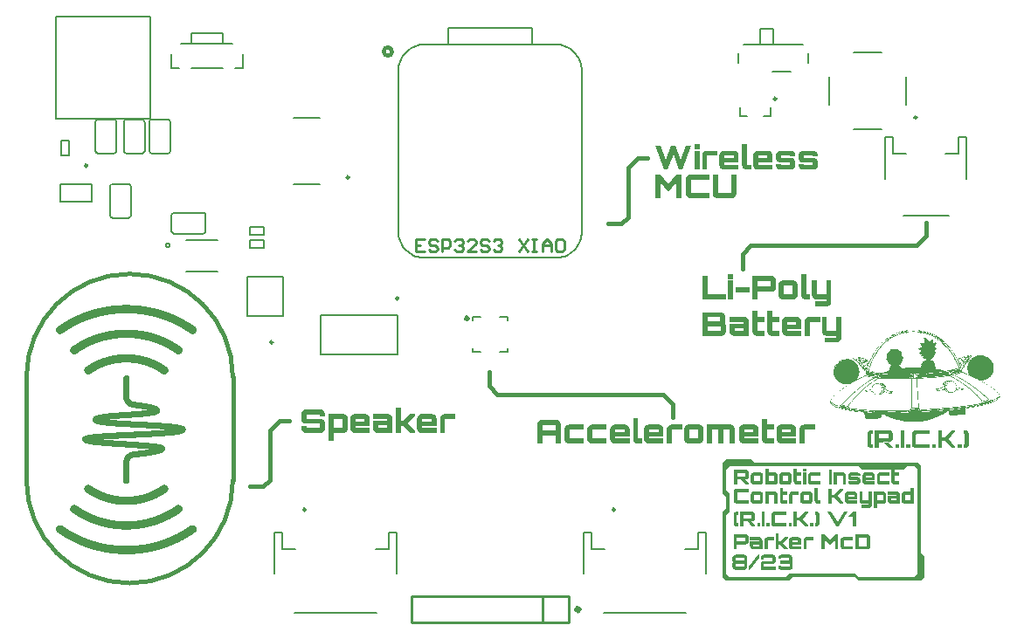
<source format=gbr>
%TF.GenerationSoftware,Altium Limited,Altium Designer,23.8.1 (32)*%
G04 Layer_Color=16777215*
%FSLAX26Y26*%
%MOIN*%
%TF.SameCoordinates,6B68F3FB-407B-423E-831D-AB1AF3CCE0D2*%
%TF.FilePolarity,Positive*%
%TF.FileFunction,Legend,Top*%
%TF.Part,Single*%
G01*
G75*
%TA.AperFunction,NonConductor*%
%ADD65C,0.015748*%
%ADD66C,0.009842*%
%ADD67C,0.019685*%
%ADD68C,0.008000*%
%ADD69C,0.007874*%
%ADD70C,0.016000*%
%ADD71C,0.010000*%
%ADD72C,0.006000*%
G36*
X799306Y706242D02*
X780069D01*
Y725479D01*
X799306D01*
Y706242D01*
D02*
G37*
G36*
X1233992Y701542D02*
X1235194Y701323D01*
X1236615Y700995D01*
X1238145Y700558D01*
X1239785Y700012D01*
X1241315Y699137D01*
X1241534Y699028D01*
X1241971Y698700D01*
X1242736Y698154D01*
X1243719Y697389D01*
X1244812Y696405D01*
X1245906Y695312D01*
X1246998Y694000D01*
X1247982Y692579D01*
X1248091Y692361D01*
X1248419Y691924D01*
X1248747Y691049D01*
X1249294Y689956D01*
X1249731Y688645D01*
X1250059Y687005D01*
X1250387Y685366D01*
X1250496Y683508D01*
Y679901D01*
X1231150D01*
Y682524D01*
X1195737D01*
Y674982D01*
X1233008D01*
X1233992Y674873D01*
X1235194Y674654D01*
X1236615Y674326D01*
X1238145Y673889D01*
X1239785Y673343D01*
X1241315Y672468D01*
X1241534Y672359D01*
X1241971Y672031D01*
X1242736Y671485D01*
X1243719Y670719D01*
X1244812Y669736D01*
X1245906Y668643D01*
X1246998Y667331D01*
X1247982Y665801D01*
X1248091Y665582D01*
X1248419Y665036D01*
X1248747Y664271D01*
X1249294Y663068D01*
X1249731Y661757D01*
X1250059Y660227D01*
X1250387Y658587D01*
X1250496Y656729D01*
Y647111D01*
Y646892D01*
Y646236D01*
X1250387Y645253D01*
X1250168Y644050D01*
X1249840Y642629D01*
X1249403Y641099D01*
X1248857Y639569D01*
X1247982Y637929D01*
X1247873Y637711D01*
X1247545Y637274D01*
X1246998Y636509D01*
X1246233Y635634D01*
X1245250Y634541D01*
X1244157Y633448D01*
X1242845Y632355D01*
X1241315Y631371D01*
X1241096Y631262D01*
X1240659Y631043D01*
X1239785Y630606D01*
X1238692Y630169D01*
X1237271Y629732D01*
X1235741Y629295D01*
X1233992Y629076D01*
X1232134Y628967D01*
X1193879D01*
X1193004Y629076D01*
X1191693Y629295D01*
X1190381Y629513D01*
X1188851Y629951D01*
X1187211Y630606D01*
X1185681Y631371D01*
X1185463Y631481D01*
X1185025Y631809D01*
X1184260Y632355D01*
X1183386Y633120D01*
X1182293Y634104D01*
X1181200Y635197D01*
X1180107Y636509D01*
X1179123Y637929D01*
X1179014Y638148D01*
X1178686Y638694D01*
X1178358Y639460D01*
X1177921Y640662D01*
X1177374Y641973D01*
X1177046Y643613D01*
X1176719Y645253D01*
X1176609Y647111D01*
Y650717D01*
X1195737D01*
Y648094D01*
X1231150D01*
Y655636D01*
X1193879D01*
X1193004Y655745D01*
X1191693Y655964D01*
X1190381Y656292D01*
X1188851Y656729D01*
X1187211Y657275D01*
X1185681Y658150D01*
X1185463Y658259D01*
X1185025Y658587D01*
X1184260Y659134D01*
X1183386Y659899D01*
X1182293Y660882D01*
X1181200Y661975D01*
X1180107Y663396D01*
X1179123Y664817D01*
X1179014Y665036D01*
X1178686Y665582D01*
X1178358Y666347D01*
X1177921Y667550D01*
X1177374Y668861D01*
X1177046Y670391D01*
X1176719Y672031D01*
X1176609Y673780D01*
Y683508D01*
Y683617D01*
Y683726D01*
Y684382D01*
X1176719Y685366D01*
X1176937Y686568D01*
X1177265Y687989D01*
X1177702Y689410D01*
X1178249Y691049D01*
X1179123Y692579D01*
X1179233Y692798D01*
X1179560Y693235D01*
X1180107Y694000D01*
X1180872Y694875D01*
X1181856Y695968D01*
X1182949Y697061D01*
X1184260Y698154D01*
X1185681Y699137D01*
X1185900Y699247D01*
X1186446Y699575D01*
X1187211Y699903D01*
X1188304Y700449D01*
X1189725Y700886D01*
X1191255Y701214D01*
X1192895Y701542D01*
X1194753Y701651D01*
X1233008D01*
X1233992Y701542D01*
D02*
G37*
G36*
X1147863D02*
X1149066Y701323D01*
X1150487Y700995D01*
X1152017Y700558D01*
X1153656Y700012D01*
X1155187Y699137D01*
X1155405Y699028D01*
X1155842Y698700D01*
X1156607Y698154D01*
X1157591Y697389D01*
X1158684Y696405D01*
X1159777Y695312D01*
X1160870Y694000D01*
X1161854Y692579D01*
X1161963Y692361D01*
X1162291Y691924D01*
X1162619Y691049D01*
X1163165Y689956D01*
X1163603Y688645D01*
X1163930Y687005D01*
X1164258Y685366D01*
X1164368Y683508D01*
Y679901D01*
X1145022D01*
Y682524D01*
X1109608D01*
Y674982D01*
X1146880D01*
X1147863Y674873D01*
X1149066Y674654D01*
X1150487Y674326D01*
X1152017Y673889D01*
X1153656Y673343D01*
X1155187Y672468D01*
X1155405Y672359D01*
X1155842Y672031D01*
X1156607Y671485D01*
X1157591Y670719D01*
X1158684Y669736D01*
X1159777Y668643D01*
X1160870Y667331D01*
X1161854Y665801D01*
X1161963Y665582D01*
X1162291Y665036D01*
X1162619Y664271D01*
X1163165Y663068D01*
X1163603Y661757D01*
X1163930Y660227D01*
X1164258Y658587D01*
X1164368Y656729D01*
Y647111D01*
Y646892D01*
Y646236D01*
X1164258Y645253D01*
X1164040Y644050D01*
X1163712Y642629D01*
X1163275Y641099D01*
X1162728Y639569D01*
X1161854Y637929D01*
X1161745Y637711D01*
X1161417Y637274D01*
X1160870Y636509D01*
X1160105Y635634D01*
X1159121Y634541D01*
X1158028Y633448D01*
X1156717Y632355D01*
X1155187Y631371D01*
X1154968Y631262D01*
X1154531Y631043D01*
X1153656Y630606D01*
X1152563Y630169D01*
X1151142Y629732D01*
X1149612Y629295D01*
X1147863Y629076D01*
X1146005Y628967D01*
X1107750D01*
X1106876Y629076D01*
X1105564Y629295D01*
X1104253Y629513D01*
X1102723Y629951D01*
X1101083Y630606D01*
X1099553Y631371D01*
X1099334Y631481D01*
X1098897Y631809D01*
X1098132Y632355D01*
X1097257Y633120D01*
X1096165Y634104D01*
X1095072Y635197D01*
X1093978Y636509D01*
X1092995Y637929D01*
X1092886Y638148D01*
X1092558Y638694D01*
X1092230Y639460D01*
X1091793Y640662D01*
X1091246Y641973D01*
X1090918Y643613D01*
X1090590Y645253D01*
X1090481Y647111D01*
Y650717D01*
X1109608D01*
Y648094D01*
X1145022D01*
Y655636D01*
X1107750D01*
X1106876Y655745D01*
X1105564Y655964D01*
X1104253Y656292D01*
X1102723Y656729D01*
X1101083Y657275D01*
X1099553Y658150D01*
X1099334Y658259D01*
X1098897Y658587D01*
X1098132Y659134D01*
X1097257Y659899D01*
X1096165Y660882D01*
X1095072Y661975D01*
X1093978Y663396D01*
X1092995Y664817D01*
X1092886Y665036D01*
X1092558Y665582D01*
X1092230Y666347D01*
X1091793Y667550D01*
X1091246Y668861D01*
X1090918Y670391D01*
X1090590Y672031D01*
X1090481Y673780D01*
Y683508D01*
Y683617D01*
Y683726D01*
Y684382D01*
X1090590Y685366D01*
X1090809Y686568D01*
X1091137Y687989D01*
X1091574Y689410D01*
X1092120Y691049D01*
X1092995Y692579D01*
X1093104Y692798D01*
X1093432Y693235D01*
X1093978Y694000D01*
X1094744Y694875D01*
X1095727Y695968D01*
X1096820Y697061D01*
X1098132Y698154D01*
X1099553Y699137D01*
X1099771Y699247D01*
X1100318Y699575D01*
X1101083Y699903D01*
X1102176Y700449D01*
X1103597Y700886D01*
X1105127Y701214D01*
X1106767Y701542D01*
X1108625Y701651D01*
X1146880D01*
X1147863Y701542D01*
D02*
G37*
G36*
X735256Y628967D02*
X720282D01*
X698968Y687005D01*
X677764Y628967D01*
X662790D01*
X630000Y719249D01*
X650658D01*
X670332Y665473D01*
X690115Y719249D01*
X708040D01*
X727823Y665473D01*
X747497Y719249D01*
X768155D01*
X735256Y628967D01*
D02*
G37*
G36*
X1061407Y701542D02*
X1062609Y701323D01*
X1064030Y701105D01*
X1065561Y700668D01*
X1067200Y700012D01*
X1068730Y699247D01*
X1068949Y699137D01*
X1069386Y698809D01*
X1070151Y698263D01*
X1071025Y697498D01*
X1072119Y696514D01*
X1073211Y695421D01*
X1074195Y694110D01*
X1075179Y692579D01*
X1075288Y692361D01*
X1075616Y691814D01*
X1075944Y691049D01*
X1076491Y689847D01*
X1076928Y688535D01*
X1077256Y687005D01*
X1077583Y685366D01*
X1077693Y683508D01*
Y655636D01*
X1023152D01*
Y648094D01*
X1077693D01*
Y628967D01*
X1021294D01*
X1020310Y629076D01*
X1019108Y629295D01*
X1017687Y629513D01*
X1016157Y629951D01*
X1014627Y630606D01*
X1012987Y631371D01*
X1012769Y631481D01*
X1012331Y631809D01*
X1011566Y632355D01*
X1010692Y633120D01*
X1009599Y634104D01*
X1008506Y635197D01*
X1007413Y636509D01*
X1006429Y637929D01*
X1006320Y638148D01*
X1005992Y638694D01*
X1005664Y639460D01*
X1005227Y640662D01*
X1004680Y641973D01*
X1004352Y643613D01*
X1004025Y645253D01*
X1003915Y647111D01*
Y683508D01*
Y683617D01*
Y683726D01*
Y684382D01*
X1004025Y685366D01*
X1004243Y686568D01*
X1004571Y687989D01*
X1005008Y689410D01*
X1005555Y691049D01*
X1006429Y692579D01*
X1006538Y692798D01*
X1006866Y693235D01*
X1007413Y694000D01*
X1008178Y694875D01*
X1009162Y695968D01*
X1010255Y697061D01*
X1011566Y698154D01*
X1012987Y699137D01*
X1013206Y699247D01*
X1013752Y699575D01*
X1014517Y699903D01*
X1015720Y700449D01*
X1017031Y700886D01*
X1018671Y701214D01*
X1020310Y701542D01*
X1022168Y701651D01*
X1060423D01*
X1061407Y701542D01*
D02*
G37*
G36*
X981072Y648094D02*
X995718D01*
Y628967D01*
X979104D01*
X978120Y629076D01*
X976918Y629295D01*
X975497Y629513D01*
X973967Y629951D01*
X972437Y630606D01*
X970797Y631371D01*
X970579Y631481D01*
X970142Y631809D01*
X969376Y632355D01*
X968502Y633120D01*
X967409Y634104D01*
X966316Y635197D01*
X965223Y636509D01*
X964239Y637929D01*
X964130Y638148D01*
X963802Y638694D01*
X963474Y639460D01*
X963037Y640662D01*
X962491Y641973D01*
X962163Y643613D01*
X961835Y645253D01*
X961726Y647111D01*
Y725697D01*
X981072D01*
Y648094D01*
D02*
G37*
G36*
X932215Y701542D02*
X933417Y701323D01*
X934838Y701105D01*
X936368Y700668D01*
X938007Y700012D01*
X939538Y699247D01*
X939756Y699137D01*
X940193Y698809D01*
X940958Y698263D01*
X941833Y697498D01*
X942926Y696514D01*
X944019Y695421D01*
X945003Y694110D01*
X945986Y692579D01*
X946096Y692361D01*
X946423Y691814D01*
X946751Y691049D01*
X947298Y689847D01*
X947735Y688535D01*
X948063Y687005D01*
X948391Y685366D01*
X948500Y683508D01*
Y655636D01*
X893960Y655636D01*
Y648094D01*
X948500Y648094D01*
Y628967D01*
X892101Y628967D01*
X891118Y629076D01*
X889915Y629295D01*
X888495Y629513D01*
X886964Y629950D01*
X885434Y630606D01*
X883795Y631371D01*
X883576Y631481D01*
X883139Y631808D01*
X882374Y632355D01*
X881499Y633120D01*
X880406Y634104D01*
X879313Y635197D01*
X878220Y636508D01*
X877237Y637929D01*
X877127Y638148D01*
X876799Y638694D01*
X876471Y639460D01*
X876034Y640662D01*
X875488Y641973D01*
X875160Y643613D01*
X874832Y645252D01*
X874723Y647111D01*
Y683507D01*
Y683617D01*
Y683726D01*
Y684382D01*
X874832Y685365D01*
X875051Y686568D01*
X875379Y687989D01*
X875816Y689410D01*
X876362Y691049D01*
X877237Y692579D01*
X877346Y692798D01*
X877674Y693235D01*
X878220Y694000D01*
X878985Y694875D01*
X879969Y695968D01*
X881062Y697061D01*
X882374Y698154D01*
X883795Y699137D01*
X884013Y699247D01*
X884560Y699574D01*
X885325Y699902D01*
X886527Y700449D01*
X887839Y700886D01*
X889478Y701214D01*
X891118Y701542D01*
X892976Y701651D01*
X931231Y701651D01*
X932215Y701542D01*
D02*
G37*
G36*
X867290Y682524D02*
X828052D01*
Y628967D01*
X808815D01*
Y683507D01*
Y683617D01*
Y683726D01*
Y684382D01*
X808924Y685365D01*
X809143Y686568D01*
X809471Y687989D01*
X809908Y689410D01*
X810454Y691049D01*
X811329Y692579D01*
X811438Y692798D01*
X811766Y693235D01*
X812312Y694000D01*
X813077Y694875D01*
X814061Y695968D01*
X815154Y697061D01*
X816575Y698154D01*
X817996Y699137D01*
X818215Y699247D01*
X818761Y699574D01*
X819526Y699902D01*
X820729Y700449D01*
X822040Y700886D01*
X823680Y701214D01*
X825319Y701542D01*
X827177Y701651D01*
X867290D01*
Y682524D01*
D02*
G37*
G36*
X799306Y628967D02*
X780069D01*
Y701651D01*
X799306D01*
Y628967D01*
D02*
G37*
G36*
X731321Y520629D02*
X711756D01*
Y581181D01*
X680715Y544019D01*
X649455Y581071D01*
Y520629D01*
X630000D01*
Y610910D01*
X650002D01*
X680715Y574404D01*
X711210Y610910D01*
X731321D01*
Y520629D01*
D02*
G37*
G36*
X939756Y539100D02*
Y538991D01*
Y538882D01*
Y538226D01*
X939647Y537242D01*
X939428Y536040D01*
X939100Y534510D01*
X938663Y532980D01*
X938007Y531340D01*
X937133Y529701D01*
X937024Y529482D01*
X936696Y529045D01*
X936149Y528280D01*
X935384Y527296D01*
X934400Y526203D01*
X933308Y525110D01*
X931996Y524017D01*
X930466Y523033D01*
X930247Y522924D01*
X929701Y522705D01*
X928936Y522268D01*
X927733Y521831D01*
X926422Y521394D01*
X924782Y520957D01*
X923033Y520738D01*
X921175Y520629D01*
X867072Y520629D01*
X866088Y520738D01*
X864886Y520956D01*
X863356Y521175D01*
X861825Y521612D01*
X860186Y522268D01*
X858546Y523033D01*
X858328Y523142D01*
X857890Y523470D01*
X857125Y524017D01*
X856142Y524782D01*
X855049Y525766D01*
X853956Y526859D01*
X852863Y528279D01*
X851879Y529700D01*
X851770Y529919D01*
X851442Y530466D01*
X851114Y531340D01*
X850677Y532433D01*
X850130Y533854D01*
X849802Y535493D01*
X849474Y537242D01*
X849365Y539100D01*
Y610910D01*
X868821D01*
Y540193D01*
X920082Y540193D01*
Y610910D01*
X939756D01*
Y539100D01*
D02*
G37*
G36*
X836577Y591346D02*
X769357D01*
X768920Y591236D01*
X767937Y590908D01*
X766953Y590362D01*
X766844Y590143D01*
X766516Y589597D01*
X766078Y588613D01*
X765969Y587957D01*
Y587192D01*
Y544237D01*
Y544128D01*
Y543909D01*
X766078Y543582D01*
Y543144D01*
X766406Y542161D01*
X766953Y541177D01*
X767172Y541068D01*
X767718Y540740D01*
X768702Y540303D01*
X770123Y540193D01*
X836577D01*
Y520629D01*
X764220D01*
X763237Y520738D01*
X762034Y520956D01*
X760504Y521175D01*
X758974Y521612D01*
X757335Y522268D01*
X755695Y523033D01*
X755476Y523142D01*
X755039Y523470D01*
X754274Y524017D01*
X753290Y524782D01*
X752197Y525766D01*
X751104Y526859D01*
X750011Y528279D01*
X749028Y529700D01*
X748918Y529919D01*
X748591Y530466D01*
X748263Y531340D01*
X747825Y532433D01*
X747279Y533854D01*
X746951Y535493D01*
X746623Y537242D01*
X746514Y539100D01*
Y592329D01*
Y592439D01*
Y592548D01*
Y593204D01*
X746623Y594187D01*
X746842Y595390D01*
X747170Y596811D01*
X747607Y598450D01*
X748153Y599980D01*
X749028Y601620D01*
X749137Y601838D01*
X749465Y602276D01*
X750011Y603150D01*
X750777Y604024D01*
X751760Y605117D01*
X752853Y606320D01*
X754274Y607413D01*
X755695Y608396D01*
X755914Y608506D01*
X756460Y608834D01*
X757335Y609162D01*
X758428Y609708D01*
X759848Y610145D01*
X761488Y610473D01*
X763237Y610801D01*
X765095Y610910D01*
X836577D01*
Y591346D01*
D02*
G37*
G36*
X926404Y210545D02*
X907168D01*
Y229781D01*
X926404D01*
Y210545D01*
D02*
G37*
G36*
X989143Y160704D02*
X936788D01*
Y179941D01*
X989143D01*
Y160704D01*
D02*
G37*
G36*
X1301959Y125400D02*
Y125291D01*
Y125181D01*
Y124526D01*
X1301850Y123542D01*
X1301631Y122340D01*
X1301413Y120919D01*
X1300976Y119388D01*
X1300320Y117749D01*
X1299555Y116219D01*
X1299445Y116000D01*
X1299118Y115563D01*
X1298571Y114798D01*
X1297806Y113814D01*
X1296822Y112831D01*
X1295729Y111737D01*
X1294418Y110644D01*
X1292887Y109661D01*
X1292669Y109552D01*
X1292122Y109333D01*
X1291357Y108896D01*
X1290155Y108459D01*
X1288843Y108021D01*
X1287313Y107584D01*
X1285564Y107365D01*
X1283706Y107256D01*
X1239549D01*
Y126602D01*
X1282723D01*
Y133270D01*
X1245451D01*
X1244467Y133379D01*
X1243265Y133597D01*
X1241844Y133816D01*
X1240314Y134253D01*
X1238675Y134909D01*
X1237035Y135674D01*
X1236816Y135784D01*
X1236379Y136111D01*
X1235614Y136658D01*
X1234630Y137423D01*
X1233647Y138297D01*
X1232554Y139500D01*
X1231461Y140811D01*
X1230477Y142232D01*
X1230368Y142451D01*
X1230149Y142997D01*
X1229712Y143872D01*
X1229275Y144965D01*
X1228838Y146386D01*
X1228400Y147916D01*
X1228182Y149665D01*
X1228072Y151413D01*
Y205736D01*
X1247200D01*
Y152397D01*
X1282723D01*
Y205736D01*
X1301959D01*
Y125400D01*
D02*
G37*
G36*
X1206322Y152397D02*
X1220968D01*
Y133270D01*
X1204354D01*
X1203371Y133379D01*
X1202168Y133597D01*
X1200747Y133816D01*
X1199217Y134253D01*
X1197687Y134909D01*
X1196048Y135674D01*
X1195829Y135784D01*
X1195392Y136111D01*
X1194627Y136658D01*
X1193752Y137423D01*
X1192659Y138407D01*
X1191566Y139500D01*
X1190473Y140811D01*
X1189490Y142232D01*
X1189380Y142451D01*
X1189052Y142997D01*
X1188725Y143762D01*
X1188287Y144965D01*
X1187741Y146276D01*
X1187413Y147916D01*
X1187085Y149555D01*
X1186976Y151413D01*
Y230000D01*
X1206322D01*
Y152397D01*
D02*
G37*
G36*
X1157465Y205845D02*
X1158667Y205626D01*
X1160088Y205408D01*
X1161618Y204970D01*
X1163258Y204315D01*
X1164788Y203549D01*
X1165006Y203440D01*
X1165444Y203112D01*
X1166209Y202566D01*
X1167083Y201801D01*
X1168176Y200817D01*
X1169269Y199724D01*
X1170253Y198412D01*
X1171236Y196882D01*
X1171346Y196664D01*
X1171674Y196117D01*
X1172002Y195352D01*
X1172548Y194150D01*
X1172985Y192838D01*
X1173313Y191308D01*
X1173641Y189668D01*
X1173750Y187810D01*
Y151413D01*
Y151195D01*
Y150539D01*
X1173641Y149555D01*
X1173422Y148353D01*
X1173095Y146932D01*
X1172657Y145402D01*
X1172111Y143872D01*
X1171236Y142232D01*
X1171127Y142014D01*
X1170799Y141576D01*
X1170253Y140811D01*
X1169488Y139937D01*
X1168613Y138844D01*
X1167520Y137751D01*
X1166209Y136658D01*
X1164788Y135674D01*
X1164569Y135565D01*
X1164132Y135346D01*
X1163258Y134909D01*
X1162165Y134472D01*
X1160744Y134035D01*
X1159214Y133597D01*
X1157465Y133379D01*
X1155607Y133270D01*
X1117352D01*
X1116368Y133379D01*
X1115166Y133597D01*
X1113745Y133816D01*
X1112215Y134253D01*
X1110684Y134909D01*
X1109045Y135674D01*
X1108826Y135784D01*
X1108389Y136111D01*
X1107624Y136658D01*
X1106749Y137423D01*
X1105657Y138407D01*
X1104563Y139500D01*
X1103470Y140811D01*
X1102487Y142232D01*
X1102378Y142451D01*
X1102050Y142997D01*
X1101722Y143762D01*
X1101284Y144965D01*
X1100738Y146276D01*
X1100410Y147916D01*
X1100082Y149555D01*
X1099973Y151413D01*
Y187810D01*
Y187920D01*
Y188029D01*
Y188685D01*
X1100082Y189668D01*
X1100301Y190871D01*
X1100629Y192292D01*
X1101066Y193713D01*
X1101612Y195352D01*
X1102487Y196882D01*
X1102596Y197101D01*
X1102924Y197538D01*
X1103470Y198303D01*
X1104236Y199178D01*
X1105219Y200270D01*
X1106312Y201363D01*
X1107624Y202457D01*
X1109045Y203440D01*
X1109263Y203549D01*
X1109810Y203877D01*
X1110575Y204205D01*
X1111777Y204752D01*
X1113089Y205189D01*
X1114728Y205517D01*
X1116368Y205845D01*
X1118226Y205954D01*
X1156481D01*
X1157465Y205845D01*
D02*
G37*
G36*
X1074834Y223333D02*
X1076036Y223114D01*
X1077457Y222786D01*
X1079097Y222349D01*
X1080627Y221803D01*
X1082266Y220928D01*
X1082485Y220819D01*
X1082922Y220491D01*
X1083796Y219944D01*
X1084671Y219179D01*
X1085764Y218196D01*
X1086966Y216993D01*
X1088059Y215682D01*
X1089043Y214151D01*
X1089152Y213933D01*
X1089480Y213386D01*
X1089917Y212512D01*
X1090354Y211419D01*
X1090792Y209998D01*
X1091229Y208468D01*
X1091557Y206719D01*
X1091666Y204861D01*
Y181471D01*
Y181252D01*
Y180596D01*
X1091557Y179722D01*
X1091338Y178520D01*
X1091010Y177099D01*
X1090573Y175569D01*
X1089917Y173929D01*
X1089043Y172290D01*
X1088934Y172071D01*
X1088606Y171634D01*
X1088059Y170759D01*
X1087294Y169885D01*
X1086310Y168792D01*
X1085108Y167590D01*
X1083796Y166497D01*
X1082266Y165513D01*
X1082048Y165404D01*
X1081501Y165076D01*
X1080736Y164748D01*
X1079534Y164311D01*
X1078222Y163764D01*
X1076583Y163436D01*
X1074834Y163108D01*
X1072976Y162999D01*
X1020840Y162780D01*
Y133269D01*
X1001384D01*
Y223442D01*
X1073850D01*
X1074834Y223333D01*
D02*
G37*
G36*
X926404Y133269D02*
X907168D01*
Y205954D01*
X926404D01*
Y133269D01*
D02*
G37*
G36*
X829455Y152834D02*
X900391D01*
Y133269D01*
X810000D01*
Y223661D01*
X829455D01*
Y152834D01*
D02*
G37*
G36*
X-1373772Y111668D02*
X-1365134D01*
Y111370D01*
X-1360667D01*
Y111072D01*
X-1355008D01*
X-1355008Y110774D01*
X-1352030D01*
Y110477D01*
X-1347562D01*
Y110179D01*
X-1344286D01*
Y109881D01*
X-1341605D01*
Y109583D01*
X-1338329D01*
Y109285D01*
X-1336244D01*
X-1336244Y108987D01*
X-1333266D01*
Y108689D01*
X-1330883D01*
Y108392D01*
X-1328500D01*
X-1328500Y108094D01*
X-1325820D01*
Y107796D01*
X-1324331D01*
Y107498D01*
X-1321650D01*
X-1321650Y107200D01*
X-1319863D01*
Y106903D01*
X-1317778D01*
Y106605D01*
X-1315991D01*
Y106307D01*
X-1314204D01*
Y106009D01*
X-1312119D01*
Y105711D01*
X-1310630D01*
Y105413D01*
X-1308545D01*
Y105115D01*
X-1307354D01*
Y104818D01*
X-1305269D01*
Y104520D01*
X-1303482D01*
Y104222D01*
X-1302291D01*
Y103924D01*
X-1300504D01*
Y103626D01*
X-1299312D01*
Y103329D01*
X-1297525Y103328D01*
Y103031D01*
X-1296036D01*
Y102733D01*
X-1294845D01*
Y102435D01*
X-1293058D01*
Y102137D01*
X-1292164D01*
Y101839D01*
X-1290377D01*
Y101541D01*
X-1289186D01*
X-1289186Y101244D01*
X-1287697D01*
Y100946D01*
X-1286505D01*
Y100648D01*
X-1285314D01*
X-1285314Y100350D01*
X-1283527D01*
Y100052D01*
X-1282633D01*
Y99754D01*
X-1281144D01*
Y99457D01*
X-1280251D01*
Y99159D01*
X-1279059D01*
Y98861D01*
X-1277272Y98861D01*
Y98563D01*
X-1276676D01*
Y98265D01*
X-1275187D01*
Y97967D01*
X-1273996D01*
Y97669D01*
X-1273102D01*
Y97372D01*
X-1271613D01*
Y97074D01*
X-1271017D01*
Y96776D01*
X-1269528D01*
Y96478D01*
X-1268635D01*
Y96180D01*
X-1267146D01*
Y95882D01*
X-1266252D01*
Y95585D01*
X-1265359D01*
Y95287D01*
X-1264167Y95287D01*
X-1264167Y94989D01*
X-1262976D01*
X-1262976Y94691D01*
X-1261785D01*
X-1261784Y94393D01*
X-1261189D01*
Y94095D01*
X-1259998Y94095D01*
Y93798D01*
X-1258806D01*
Y93500D01*
X-1257913D01*
Y93202D01*
X-1256721Y93202D01*
Y92904D01*
X-1256126Y92904D01*
Y92606D01*
X-1254934D01*
Y92308D01*
X-1253743D01*
Y92011D01*
X-1253147D01*
Y91713D01*
X-1251956D01*
Y91415D01*
X-1251360D01*
Y91117D01*
X-1250169D01*
Y90819D01*
X-1248977D01*
Y90521D01*
X-1248382Y90521D01*
Y90224D01*
X-1247190D01*
Y89926D01*
X-1246595D01*
Y89628D01*
X-1245403D01*
Y89330D01*
X-1244510D01*
Y89032D01*
X-1243616D01*
Y88734D01*
X-1242723D01*
Y88436D01*
X-1241829Y88436D01*
Y88139D01*
X-1240936D01*
Y87841D01*
X-1240340D01*
Y87543D01*
X-1239149Y87543D01*
Y87245D01*
X-1238553D01*
Y86947D01*
X-1237362D01*
Y86649D01*
X-1236766Y86650D01*
Y86352D01*
X-1235873D01*
Y86054D01*
X-1234979D01*
Y85756D01*
X-1234383D01*
X-1234383Y85458D01*
X-1233192D01*
Y85160D01*
X-1232596D01*
Y84862D01*
X-1231703D01*
X-1231703Y84565D01*
X-1230809D01*
Y84267D01*
X-1230214D01*
Y83969D01*
X-1229022D01*
Y83671D01*
X-1228427D01*
Y83373D01*
X-1227533D01*
Y83075D01*
X-1226937D01*
X-1226937Y82778D01*
X-1226044D01*
X-1226044Y82480D01*
X-1225150D01*
Y82182D01*
X-1224555D01*
Y81884D01*
X-1223661D01*
Y81586D01*
X-1223065D01*
X-1223065Y81288D01*
X-1222470D01*
X-1222470Y80991D01*
X-1221278D01*
X-1221278Y80693D01*
X-1220683D01*
Y80395D01*
X-1219789D01*
Y80097D01*
X-1219194D01*
Y79799D01*
X-1218598D01*
X-1218598Y79501D01*
X-1217704D01*
Y79204D01*
X-1217109D01*
Y78906D01*
X-1216215D01*
X-1216215Y78608D01*
X-1215620Y78608D01*
Y78310D01*
X-1214726D01*
Y78012D01*
X-1214130D01*
Y77714D01*
X-1213237D01*
Y77416D01*
X-1212641D01*
X-1212641Y77119D01*
X-1212045D01*
Y76821D01*
X-1211152D01*
Y76523D01*
X-1210556D01*
Y76225D01*
X-1209663D01*
X-1209663Y75927D01*
X-1209067D01*
Y75629D01*
X-1208471D01*
Y75332D01*
X-1207578D01*
Y75034D01*
X-1206982D01*
X-1206982Y74736D01*
X-1206387D01*
Y74438D01*
X-1205493D01*
Y74140D01*
X-1204897D01*
X-1204898Y73842D01*
X-1204302D01*
X-1204302Y73545D01*
X-1203706D01*
X-1203706Y73247D01*
X-1202813D01*
X-1202812Y72949D01*
X-1202217D01*
Y72651D01*
X-1201621D01*
Y72353D01*
X-1200728D01*
Y72055D01*
X-1200430D01*
Y71758D01*
X-1199536D01*
Y71460D01*
X-1198941D01*
Y71162D01*
X-1198345D01*
X-1198345Y70864D01*
X-1197749D01*
X-1197749Y70566D01*
X-1197154D01*
Y70268D01*
X-1196260D01*
Y69971D01*
X-1195664D01*
Y69673D01*
X-1195069D01*
Y69375D01*
X-1194473D01*
Y69077D01*
X-1193877Y69077D01*
Y68779D01*
X-1192984D01*
Y68481D01*
X-1192686D01*
Y68184D01*
X-1191793D01*
Y67886D01*
X-1191495D01*
Y67588D01*
X-1190601D01*
Y67290D01*
X-1190005Y67290D01*
Y66992D01*
X-1189410D01*
Y66694D01*
X-1188814D01*
Y66397D01*
X-1188218D01*
Y66099D01*
X-1187623D01*
Y65801D01*
X-1187027D01*
Y65503D01*
X-1186431D01*
Y65205D01*
X-1185836D01*
Y64907D01*
X-1185240D01*
Y64609D01*
X-1184347Y64609D01*
Y64312D01*
X-1184049D01*
Y64014D01*
X-1183155D01*
Y63716D01*
X-1182857Y63716D01*
Y63418D01*
X-1182262Y63418D01*
Y63120D01*
X-1181666Y63120D01*
Y62822D01*
X-1181070Y62822D01*
Y62525D01*
X-1180475Y62525D01*
Y62227D01*
X-1179879D01*
Y61929D01*
X-1179283Y61929D01*
Y61631D01*
X-1178688Y61631D01*
Y61333D01*
X-1178092Y61333D01*
Y61035D01*
X-1177496Y61035D01*
Y60737D01*
X-1176901D01*
Y60440D01*
X-1176305D01*
Y60142D01*
X-1175709D01*
Y59844D01*
X-1175411Y59844D01*
Y59546D01*
X-1174816D01*
Y59248D01*
X-1174220D01*
Y58950D01*
X-1173624Y58950D01*
Y58653D01*
X-1173029D01*
Y58355D01*
X-1172433D01*
Y58057D01*
X-1171837D01*
Y57759D01*
X-1171540D01*
Y57461D01*
X-1170646D01*
Y57163D01*
X-1170348D01*
Y56866D01*
X-1169753D01*
X-1169753Y56568D01*
X-1169157D01*
Y56270D01*
X-1168561D01*
Y55972D01*
X-1167965D01*
Y55674D01*
X-1167668D01*
Y55376D01*
X-1167072D01*
Y55079D01*
X-1166476D01*
Y54781D01*
X-1165881D01*
Y54483D01*
X-1165285D01*
Y54185D01*
X-1164987D01*
X-1164987Y53887D01*
X-1164391D01*
Y53589D01*
X-1163796D01*
Y53292D01*
X-1163200Y53291D01*
Y52994D01*
X-1162902D01*
Y52696D01*
X-1162306D01*
Y52398D01*
X-1161711Y52398D01*
Y52100D01*
X-1161413D01*
Y51802D01*
X-1160520D01*
Y51505D01*
X-1160222D01*
Y51207D01*
X-1159626Y51207D01*
Y50909D01*
X-1159030D01*
Y50611D01*
X-1158732D01*
Y50313D01*
X-1158137D01*
Y50015D01*
X-1157541D01*
Y49718D01*
X-1156945D01*
Y49420D01*
X-1156648Y49420D01*
Y49122D01*
X-1156052D01*
Y48824D01*
X-1155456D01*
Y48526D01*
X-1155158D01*
Y48228D01*
X-1154563D01*
X-1154563Y47931D01*
X-1154265D01*
Y47633D01*
X-1153669D01*
X-1153669Y47335D01*
X-1153073D01*
Y47037D01*
X-1152776D01*
Y46739D01*
X-1152180D01*
Y46441D01*
X-1151584D01*
Y46144D01*
X-1150989D01*
Y45846D01*
X-1150691D01*
Y45548D01*
X-1150095D01*
Y45250D01*
X-1149499D01*
Y44952D01*
X-1149202D01*
Y44654D01*
X-1148606D01*
X-1148606Y44356D01*
X-1148308D01*
Y44059D01*
X-1147712D01*
X-1147713Y43761D01*
X-1147117D01*
Y43463D01*
X-1146819D01*
Y43165D01*
X-1146223D01*
Y42867D01*
X-1145925D01*
Y42569D01*
X-1145330D01*
Y42272D01*
X-1145032D01*
Y41974D01*
X-1144436D01*
Y41676D01*
X-1143841D01*
X-1143841Y41378D01*
X-1143543D01*
Y41080D01*
X-1142947D01*
X-1142947Y40782D01*
X-1142649D01*
Y40484D01*
X-1142053D01*
Y40187D01*
X-1141458D01*
X-1141458Y39889D01*
X-1141160D01*
X-1141160Y39591D01*
X-1140564D01*
Y39293D01*
X-1140266D01*
Y38995D01*
X-1139671D01*
Y38697D01*
X-1139373D01*
X-1139373Y38400D01*
X-1138777D01*
Y38102D01*
X-1138479D01*
X-1138479Y37804D01*
X-1137884D01*
Y37506D01*
X-1137288D01*
Y37208D01*
X-1136990D01*
Y36910D01*
X-1136692D01*
X-1136692Y36613D01*
X-1136097D01*
Y36315D01*
X-1135799D01*
X-1135799Y36017D01*
X-1135203D01*
Y35719D01*
X-1134905D01*
Y35421D01*
X-1134310D01*
Y35123D01*
X-1134012D01*
Y34826D01*
X-1133416D01*
Y34528D01*
X-1132821D01*
Y34230D01*
X-1132523Y34230D01*
Y33932D01*
X-1132225D01*
Y33634D01*
X-1131629Y33634D01*
Y33336D01*
X-1131331D01*
Y33039D01*
X-1130736D01*
Y32741D01*
X-1130438Y32741D01*
Y32443D01*
X-1129842D01*
Y32145D01*
X-1129544D01*
Y31847D01*
X-1128949Y31847D01*
Y31549D01*
X-1128651D01*
Y31252D01*
X-1128353D01*
Y30954D01*
X-1127757D01*
Y30656D01*
X-1127459Y30656D01*
Y30358D01*
X-1126864D01*
Y30060D01*
X-1126566D01*
Y29762D01*
X-1125970D01*
Y29465D01*
X-1125672D01*
Y29167D01*
X-1125374D01*
Y28869D01*
X-1124779D01*
Y28571D01*
X-1124481D01*
Y28273D01*
X-1124183D01*
Y27975D01*
X-1123885D01*
Y27677D01*
X-1123588Y27677D01*
Y27380D01*
X-1123290Y27380D01*
Y27082D01*
X-1122992D01*
Y26486D01*
X-1122694D01*
Y26188D01*
X-1122396D01*
Y25890D01*
X-1122098D01*
Y25295D01*
X-1121801D01*
Y24997D01*
X-1121503D01*
Y24401D01*
X-1121205D01*
Y23806D01*
X-1120907D01*
Y22912D01*
X-1120609D01*
Y22614D01*
X-1120311D01*
Y21721D01*
X-1120013D01*
Y20529D01*
X-1119716D01*
Y19040D01*
X-1119418D01*
X-1119418Y14275D01*
X-1119716D01*
Y12786D01*
X-1120013D01*
X-1120014Y11892D01*
X-1120311D01*
Y10998D01*
X-1120609D01*
Y10403D01*
X-1120907D01*
Y9509D01*
X-1121205D01*
Y9211D01*
X-1121503D01*
Y8616D01*
X-1121801D01*
Y8020D01*
X-1122098Y8020D01*
Y7722D01*
X-1122396D01*
Y7127D01*
X-1122694D01*
Y6829D01*
X-1122992D01*
Y6531D01*
X-1123290Y6531D01*
Y6233D01*
X-1123588D01*
Y5935D01*
X-1123885D01*
Y5637D01*
X-1124183Y5637D01*
Y5340D01*
X-1124481D01*
Y5042D01*
X-1124779D01*
Y4744D01*
X-1125077D01*
Y4446D01*
X-1125374D01*
Y4148D01*
X-1125672D01*
Y3850D01*
X-1126268D01*
Y3553D01*
X-1126566D01*
Y3255D01*
X-1127162D01*
Y2957D01*
X-1127757Y2957D01*
Y2659D01*
X-1128353D01*
Y2361D01*
X-1128949D01*
Y2063D01*
X-1129544Y2063D01*
Y1766D01*
X-1130736D01*
Y1468D01*
X-1131927Y1468D01*
Y1170D01*
X-1138479Y1170D01*
Y1468D01*
X-1139373D01*
Y1766D01*
X-1140564D01*
X-1140564Y2063D01*
X-1141160D01*
Y2361D01*
X-1141756Y2361D01*
X-1141756Y2659D01*
X-1142351D01*
Y2957D01*
X-1142947D01*
Y3255D01*
X-1143543Y3255D01*
Y3553D01*
X-1143841D01*
Y3850D01*
X-1144436D01*
Y4148D01*
X-1144734Y4148D01*
Y4446D01*
X-1145330D01*
Y4744D01*
X-1145628D01*
Y5042D01*
X-1145925D01*
Y5340D01*
X-1146521Y5340D01*
Y5637D01*
X-1146819Y5637D01*
Y5935D01*
X-1147415D01*
Y6233D01*
X-1147712Y6233D01*
Y6531D01*
X-1148308Y6531D01*
Y6829D01*
X-1148606D01*
Y7127D01*
X-1149202Y7127D01*
Y7425D01*
X-1149499D01*
Y7722D01*
X-1150095D01*
Y8020D01*
X-1150393D01*
Y8318D01*
X-1150989D01*
Y8616D01*
X-1151286D01*
Y8914D01*
X-1151882D01*
Y9211D01*
X-1152180D01*
Y9509D01*
X-1152776D01*
Y9807D01*
X-1153073D01*
Y10105D01*
X-1153669D01*
Y10403D01*
X-1153967D01*
Y10701D01*
X-1154265D01*
Y10998D01*
X-1154861D01*
Y11296D01*
X-1155456Y11296D01*
Y11594D01*
X-1155754D01*
Y11892D01*
X-1156350Y11892D01*
Y12190D01*
X-1156648Y12190D01*
Y12488D01*
X-1157243D01*
Y12786D01*
X-1157541D01*
Y13083D01*
X-1158137D01*
Y13381D01*
X-1158732D01*
Y13679D01*
X-1159030D01*
Y13977D01*
X-1159626D01*
Y14275D01*
X-1159924D01*
Y14573D01*
X-1160520D01*
X-1160519Y14870D01*
X-1160817D01*
Y15168D01*
X-1161413D01*
Y15466D01*
X-1162009D01*
Y15764D01*
X-1162306D01*
X-1162306Y16062D01*
X-1162902D01*
Y16360D01*
X-1163200D01*
Y16657D01*
X-1163796D01*
Y16955D01*
X-1164093D01*
Y17253D01*
X-1164689D01*
Y17551D01*
X-1165285D01*
X-1165285Y17849D01*
X-1165583D01*
Y18147D01*
X-1166178D01*
Y18445D01*
X-1166774D01*
Y18742D01*
X-1167072D01*
X-1167072Y19040D01*
X-1167668D01*
Y19338D01*
X-1167965D01*
X-1167965Y19636D01*
X-1168561D01*
Y19934D01*
X-1169157D01*
X-1169157Y20232D01*
X-1169753D01*
Y20529D01*
X-1170050D01*
X-1170050Y20827D01*
X-1170646D01*
X-1170646Y21125D01*
X-1171242D01*
Y21423D01*
X-1171540D01*
X-1171540Y21721D01*
X-1172135D01*
Y22018D01*
X-1172433D01*
Y22316D01*
X-1173029D01*
Y22614D01*
X-1173624D01*
X-1173624Y22912D01*
X-1174220D01*
Y23210D01*
X-1174816D01*
Y23508D01*
X-1175114D01*
X-1175113Y23806D01*
X-1175709D01*
Y24103D01*
X-1176305D01*
Y24401D01*
X-1176603D01*
Y24699D01*
X-1177198D01*
X-1177198Y24997D01*
X-1177794D01*
Y25295D01*
X-1178390D01*
Y25593D01*
X-1178688D01*
Y25890D01*
X-1179283D01*
Y26188D01*
X-1179879D01*
Y26486D01*
X-1180475D01*
Y26784D01*
X-1181070Y26784D01*
Y27082D01*
X-1181368D01*
Y27380D01*
X-1181964Y27380D01*
Y27677D01*
X-1182560Y27677D01*
Y27975D01*
X-1183155D01*
Y28273D01*
X-1183751D01*
Y28571D01*
X-1184049D01*
Y28869D01*
X-1184644D01*
Y29167D01*
X-1185240Y29167D01*
Y29464D01*
X-1185836Y29465D01*
Y29762D01*
X-1186431D01*
Y30060D01*
X-1186729D01*
Y30358D01*
X-1187623D01*
Y30656D01*
X-1187921D01*
Y30954D01*
X-1188516Y30954D01*
Y31252D01*
X-1189112D01*
Y31549D01*
X-1189708Y31549D01*
Y31847D01*
X-1190303Y31847D01*
Y32145D01*
X-1190601D01*
Y32443D01*
X-1191495D01*
Y32741D01*
X-1191793D01*
Y33039D01*
X-1192686D01*
Y33336D01*
X-1192984Y33336D01*
Y33634D01*
X-1193580Y33634D01*
Y33932D01*
X-1194175Y33932D01*
Y34230D01*
X-1194771D01*
Y34528D01*
X-1195367D01*
Y34826D01*
X-1195962D01*
Y35123D01*
X-1196558D01*
Y35421D01*
X-1197154D01*
Y35719D01*
X-1197749D01*
X-1197749Y36017D01*
X-1198345D01*
X-1198345Y36315D01*
X-1198941D01*
Y36613D01*
X-1199536D01*
X-1199536Y36910D01*
X-1200132D01*
Y37208D01*
X-1200728D01*
Y37506D01*
X-1201323D01*
X-1201323Y37804D01*
X-1201919D01*
Y38102D01*
X-1202515D01*
Y38400D01*
X-1203110D01*
X-1203111Y38697D01*
X-1203706D01*
Y38995D01*
X-1204600D01*
Y39293D01*
X-1204897D01*
X-1204898Y39591D01*
X-1205791D01*
X-1205791Y39889D01*
X-1206387D01*
Y40187D01*
X-1206982D01*
Y40484D01*
X-1207578D01*
X-1207578Y40782D01*
X-1208174D01*
Y41080D01*
X-1209067D01*
Y41378D01*
X-1209365D01*
Y41676D01*
X-1210258D01*
Y41974D01*
X-1210854D01*
Y42272D01*
X-1211450D01*
X-1211450Y42569D01*
X-1212045D01*
Y42867D01*
X-1212641D01*
Y43165D01*
X-1213535D01*
Y43463D01*
X-1214130D01*
Y43761D01*
X-1214726D01*
Y44059D01*
X-1215322D01*
Y44356D01*
X-1215917D01*
Y44654D01*
X-1216811D01*
Y44952D01*
X-1217407D01*
Y45250D01*
X-1218300D01*
Y45548D01*
X-1218896D01*
Y45846D01*
X-1219492D01*
Y46144D01*
X-1220087D01*
Y46441D01*
X-1220683D01*
Y46739D01*
X-1221576D01*
Y47037D01*
X-1222172D01*
X-1222172Y47335D01*
X-1223065D01*
X-1223065Y47633D01*
X-1223661D01*
Y47931D01*
X-1224257D01*
Y48228D01*
X-1225150D01*
X-1225150Y48526D01*
X-1225746D01*
Y48824D01*
X-1226640D01*
Y49122D01*
X-1227235D01*
X-1227235Y49420D01*
X-1227831D01*
X-1227831Y49718D01*
X-1228725D01*
Y50015D01*
X-1229320D01*
Y50313D01*
X-1230214D01*
X-1230214Y50611D01*
X-1230809D01*
Y50909D01*
X-1231703D01*
Y51207D01*
X-1232597D01*
X-1232596Y51505D01*
X-1233192D01*
Y51802D01*
X-1234086D01*
Y52100D01*
X-1234681D01*
X-1234681Y52398D01*
X-1235575D01*
Y52696D01*
X-1236468D01*
Y52994D01*
X-1237064D01*
X-1237064Y53292D01*
X-1237957D01*
Y53589D01*
X-1238553D01*
Y53887D01*
X-1239745D01*
Y54185D01*
X-1240340D01*
Y54483D01*
X-1241234D01*
Y54781D01*
X-1241829D01*
X-1241829Y55079D01*
X-1242723D01*
Y55376D01*
X-1243616D01*
Y55674D01*
X-1244212D01*
Y55972D01*
X-1245403Y55972D01*
Y56270D01*
X-1245999D01*
Y56568D01*
X-1246893D01*
Y56865D01*
X-1247786D01*
Y57163D01*
X-1248382D01*
Y57461D01*
X-1249573D01*
Y57759D01*
X-1250169D01*
Y58057D01*
X-1251360D01*
Y58355D01*
X-1252254D01*
Y58653D01*
X-1252849D01*
Y58950D01*
X-1254041D01*
Y59248D01*
X-1254636D01*
Y59546D01*
X-1255828D01*
X-1255828Y59844D01*
X-1256423D01*
Y60142D01*
X-1257317D01*
Y60440D01*
X-1258508D01*
X-1258508Y60737D01*
X-1259402D01*
X-1259402Y61035D01*
X-1260593D01*
X-1260593Y61333D01*
X-1261189Y61333D01*
Y61631D01*
X-1262380D01*
Y61929D01*
X-1263274D01*
X-1263274Y62227D01*
X-1264167D01*
X-1264167Y62525D01*
X-1265359D01*
Y62822D01*
X-1265954D01*
Y63120D01*
X-1267146Y63120D01*
Y63418D01*
X-1268337D01*
Y63716D01*
X-1269230D01*
Y64014D01*
X-1270422D01*
Y64312D01*
X-1271017D01*
Y64609D01*
X-1272507Y64609D01*
Y64907D01*
X-1273400D01*
Y65205D01*
X-1274592Y65205D01*
Y65503D01*
X-1275485D01*
Y65801D01*
X-1276379D01*
Y66099D01*
X-1277868D01*
Y66397D01*
X-1278761D01*
Y66694D01*
X-1280251D01*
Y66992D01*
X-1281144D01*
Y67290D01*
X-1282335Y67290D01*
Y67588D01*
X-1283527D01*
Y67886D01*
X-1284420D01*
Y68183D01*
X-1285909Y68184D01*
Y68481D01*
X-1286803D01*
Y68779D01*
X-1288292D01*
Y69077D01*
X-1289781D01*
X-1289781Y69375D01*
X-1290675D01*
X-1290675Y69673D01*
X-1292462D01*
X-1292462Y69971D01*
X-1293355D01*
X-1293355Y70268D01*
X-1294845D01*
Y70566D01*
X-1296036D01*
X-1296036Y70864D01*
X-1297525D01*
Y71162D01*
X-1299014D01*
X-1299014Y71460D01*
X-1300206D01*
Y71758D01*
X-1301993D01*
Y72055D01*
X-1303184Y72055D01*
Y72353D01*
X-1304673D01*
Y72651D01*
X-1306162D01*
Y72949D01*
X-1307652Y72949D01*
Y73247D01*
X-1309736D01*
X-1309736Y73545D01*
X-1310630D01*
Y73842D01*
X-1312715D01*
X-1312715Y74140D01*
X-1314204D01*
Y74438D01*
X-1315991D01*
Y74736D01*
X-1318076D01*
X-1318076Y75034D01*
X-1319267D01*
X-1319267Y75332D01*
X-1321650D01*
Y75629D01*
X-1323437D01*
Y75927D01*
X-1325522D01*
Y76225D01*
X-1327607D01*
Y76523D01*
X-1329394D01*
X-1329394Y76821D01*
X-1332074D01*
Y77119D01*
X-1333861D01*
Y77416D01*
X-1337138D01*
Y77714D01*
X-1339223Y77714D01*
X-1339222Y78012D01*
X-1341903D01*
Y78310D01*
X-1344881D01*
X-1344881Y78608D01*
X-1347562D01*
Y78906D01*
X-1351732D01*
Y79204D01*
X-1354412D01*
Y79501D01*
X-1359178D01*
Y79799D01*
X-1363645D01*
Y80097D01*
X-1363943D01*
X-1363943Y79799D01*
X-1364539D01*
Y80097D01*
X-1369900D01*
Y80395D01*
X-1405343D01*
Y80097D01*
X-1410704D01*
Y79799D01*
X-1416363D01*
Y79501D01*
X-1421128D01*
Y79204D01*
X-1423511D01*
Y78906D01*
X-1427978D01*
X-1427978Y78608D01*
X-1430361D01*
Y78310D01*
X-1433637D01*
Y78012D01*
X-1436318D01*
X-1436318Y77714D01*
X-1438403D01*
Y77416D01*
X-1441381D01*
Y77119D01*
X-1443466D01*
Y76821D01*
X-1446147D01*
Y76523D01*
X-1447934D01*
Y76225D01*
X-1450018D01*
Y75927D01*
X-1452103D01*
Y75629D01*
X-1453592D01*
Y75332D01*
X-1456273D01*
Y75034D01*
X-1457167D01*
Y74736D01*
X-1459549Y74736D01*
Y74438D01*
X-1461336D01*
Y74140D01*
X-1462825D01*
X-1462825Y73842D01*
X-1464612D01*
Y73545D01*
X-1465804D01*
Y73247D01*
X-1467889D01*
X-1467889Y72949D01*
X-1469378D01*
Y72651D01*
X-1470569D01*
Y72353D01*
X-1472356D01*
X-1472356Y72055D01*
X-1473547D01*
X-1473548Y71758D01*
X-1475335D01*
Y71460D01*
X-1476526D01*
Y71162D01*
X-1478015D01*
Y70864D01*
X-1479207Y70864D01*
Y70566D01*
X-1480696D01*
Y70268D01*
X-1482185D01*
Y69971D01*
X-1483079Y69971D01*
Y69673D01*
X-1484866D01*
Y69375D01*
X-1485759D01*
Y69077D01*
X-1486950Y69077D01*
Y68779D01*
X-1488440D01*
Y68481D01*
X-1489333D01*
Y68183D01*
X-1490822Y68184D01*
Y67886D01*
X-1491716D01*
Y67588D01*
X-1493205D01*
Y67290D01*
X-1494396Y67290D01*
Y66992D01*
X-1495290D01*
Y66694D01*
X-1496481D01*
Y66397D01*
X-1497672D01*
Y66099D01*
X-1498864D01*
X-1498864Y65801D01*
X-1499757D01*
Y65503D01*
X-1500949D01*
X-1500949Y65205D01*
X-1502140D01*
Y64907D01*
X-1503034D01*
Y64609D01*
X-1504523D01*
Y64312D01*
X-1505119D01*
Y64014D01*
X-1506310D01*
Y63716D01*
X-1507203D01*
Y63418D01*
X-1508097D01*
Y63120D01*
X-1509586Y63120D01*
Y62822D01*
X-1510182D01*
Y62525D01*
X-1511373D01*
Y62227D01*
X-1512267D01*
Y61929D01*
X-1513160D01*
Y61631D01*
X-1514351Y61631D01*
Y61333D01*
X-1514947D01*
Y61035D01*
X-1516139Y61035D01*
Y60737D01*
X-1517032D01*
Y60440D01*
X-1517926D01*
Y60142D01*
X-1518819D01*
Y59844D01*
X-1519713D01*
Y59546D01*
X-1520904D01*
Y59248D01*
X-1521500D01*
Y58950D01*
X-1522691D01*
Y58653D01*
X-1523287D01*
Y58355D01*
X-1524478D01*
Y58057D01*
X-1525074Y58057D01*
Y57759D01*
X-1525967D01*
Y57461D01*
X-1526861D01*
Y57163D01*
X-1527754D01*
Y56866D01*
X-1528648D01*
Y56568D01*
X-1529541D01*
Y56270D01*
X-1530137D01*
Y55972D01*
X-1531030D01*
Y55674D01*
X-1531924D01*
Y55376D01*
X-1532818D01*
Y55079D01*
X-1533711D01*
Y54781D01*
X-1534307D01*
Y54483D01*
X-1535200D01*
Y54185D01*
X-1535796D01*
Y53887D01*
X-1536987D01*
Y53589D01*
X-1537583D01*
Y53292D01*
X-1538476D01*
Y52994D01*
X-1539072D01*
Y52696D01*
X-1539668D01*
Y52398D01*
X-1540859D01*
X-1540859Y52100D01*
X-1541455D01*
Y51802D01*
X-1542348D01*
Y51505D01*
X-1542944D01*
Y51207D01*
X-1543838D01*
Y50909D01*
X-1544433D01*
Y50611D01*
X-1545029D01*
Y50313D01*
X-1545922D01*
Y50015D01*
X-1546518D01*
Y49718D01*
X-1547412D01*
Y49420D01*
X-1548305D01*
Y49122D01*
X-1548901D01*
Y48824D01*
X-1549794D01*
X-1549794Y48526D01*
X-1550092D01*
Y48228D01*
X-1551284D01*
Y47931D01*
X-1551581D01*
Y47633D01*
X-1552475D01*
Y47335D01*
X-1553071D01*
Y47037D01*
X-1553666D01*
Y46739D01*
X-1554560D01*
X-1554560Y46441D01*
X-1555155D01*
Y46144D01*
X-1556049D01*
Y45846D01*
X-1556645D01*
Y45548D01*
X-1557240D01*
X-1557240Y45250D01*
X-1558134D01*
Y44952D01*
X-1558432D01*
Y44654D01*
X-1559325D01*
X-1559325Y44356D01*
X-1559921D01*
X-1559921Y44059D01*
X-1560516D01*
Y43761D01*
X-1561410D01*
X-1561410Y43463D01*
X-1562005D01*
X-1562006Y43165D01*
X-1562899D01*
Y42867D01*
X-1563197D01*
Y42569D01*
X-1564091D01*
Y42272D01*
X-1564686D01*
Y41974D01*
X-1565282D01*
Y41676D01*
X-1566175D01*
Y41378D01*
X-1566473D01*
X-1566473Y41080D01*
X-1567367D01*
Y40782D01*
X-1567665D01*
X-1567665Y40484D01*
X-1568558D01*
Y40187D01*
X-1569154D01*
Y39889D01*
X-1569749D01*
Y39591D01*
X-1570345D01*
Y39293D01*
X-1570941D01*
Y38995D01*
X-1571536D01*
Y38698D01*
X-1572132Y38697D01*
Y38400D01*
X-1572728D01*
Y38102D01*
X-1573621D01*
Y37804D01*
X-1573919D01*
Y37506D01*
X-1574813D01*
Y37208D01*
X-1575408D01*
Y36910D01*
X-1576004Y36911D01*
Y36613D01*
X-1576600D01*
Y36315D01*
X-1576898D01*
Y36017D01*
X-1577791D01*
Y35719D01*
X-1578089Y35719D01*
Y35421D01*
X-1578982D01*
Y35123D01*
X-1579578Y35123D01*
Y34826D01*
X-1579876Y34826D01*
Y34528D01*
X-1580770D01*
Y34230D01*
X-1581067D01*
Y33932D01*
X-1581663D01*
Y33634D01*
X-1582259D01*
Y33336D01*
X-1582854D01*
Y33039D01*
X-1583450D01*
Y32741D01*
X-1584046D01*
Y32443D01*
X-1584641Y32443D01*
Y32145D01*
X-1585237D01*
Y31847D01*
X-1585833D01*
Y31549D01*
X-1586428Y31549D01*
Y31252D01*
X-1586726D01*
Y30954D01*
X-1587620D01*
Y30656D01*
X-1587918Y30656D01*
X-1587918Y30358D01*
X-1588513D01*
X-1588513Y30060D01*
X-1589109Y30060D01*
Y29762D01*
X-1589705D01*
X-1589705Y29465D01*
X-1590300D01*
X-1590300Y29167D01*
X-1590598D01*
Y28869D01*
X-1591194D01*
X-1591194Y28571D01*
X-1591790D01*
Y28273D01*
X-1592385D01*
Y27975D01*
X-1592981D01*
X-1592981Y27677D01*
X-1593279D01*
X-1593279Y27380D01*
X-1594172D01*
X-1594172Y27082D01*
X-1594470D01*
Y26784D01*
X-1595066D01*
X-1595066Y26486D01*
X-1595661D01*
Y26188D01*
X-1596257D01*
Y25890D01*
X-1596555D01*
Y25593D01*
X-1597151D01*
Y25295D01*
X-1597746D01*
Y24997D01*
X-1598044D01*
Y24699D01*
X-1598640D01*
Y24401D01*
X-1599235D01*
Y24103D01*
X-1599831D01*
Y23806D01*
X-1600427D01*
Y23508D01*
X-1600725D01*
X-1600725Y23210D01*
X-1601320D01*
Y22912D01*
X-1601916Y22912D01*
Y22614D01*
X-1602214D01*
Y22316D01*
X-1602810D01*
Y22018D01*
X-1603405D01*
Y21721D01*
X-1604001Y21721D01*
Y21423D01*
X-1604299D01*
Y21125D01*
X-1604894D01*
Y20827D01*
X-1605192Y20827D01*
Y20529D01*
X-1605788D01*
Y20232D01*
X-1606384D01*
Y19934D01*
X-1606681Y19934D01*
Y19636D01*
X-1607277D01*
Y19338D01*
X-1607873D01*
Y19040D01*
X-1608171D01*
Y18742D01*
X-1608766D01*
X-1608766Y18445D01*
X-1609064D01*
Y18147D01*
X-1609660D01*
X-1609660Y17849D01*
X-1610255D01*
Y17551D01*
X-1610851D01*
Y17253D01*
X-1611149D01*
Y16955D01*
X-1611745D01*
Y16657D01*
X-1612043D01*
Y16360D01*
X-1612638D01*
Y16062D01*
X-1613234D01*
X-1613234Y15764D01*
X-1613532D01*
X-1613532Y15466D01*
X-1614127D01*
Y15168D01*
X-1614425D01*
X-1614425Y14870D01*
X-1615021D01*
Y14573D01*
X-1615617D01*
Y14275D01*
X-1615914D01*
Y13977D01*
X-1616510D01*
Y13679D01*
X-1616808D01*
Y13381D01*
X-1617404D01*
Y13083D01*
X-1617701D01*
Y12786D01*
X-1618297D01*
Y12488D01*
X-1618893D01*
Y12190D01*
X-1619191D01*
X-1619190Y11892D01*
X-1619488D01*
Y11594D01*
X-1620084D01*
Y11296D01*
X-1620382D01*
X-1620382Y10998D01*
X-1620977D01*
X-1620978Y10701D01*
X-1621275D01*
Y10403D01*
X-1621871D01*
Y10105D01*
X-1622467D01*
X-1622467Y9807D01*
X-1622765D01*
Y9509D01*
X-1623360D01*
X-1623360Y9211D01*
X-1623658D01*
Y8914D01*
X-1624254D01*
Y8616D01*
X-1624552D01*
Y8318D01*
X-1624850D01*
X-1624849Y8020D01*
X-1625445D01*
X-1625445Y7722D01*
X-1625743D01*
X-1625743Y7425D01*
X-1626339D01*
Y7127D01*
X-1626637Y7127D01*
Y6829D01*
X-1627232D01*
Y6531D01*
X-1627530Y6531D01*
Y6233D01*
X-1628126D01*
Y5935D01*
X-1628424D01*
Y5637D01*
X-1628721D01*
Y5340D01*
X-1629317D01*
Y5042D01*
X-1629615D01*
Y4744D01*
X-1630211Y4744D01*
Y4446D01*
X-1630508Y4446D01*
Y4148D01*
X-1631104Y4148D01*
Y3850D01*
X-1631700D01*
Y3553D01*
X-1631998D01*
Y3255D01*
X-1632593D01*
Y2957D01*
X-1632891D01*
Y2659D01*
X-1633487D01*
Y2361D01*
X-1634380D01*
Y2063D01*
X-1634976Y2063D01*
Y1766D01*
X-1635870D01*
Y1468D01*
X-1637061Y1468D01*
Y1170D01*
X-1643613D01*
Y1468D01*
X-1644507D01*
Y1766D01*
X-1645698Y1765D01*
Y2063D01*
X-1646294D01*
Y2361D01*
X-1647187D01*
Y2659D01*
X-1647783Y2659D01*
Y2957D01*
X-1648081Y2957D01*
Y3255D01*
X-1648677D01*
Y3553D01*
X-1648975Y3553D01*
Y3850D01*
X-1649570Y3850D01*
Y4148D01*
X-1649868Y4148D01*
Y4446D01*
X-1650464Y4446D01*
Y4744D01*
X-1650762Y4744D01*
Y5042D01*
X-1651059D01*
X-1651059Y5340D01*
X-1651357D01*
Y5637D01*
X-1651655D01*
Y5935D01*
X-1651953D01*
X-1651953Y6233D01*
X-1652251D01*
Y6531D01*
X-1652549D01*
Y7127D01*
X-1652846D01*
Y7425D01*
X-1653144D01*
X-1653144Y7722D01*
X-1653442D01*
X-1653442Y8318D01*
X-1653740D01*
Y8616D01*
X-1654038D01*
X-1654038Y9211D01*
X-1654335D01*
X-1654335Y9807D01*
X-1654633D01*
Y10701D01*
X-1654931D01*
Y11296D01*
X-1655229D01*
Y12190D01*
X-1655527D01*
Y13381D01*
X-1655825D01*
Y14870D01*
X-1656123D01*
X-1656123Y18445D01*
X-1655825D01*
Y19934D01*
X-1655527D01*
Y21423D01*
X-1655229D01*
Y22316D01*
X-1654931D01*
X-1654931Y22912D01*
X-1654633D01*
Y23806D01*
X-1654335D01*
X-1654335Y24103D01*
X-1654038D01*
X-1654038Y24699D01*
X-1653740D01*
Y25295D01*
X-1653442D01*
X-1653442Y25593D01*
X-1653144D01*
X-1653144Y26188D01*
X-1652846D01*
Y26486D01*
X-1652548D01*
X-1652549Y26784D01*
X-1652251D01*
Y27082D01*
X-1651953D01*
Y27380D01*
X-1651655D01*
X-1651655Y27677D01*
X-1651357D01*
Y27975D01*
X-1651059D01*
Y28273D01*
X-1650762Y28273D01*
Y28571D01*
X-1650464D01*
X-1650464Y28869D01*
X-1650166D01*
Y29167D01*
X-1649868Y29167D01*
Y29465D01*
X-1649272D01*
X-1649272Y29762D01*
X-1648975D01*
Y30060D01*
X-1648677Y30060D01*
Y30358D01*
X-1648081Y30358D01*
Y30656D01*
X-1647783D01*
Y30954D01*
X-1647187Y30954D01*
Y31252D01*
X-1646890Y31251D01*
Y31549D01*
X-1646294D01*
Y31847D01*
X-1645996Y31847D01*
Y32145D01*
X-1645698Y32145D01*
Y32443D01*
X-1645103Y32443D01*
Y32741D01*
X-1644507Y32741D01*
Y33039D01*
X-1644209D01*
Y33336D01*
X-1643613D01*
Y33634D01*
X-1643315D01*
Y33932D01*
X-1642720D01*
Y34230D01*
X-1642422D01*
Y34528D01*
X-1641826D01*
Y34826D01*
X-1641528D01*
Y35123D01*
X-1641231Y35123D01*
Y35421D01*
X-1640635D01*
Y35719D01*
X-1640337D01*
Y36017D01*
X-1639742D01*
Y36315D01*
X-1639444D01*
Y36613D01*
X-1638848Y36613D01*
Y36910D01*
X-1638252Y36911D01*
Y37208D01*
X-1637954D01*
Y37506D01*
X-1637359Y37506D01*
Y37804D01*
X-1637061Y37804D01*
Y38102D01*
X-1636465D01*
Y38400D01*
X-1636167D01*
Y38697D01*
X-1635572D01*
Y38995D01*
X-1635274D01*
Y39293D01*
X-1634976D01*
Y39591D01*
X-1634380Y39591D01*
Y39889D01*
X-1633785Y39889D01*
Y40187D01*
X-1633487D01*
Y40484D01*
X-1632891D01*
Y40782D01*
X-1632593D01*
Y41080D01*
X-1631998D01*
Y41378D01*
X-1631700D01*
Y41676D01*
X-1631104D01*
X-1631104Y41974D01*
X-1630508D01*
Y42272D01*
X-1630211D01*
X-1630211Y42569D01*
X-1629615D01*
Y42867D01*
X-1629317D01*
Y43165D01*
X-1628721D01*
Y43463D01*
X-1628126D01*
Y43761D01*
X-1627530D01*
Y44059D01*
X-1627232D01*
Y44356D01*
X-1626934D01*
Y44654D01*
X-1626041D01*
Y44952D01*
X-1625743D01*
X-1625743Y45250D01*
X-1625147D01*
Y45548D01*
X-1624849D01*
X-1624850Y45846D01*
X-1624254D01*
Y46144D01*
X-1623658D01*
X-1623658Y46441D01*
X-1623360D01*
Y46739D01*
X-1622765D01*
Y47037D01*
X-1622467D01*
Y47335D01*
X-1621871D01*
X-1621871Y47633D01*
X-1621275D01*
Y47931D01*
X-1620978D01*
Y48228D01*
X-1620382D01*
X-1620382Y48526D01*
X-1619786D01*
X-1619786Y48824D01*
X-1619191D01*
Y49122D01*
X-1618893D01*
X-1618893Y49420D01*
X-1618297D01*
X-1618297Y49718D01*
X-1617701D01*
Y50015D01*
X-1617404D01*
X-1617403Y50313D01*
X-1616808D01*
Y50611D01*
X-1616212D01*
Y50909D01*
X-1615617D01*
X-1615617Y51207D01*
X-1615319D01*
Y51505D01*
X-1614723D01*
Y51802D01*
X-1614127D01*
Y52100D01*
X-1613830D01*
Y52398D01*
X-1613234D01*
Y52696D01*
X-1612638D01*
Y52994D01*
X-1612043D01*
Y53292D01*
X-1611447D01*
Y53589D01*
X-1611149D01*
Y53887D01*
X-1610553D01*
Y54185D01*
X-1609958D01*
Y54483D01*
X-1609362D01*
Y54781D01*
X-1609064D01*
Y55079D01*
X-1608468Y55078D01*
Y55376D01*
X-1607873D01*
Y55674D01*
X-1607277D01*
Y55972D01*
X-1606681Y55972D01*
Y56270D01*
X-1606384D01*
Y56568D01*
X-1605788D01*
Y56865D01*
X-1605192Y56866D01*
Y57163D01*
X-1604597Y57163D01*
Y57461D01*
X-1604001D01*
Y57759D01*
X-1603405D01*
Y58057D01*
X-1603107D01*
Y58355D01*
X-1602214D01*
Y58653D01*
X-1601916D01*
Y58950D01*
X-1601320Y58950D01*
Y59248D01*
X-1600725D01*
Y59546D01*
X-1600129D01*
Y59844D01*
X-1599533Y59844D01*
Y60142D01*
X-1599235D01*
Y60440D01*
X-1598342D01*
Y60737D01*
X-1598044D01*
Y61035D01*
X-1597151D01*
Y61333D01*
X-1596853Y61333D01*
Y61631D01*
X-1596257Y61631D01*
Y61929D01*
X-1595661Y61929D01*
Y62227D01*
X-1595066Y62227D01*
Y62525D01*
X-1594470D01*
Y62822D01*
X-1593874D01*
X-1593874Y63120D01*
X-1593279Y63120D01*
Y63418D01*
X-1592683D01*
Y63716D01*
X-1592087D01*
X-1592087Y64014D01*
X-1591492D01*
Y64312D01*
X-1590896Y64312D01*
Y64609D01*
X-1590300D01*
X-1590300Y64907D01*
X-1589705D01*
Y65205D01*
X-1589109Y65205D01*
Y65503D01*
X-1588513D01*
Y65801D01*
X-1587918D01*
Y66099D01*
X-1587322Y66099D01*
Y66397D01*
X-1586726Y66397D01*
Y66694D01*
X-1585833D01*
Y66992D01*
X-1585535D01*
Y67290D01*
X-1584641D01*
Y67588D01*
X-1584046D01*
Y67886D01*
X-1583748D01*
Y68183D01*
X-1582854D01*
Y68481D01*
X-1582259D01*
Y68779D01*
X-1581663D01*
Y69077D01*
X-1581067D01*
Y69375D01*
X-1580472Y69375D01*
Y69673D01*
X-1579578D01*
Y69971D01*
X-1579280D01*
Y70269D01*
X-1578387Y70268D01*
Y70566D01*
X-1577791D01*
Y70864D01*
X-1577195Y70864D01*
Y71162D01*
X-1576600D01*
Y71460D01*
X-1576004D01*
Y71758D01*
X-1575111D01*
Y72055D01*
X-1574515Y72055D01*
Y72353D01*
X-1573919D01*
Y72651D01*
X-1573026D01*
Y72949D01*
X-1572728D01*
Y73247D01*
X-1571834D01*
Y73545D01*
X-1571239D01*
Y73842D01*
X-1570345D01*
X-1570345Y74140D01*
X-1569749D01*
Y74438D01*
X-1569154D01*
Y74736D01*
X-1568260D01*
X-1568260Y75034D01*
X-1567962D01*
Y75332D01*
X-1567069D01*
Y75629D01*
X-1566473D01*
Y75927D01*
X-1565580D01*
Y76225D01*
X-1564984D01*
Y76523D01*
X-1564388D01*
X-1564388Y76821D01*
X-1563495D01*
X-1563495Y77119D01*
X-1562899D01*
X-1562899Y77416D01*
X-1562006D01*
X-1562005Y77714D01*
X-1561410D01*
X-1561410Y78012D01*
X-1560814D01*
Y78310D01*
X-1559921D01*
X-1559921Y78608D01*
X-1559325D01*
X-1559325Y78906D01*
X-1558432D01*
Y79204D01*
X-1557836D01*
Y79501D01*
X-1556942D01*
Y79799D01*
X-1556347D01*
X-1556347Y80097D01*
X-1555453D01*
Y80395D01*
X-1554560D01*
X-1554560Y80693D01*
X-1554262D01*
X-1554262Y80991D01*
X-1553071D01*
Y81288D01*
X-1552475D01*
Y81586D01*
X-1551879D01*
Y81884D01*
X-1550986D01*
Y82182D01*
X-1550092D01*
Y82480D01*
X-1549199D01*
Y82778D01*
X-1548603D01*
Y83075D01*
X-1547709D01*
Y83373D01*
X-1546816D01*
Y83671D01*
X-1546220D01*
Y83969D01*
X-1545327D01*
Y84267D01*
X-1544731D01*
Y84564D01*
X-1543540Y84565D01*
Y84862D01*
X-1542944D01*
Y85160D01*
X-1542051D01*
Y85458D01*
X-1541157Y85458D01*
Y85756D01*
X-1540561D01*
Y86054D01*
X-1539370D01*
Y86352D01*
X-1538774D01*
X-1538774Y86650D01*
X-1537881D01*
Y86947D01*
X-1536987D01*
Y87245D01*
X-1536391D01*
Y87543D01*
X-1535200D01*
Y87841D01*
X-1534604D01*
Y88139D01*
X-1533413D01*
Y88436D01*
X-1532520D01*
X-1532520Y88734D01*
X-1531924D01*
Y89032D01*
X-1530733D01*
X-1530733Y89330D01*
X-1530137D01*
Y89628D01*
X-1528946D01*
Y89926D01*
X-1528350D01*
Y90224D01*
X-1527159D01*
Y90521D01*
X-1526265D01*
Y90819D01*
X-1525371D01*
Y91117D01*
X-1524180Y91117D01*
Y91415D01*
X-1523584Y91415D01*
Y91713D01*
X-1522393D01*
Y92011D01*
X-1521500D01*
Y92308D01*
X-1520606D01*
Y92606D01*
X-1519415D01*
Y92904D01*
X-1518819D01*
Y93202D01*
X-1517330Y93202D01*
Y93500D01*
X-1516734D01*
Y93798D01*
X-1515543D01*
Y94095D01*
X-1514351D01*
Y94393D01*
X-1513756Y94393D01*
Y94691D01*
X-1512267Y94691D01*
Y94989D01*
X-1511373D01*
Y95287D01*
X-1510182D01*
Y95585D01*
X-1509288D01*
Y95883D01*
X-1508097Y95882D01*
Y96180D01*
X-1506906D01*
Y96478D01*
X-1506012D01*
Y96776D01*
X-1504523D01*
Y97074D01*
X-1503629D01*
Y97372D01*
X-1502438D01*
Y97669D01*
X-1501247D01*
Y97967D01*
X-1500353D01*
Y98265D01*
X-1498864D01*
X-1498864Y98563D01*
X-1497970D01*
Y98861D01*
X-1496481D01*
Y99159D01*
X-1495290D01*
Y99457D01*
X-1494099D01*
Y99754D01*
X-1492609Y99754D01*
Y100052D01*
X-1491716D01*
Y100350D01*
X-1490227D01*
Y100648D01*
X-1489035D01*
Y100946D01*
X-1487546D01*
Y101244D01*
X-1486355D01*
Y101541D01*
X-1485163D01*
Y101839D01*
X-1483376D01*
Y102137D01*
X-1482185D01*
Y102435D01*
X-1480398D01*
Y102733D01*
X-1479504D01*
Y103031D01*
X-1477717D01*
Y103328D01*
X-1475930D01*
X-1475930Y103626D01*
X-1475037D01*
X-1475037Y103924D01*
X-1472952D01*
Y104222D01*
X-1471761D01*
X-1471761Y104520D01*
X-1469974D01*
X-1469974Y104818D01*
X-1468187D01*
Y105115D01*
X-1466995D01*
Y105413D01*
X-1464910D01*
X-1464910Y105711D01*
X-1463421D01*
Y106009D01*
X-1461038D01*
Y106307D01*
X-1459549D01*
Y106605D01*
X-1457762D01*
Y106903D01*
X-1455380D01*
Y107200D01*
X-1453890Y107200D01*
Y107498D01*
X-1450912D01*
Y107796D01*
X-1449423D01*
X-1449423Y108094D01*
X-1446742D01*
X-1446742Y108392D01*
X-1444657D01*
X-1444657Y108689D01*
X-1442275D01*
Y108987D01*
X-1438998D01*
Y109285D01*
X-1437211D01*
X-1437211Y109583D01*
X-1433935D01*
Y109881D01*
X-1430957D01*
Y110179D01*
X-1427680Y110179D01*
Y110477D01*
X-1423213D01*
Y110774D01*
X-1420532D01*
Y111072D01*
X-1414873D01*
Y111370D01*
X-1410406D01*
Y111668D01*
X-1401769D01*
Y111966D01*
X-1373772D01*
X-1373772Y111668D01*
D02*
G37*
G36*
X-1376155Y17849D02*
X-1371985D01*
Y17551D01*
X-1371687D01*
Y17849D01*
X-1370495D01*
X-1370495Y17551D01*
X-1364837D01*
Y17253D01*
X-1364539D01*
Y17551D01*
X-1364241D01*
Y17253D01*
X-1360369D01*
Y16955D01*
X-1357093D01*
Y16657D01*
X-1352923D01*
Y16360D01*
X-1350838D01*
X-1350838Y16062D01*
X-1347562D01*
Y15764D01*
X-1345179D01*
X-1345179Y15466D01*
X-1342499D01*
Y15168D01*
X-1340116D01*
Y14870D01*
X-1338329D01*
Y14573D01*
X-1335648D01*
Y14275D01*
X-1333861D01*
Y13977D01*
X-1331776D01*
Y13679D01*
X-1329989D01*
Y13381D01*
X-1328203D01*
Y13083D01*
X-1326416D01*
Y12786D01*
X-1324926D01*
Y12488D01*
X-1322544D01*
Y12190D01*
X-1321650D01*
X-1321650Y11892D01*
X-1319863D01*
X-1319863Y11594D01*
X-1318076D01*
Y11296D01*
X-1316885D01*
Y10998D01*
X-1315098D01*
Y10701D01*
X-1313906D01*
Y10403D01*
X-1312417D01*
Y10105D01*
X-1310928D01*
Y9807D01*
X-1309736D01*
Y9509D01*
X-1307949D01*
Y9212D01*
X-1307354Y9211D01*
Y8914D01*
X-1305567D01*
Y8616D01*
X-1304375D01*
Y8318D01*
X-1303184D01*
Y8020D01*
X-1301695Y8020D01*
Y7722D01*
X-1300801D01*
Y7425D01*
X-1299312Y7425D01*
Y7127D01*
X-1298419D01*
Y6829D01*
X-1296929D01*
Y6531D01*
X-1296036D01*
Y6233D01*
X-1294845D01*
Y5935D01*
X-1293653D01*
Y5637D01*
X-1292760D01*
Y5340D01*
X-1291271D01*
X-1291271Y5042D01*
X-1290675D01*
Y4744D01*
X-1289484Y4744D01*
Y4446D01*
X-1288292D01*
Y4148D01*
X-1287399D01*
Y3850D01*
X-1286207Y3850D01*
Y3553D01*
X-1285314D01*
Y3255D01*
X-1284122Y3255D01*
Y2957D01*
X-1283229D01*
Y2659D01*
X-1282335D01*
Y2361D01*
X-1281144Y2361D01*
Y2063D01*
X-1280548Y2063D01*
Y1766D01*
X-1279357D01*
Y1468D01*
X-1278464D01*
Y1170D01*
X-1277570D01*
Y872D01*
X-1276676D01*
Y574D01*
X-1275783D01*
Y276D01*
X-1274592D01*
Y-22D01*
X-1273996Y-22D01*
Y-319D01*
X-1272804D01*
Y-617D01*
X-1272209D01*
Y-915D01*
X-1271315D01*
Y-1213D01*
X-1270124D01*
Y-1511D01*
X-1269528D01*
Y-1809D01*
X-1268635D01*
Y-2106D01*
X-1267741D01*
Y-2404D01*
X-1266848D01*
Y-2702D01*
X-1265954D01*
Y-3000D01*
X-1265359D01*
Y-3298D01*
X-1264167D01*
Y-3596D01*
X-1263572D01*
Y-3893D01*
X-1262678D01*
Y-4191D01*
X-1262082D01*
Y-4489D01*
X-1261189D01*
Y-4787D01*
X-1260295D01*
Y-5085D01*
X-1259700D01*
Y-5383D01*
X-1258806D01*
Y-5680D01*
X-1258210D01*
X-1258211Y-5978D01*
X-1257317D01*
Y-6276D01*
X-1256423D01*
X-1256423Y-6574D01*
X-1255828D01*
X-1255828Y-6872D01*
X-1254934D01*
Y-7170D01*
X-1254339D01*
Y-7468D01*
X-1253445D01*
X-1253445Y-7765D01*
X-1252849D01*
Y-8063D01*
X-1252254D01*
Y-8361D01*
X-1251062D01*
Y-8659D01*
X-1250764D01*
X-1250764Y-8957D01*
X-1249871D01*
Y-9255D01*
X-1249275D01*
Y-9552D01*
X-1248382D01*
Y-9850D01*
X-1247786D01*
X-1247786Y-10148D01*
X-1247190D01*
Y-10446D01*
X-1246297D01*
Y-10744D01*
X-1245701D01*
Y-11041D01*
X-1244808D01*
Y-11339D01*
X-1244212D01*
Y-11637D01*
X-1243616Y-11637D01*
Y-11935D01*
X-1242723D01*
Y-12233D01*
X-1242127D01*
Y-12531D01*
X-1241532D01*
Y-12828D01*
X-1240936D01*
Y-13126D01*
X-1240340D01*
Y-13424D01*
X-1239447D01*
Y-13722D01*
X-1238851D01*
Y-14020D01*
X-1237957D01*
Y-14318D01*
X-1237660D01*
Y-14616D01*
X-1236766D01*
Y-14913D01*
X-1236170D01*
Y-15211D01*
X-1235575D01*
X-1235575Y-15509D01*
X-1234979D01*
Y-15807D01*
X-1234383D01*
Y-16105D01*
X-1233490D01*
X-1233490Y-16403D01*
X-1233192D01*
Y-16700D01*
X-1232299D01*
Y-16998D01*
X-1231703D01*
Y-17296D01*
X-1231405D01*
X-1231405Y-17594D01*
X-1230512D01*
X-1230512Y-17892D01*
X-1229916D01*
Y-18190D01*
X-1229320D01*
Y-18488D01*
X-1228725D01*
X-1228725Y-18785D01*
X-1228129D01*
Y-19083D01*
X-1227533D01*
Y-19381D01*
X-1226937D01*
Y-19679D01*
X-1226342D01*
Y-19977D01*
X-1225746D01*
Y-20274D01*
X-1225150D01*
Y-20572D01*
X-1224555D01*
Y-20870D01*
X-1223959D01*
Y-21168D01*
X-1223363Y-21168D01*
Y-21466D01*
X-1222768Y-21466D01*
Y-21764D01*
X-1222172D01*
Y-22061D01*
X-1221576Y-22061D01*
Y-22359D01*
X-1221278D01*
Y-22657D01*
X-1220385D01*
Y-22955D01*
X-1220087Y-22955D01*
Y-23253D01*
X-1219492Y-23253D01*
Y-23551D01*
X-1218896D01*
Y-23849D01*
X-1218300Y-23849D01*
Y-24146D01*
X-1217704Y-24146D01*
Y-24444D01*
X-1217109D01*
Y-24742D01*
X-1216513Y-24742D01*
Y-25040D01*
X-1216215Y-25040D01*
Y-25338D01*
X-1215322D01*
Y-25636D01*
X-1215024D01*
Y-25933D01*
X-1214428D01*
Y-26231D01*
X-1213832Y-26231D01*
Y-26529D01*
X-1213237D01*
Y-26827D01*
X-1212641Y-26827D01*
Y-27125D01*
X-1212343Y-27125D01*
Y-27423D01*
X-1211748Y-27423D01*
Y-27721D01*
X-1211152Y-27721D01*
Y-28018D01*
X-1210854Y-28018D01*
Y-28316D01*
X-1209961D01*
Y-28614D01*
X-1209663D01*
Y-28912D01*
X-1209067D01*
Y-29210D01*
X-1208471D01*
Y-29508D01*
X-1208174Y-29508D01*
Y-29805D01*
X-1207578Y-29805D01*
Y-30103D01*
X-1206982D01*
Y-30401D01*
X-1206387D01*
Y-30699D01*
X-1206089D01*
Y-30997D01*
X-1205493D01*
Y-31294D01*
X-1204897Y-31295D01*
Y-31592D01*
X-1204600D01*
X-1204600Y-31890D01*
X-1204004D01*
Y-32188D01*
X-1203408Y-32188D01*
X-1203408Y-32486D01*
X-1202813D01*
X-1202812Y-32784D01*
X-1202515D01*
Y-33082D01*
X-1201919D01*
X-1201919Y-33379D01*
X-1201323D01*
X-1201323Y-33677D01*
X-1201025D01*
Y-33975D01*
X-1200430D01*
X-1200430Y-34273D01*
X-1200132D01*
X-1200132Y-34571D01*
X-1199536D01*
Y-34869D01*
X-1198941D01*
Y-35166D01*
X-1198643D01*
X-1198643Y-35464D01*
X-1198047D01*
Y-35762D01*
X-1197451D01*
Y-36060D01*
X-1197154D01*
Y-36358D01*
X-1196558D01*
X-1196558Y-36656D01*
X-1196260D01*
Y-36953D01*
X-1195664D01*
X-1195664Y-37251D01*
X-1195367D01*
Y-37549D01*
X-1194771D01*
Y-37847D01*
X-1194175D01*
Y-38145D01*
X-1193877D01*
X-1193877Y-38443D01*
X-1193282D01*
Y-38740D01*
X-1192984D01*
X-1192984Y-39038D01*
X-1192388D01*
Y-39336D01*
X-1191792D01*
X-1191793Y-39634D01*
X-1191495D01*
Y-39932D01*
X-1190899D01*
X-1190899Y-40230D01*
X-1190601D01*
Y-40528D01*
X-1190005D01*
Y-40825D01*
X-1189708D01*
Y-41123D01*
X-1189112D01*
X-1189112Y-41421D01*
X-1188814D01*
Y-41719D01*
X-1188218D01*
Y-42017D01*
X-1187921D01*
Y-42315D01*
X-1187325D01*
Y-42612D01*
X-1186729D01*
X-1186729Y-42910D01*
X-1186431D01*
Y-43208D01*
X-1186134Y-43208D01*
Y-43506D01*
X-1185538D01*
Y-43804D01*
X-1185240D01*
Y-44102D01*
X-1184644Y-44102D01*
Y-44399D01*
X-1184347D01*
Y-44697D01*
X-1183751D01*
Y-44995D01*
X-1183453D01*
Y-45293D01*
X-1182857D01*
Y-45591D01*
X-1182560D01*
Y-45889D01*
X-1182262D01*
Y-46186D01*
X-1181666D01*
Y-46484D01*
X-1181368D01*
Y-46782D01*
X-1180773D01*
Y-47080D01*
X-1180475D01*
Y-47378D01*
X-1179879D01*
Y-47676D01*
X-1179581D01*
Y-47974D01*
X-1179283D01*
Y-48271D01*
X-1178688D01*
Y-48569D01*
X-1178390D01*
Y-48867D01*
X-1178092D01*
X-1178092Y-49165D01*
X-1177794D01*
Y-49463D01*
X-1177496D01*
Y-49761D01*
X-1177198D01*
X-1177198Y-50356D01*
X-1176901D01*
Y-50654D01*
X-1176603D01*
Y-50952D01*
X-1176305D01*
Y-51250D01*
X-1176007D01*
Y-51845D01*
X-1175709D01*
Y-52441D01*
X-1175411D01*
Y-52739D01*
X-1175114D01*
X-1175113Y-53335D01*
X-1174816Y-53335D01*
Y-53930D01*
X-1174518D01*
Y-54824D01*
X-1174220Y-54824D01*
Y-55717D01*
X-1173922D01*
Y-56611D01*
X-1173624Y-56611D01*
Y-58696D01*
X-1173326D01*
Y-62270D01*
X-1173624D01*
X-1173624Y-64057D01*
X-1173922D01*
Y-65248D01*
X-1174220D01*
Y-65844D01*
X-1174518D01*
Y-66737D01*
X-1174816D01*
Y-67333D01*
X-1175113D01*
X-1175114Y-67929D01*
X-1175411D01*
X-1175411Y-68524D01*
X-1175709D01*
Y-68822D01*
X-1176007D01*
Y-69418D01*
X-1176305D01*
X-1176305Y-69716D01*
X-1176603D01*
Y-70311D01*
X-1176901D01*
Y-70609D01*
X-1177198D01*
Y-70907D01*
X-1177496D01*
Y-71205D01*
X-1177794D01*
Y-71503D01*
X-1178092D01*
X-1178092Y-71801D01*
X-1178390D01*
Y-72098D01*
X-1178688D01*
Y-72396D01*
X-1178985D01*
X-1178986Y-72694D01*
X-1179581D01*
Y-72992D01*
X-1179879D01*
Y-73290D01*
X-1180475D01*
Y-73588D01*
X-1180773D01*
Y-73885D01*
X-1181368D01*
Y-74183D01*
X-1181964D01*
Y-74481D01*
X-1182262Y-74481D01*
Y-74779D01*
X-1183155D01*
Y-75077D01*
X-1183751D01*
Y-75375D01*
X-1184942Y-75374D01*
Y-75672D01*
X-1186134Y-75672D01*
Y-75970D01*
X-1188516D01*
Y-76268D01*
X-1188814D01*
Y-75970D01*
X-1192090D01*
Y-75672D01*
X-1193282D01*
Y-75375D01*
X-1194175D01*
Y-75077D01*
X-1195069D01*
Y-74779D01*
X-1195664D01*
Y-74481D01*
X-1196260D01*
Y-74183D01*
X-1196856D01*
Y-73885D01*
X-1197451D01*
Y-73588D01*
X-1197749D01*
X-1197749Y-73290D01*
X-1198345D01*
X-1198345Y-72992D01*
X-1198643D01*
X-1198643Y-72694D01*
X-1199239D01*
X-1199238Y-72396D01*
X-1199536D01*
Y-72098D01*
X-1199834D01*
Y-71801D01*
X-1200430D01*
X-1200430Y-71503D01*
X-1200728D01*
Y-71205D01*
X-1201323D01*
Y-70907D01*
X-1201621D01*
X-1201621Y-70609D01*
X-1202217D01*
Y-70311D01*
X-1202515D01*
Y-70013D01*
X-1203110D01*
X-1203111Y-69716D01*
X-1203408D01*
X-1203408Y-69418D01*
X-1204004D01*
Y-69120D01*
X-1204302D01*
X-1204302Y-68822D01*
X-1204898D01*
X-1204897Y-68524D01*
X-1205195D01*
Y-68227D01*
X-1205791D01*
X-1205791Y-67929D01*
X-1206089D01*
Y-67631D01*
X-1206684D01*
Y-67333D01*
X-1206982D01*
Y-67035D01*
X-1207578D01*
Y-66737D01*
X-1207876D01*
X-1207876Y-66439D01*
X-1208471D01*
Y-66142D01*
X-1209067D01*
Y-65844D01*
X-1209365D01*
Y-65546D01*
X-1209663D01*
Y-65248D01*
X-1210258D01*
Y-64950D01*
X-1210854D01*
Y-64653D01*
X-1211152Y-64652D01*
Y-64355D01*
X-1211450D01*
X-1211450Y-64057D01*
X-1212343D01*
X-1212343Y-63759D01*
X-1212641Y-63759D01*
Y-63461D01*
X-1213237D01*
Y-63163D01*
X-1213535D01*
Y-62865D01*
X-1214130Y-62865D01*
Y-62568D01*
X-1214726D01*
Y-62270D01*
X-1215024D01*
Y-61972D01*
X-1215620D01*
Y-61674D01*
X-1215917Y-61674D01*
Y-61376D01*
X-1216513D01*
Y-61078D01*
X-1217109D01*
Y-60781D01*
X-1217407Y-60781D01*
Y-60483D01*
X-1218002D01*
Y-60185D01*
X-1218300D01*
Y-59887D01*
X-1218896Y-59887D01*
Y-59589D01*
X-1219492D01*
Y-59291D01*
X-1219789D01*
Y-58993D01*
X-1220385D01*
Y-58696D01*
X-1220981D01*
Y-58398D01*
X-1221576D01*
Y-58100D01*
X-1221874D01*
Y-57802D01*
X-1222470D01*
Y-57504D01*
X-1223065Y-57504D01*
Y-57206D01*
X-1223363Y-57207D01*
Y-56909D01*
X-1223959Y-56909D01*
Y-56611D01*
X-1224555D01*
Y-56313D01*
X-1225150Y-56313D01*
Y-56015D01*
X-1225746D01*
Y-55717D01*
X-1226044Y-55717D01*
Y-55419D01*
X-1226640D01*
Y-55122D01*
X-1227235Y-55122D01*
Y-54824D01*
X-1227831Y-54824D01*
Y-54526D01*
X-1228129D01*
X-1228129Y-54228D01*
X-1228725D01*
Y-53930D01*
X-1229320D01*
Y-53632D01*
X-1229916D01*
X-1229916Y-53335D01*
X-1230512D01*
Y-53037D01*
X-1231107D01*
Y-52739D01*
X-1231703D01*
X-1231703Y-52441D01*
X-1232299D01*
Y-52143D01*
X-1232596D01*
Y-51845D01*
X-1233192D01*
X-1233192Y-51547D01*
X-1233788D01*
X-1233788Y-51250D01*
X-1234383D01*
Y-50952D01*
X-1234979D01*
Y-50654D01*
X-1235277D01*
X-1235277Y-50356D01*
X-1236170D01*
Y-50058D01*
X-1236468D01*
Y-49761D01*
X-1237362D01*
Y-49463D01*
X-1237660D01*
Y-49165D01*
X-1238255D01*
Y-48867D01*
X-1238851D01*
Y-48569D01*
X-1239447D01*
Y-48271D01*
X-1240340D01*
Y-47973D01*
X-1240638Y-47974D01*
Y-47676D01*
X-1241234D01*
Y-47378D01*
X-1241829D01*
Y-47080D01*
X-1242425D01*
Y-46782D01*
X-1243319D01*
Y-46484D01*
X-1243616D01*
Y-46186D01*
X-1244510D01*
Y-45889D01*
X-1245106Y-45889D01*
Y-45591D01*
X-1245701D01*
Y-45293D01*
X-1246297D01*
Y-44995D01*
X-1246893Y-44995D01*
Y-44697D01*
X-1247488D01*
Y-44399D01*
X-1248084D01*
Y-44102D01*
X-1248977D01*
X-1248977Y-43804D01*
X-1249573D01*
Y-43506D01*
X-1250169D01*
Y-43208D01*
X-1250764D01*
X-1250764Y-42910D01*
X-1251360D01*
Y-42612D01*
X-1252254D01*
Y-42315D01*
X-1252552D01*
X-1252551Y-42017D01*
X-1253445D01*
X-1253445Y-41719D01*
X-1254041D01*
Y-41421D01*
X-1254636D01*
Y-41123D01*
X-1255530D01*
Y-40825D01*
X-1255828D01*
Y-40528D01*
X-1256721D01*
X-1256721Y-40230D01*
X-1257317D01*
X-1257317Y-39932D01*
X-1258210D01*
Y-39634D01*
X-1258806D01*
Y-39336D01*
X-1259402D01*
X-1259402Y-39038D01*
X-1260295D01*
Y-38740D01*
X-1260891D01*
Y-38443D01*
X-1261784D01*
Y-38145D01*
X-1262380D01*
X-1262380Y-37847D01*
X-1262976D01*
Y-37549D01*
X-1263869D01*
X-1263870Y-37251D01*
X-1264465D01*
Y-36953D01*
X-1265359D01*
Y-36656D01*
X-1265954D01*
Y-36358D01*
X-1266848D01*
X-1266848Y-36060D01*
X-1267741Y-36060D01*
Y-35762D01*
X-1268039D01*
Y-35464D01*
X-1269230D01*
Y-35166D01*
X-1269826D01*
Y-34869D01*
X-1270720D01*
Y-34571D01*
X-1271315Y-34571D01*
Y-34273D01*
X-1272209D01*
Y-33975D01*
X-1273102D01*
Y-33677D01*
X-1273698D01*
Y-33380D01*
X-1274592D01*
Y-33082D01*
X-1275485D01*
Y-32784D01*
X-1276379D01*
Y-32486D01*
X-1277272D01*
Y-32188D01*
X-1277868D01*
Y-31890D01*
X-1278761D01*
Y-31592D01*
X-1279655D01*
Y-31294D01*
X-1280548D01*
Y-30997D01*
X-1281442D01*
Y-30699D01*
X-1282037Y-30699D01*
Y-30401D01*
X-1283229Y-30401D01*
Y-30103D01*
X-1283825D01*
Y-29805D01*
X-1285016D01*
Y-29508D01*
X-1285909D01*
Y-29210D01*
X-1286803D01*
Y-28912D01*
X-1287697D01*
Y-28614D01*
X-1288590D01*
X-1288590Y-28316D01*
X-1289781D01*
Y-28018D01*
X-1290675D01*
Y-27721D01*
X-1291568Y-27721D01*
Y-27423D01*
X-1292462D01*
Y-27125D01*
X-1293355D01*
Y-26827D01*
X-1294547D01*
Y-26529D01*
X-1295440Y-26529D01*
Y-26231D01*
X-1296632Y-26231D01*
Y-25933D01*
X-1297525D01*
Y-25636D01*
X-1298716D01*
Y-25338D01*
X-1299908Y-25338D01*
Y-25040D01*
X-1300801D01*
Y-24742D01*
X-1301993Y-24742D01*
Y-24444D01*
X-1302886D01*
Y-24146D01*
X-1304078Y-24146D01*
Y-23849D01*
X-1305567D01*
Y-23551D01*
X-1306162D01*
Y-23253D01*
X-1307949Y-23253D01*
Y-22955D01*
X-1308843D01*
Y-22657D01*
X-1310332D01*
Y-22359D01*
X-1311524Y-22359D01*
Y-22061D01*
X-1312715Y-22061D01*
Y-21764D01*
X-1313906D01*
Y-21466D01*
X-1315098D01*
Y-21168D01*
X-1316885D01*
Y-20870D01*
X-1317778D01*
Y-20572D01*
X-1319565D01*
X-1319565Y-20274D01*
X-1320756D01*
Y-19977D01*
X-1322246D01*
Y-19679D01*
X-1324033D01*
Y-19381D01*
X-1324926D01*
Y-19083D01*
X-1327011D01*
Y-18785D01*
X-1328500D01*
Y-18488D01*
X-1329989D01*
Y-18190D01*
X-1332074D01*
Y-17892D01*
X-1333266D01*
Y-17594D01*
X-1335648Y-17594D01*
Y-17296D01*
X-1337436D01*
Y-16998D01*
X-1339520D01*
Y-16700D01*
X-1341605D01*
Y-16403D01*
X-1343392D01*
Y-16105D01*
X-1346073D01*
Y-15807D01*
X-1348158D01*
X-1348158Y-15509D01*
X-1351136D01*
Y-15211D01*
X-1353817D01*
Y-14913D01*
X-1356795D01*
Y-14616D01*
X-1360667D01*
Y-14318D01*
X-1363645D01*
Y-14020D01*
X-1369900D01*
Y-13722D01*
X-1374963D01*
Y-13424D01*
X-1400577D01*
Y-13722D01*
X-1405640D01*
Y-14020D01*
X-1411895D01*
X-1411895Y-14318D01*
X-1414575D01*
X-1414576Y-14616D01*
X-1418745D01*
Y-14913D01*
X-1421724D01*
Y-15211D01*
X-1424107D01*
Y-15509D01*
X-1427383Y-15509D01*
Y-15807D01*
X-1429170D01*
Y-16105D01*
X-1432148D01*
Y-16403D01*
X-1433935D01*
Y-16700D01*
X-1436020D01*
Y-16998D01*
X-1438105D01*
Y-17296D01*
X-1439892D01*
X-1439892Y-17594D01*
X-1442275D01*
Y-17892D01*
X-1443168D01*
X-1443168Y-18190D01*
X-1445253D01*
Y-18488D01*
X-1447040D01*
Y-18785D01*
X-1448529D01*
Y-19083D01*
X-1450316D01*
X-1450316Y-19381D01*
X-1451508D01*
Y-19679D01*
X-1453295D01*
Y-19977D01*
X-1454486D01*
Y-20274D01*
X-1455975Y-20274D01*
Y-20572D01*
X-1457464D01*
Y-20870D01*
X-1458656D01*
Y-21168D01*
X-1460145D01*
Y-21466D01*
X-1461336Y-21466D01*
Y-21764D01*
X-1462825D01*
Y-22061D01*
X-1464017Y-22061D01*
Y-22359D01*
X-1465208Y-22359D01*
Y-22657D01*
X-1466697D01*
Y-22955D01*
X-1467591D01*
Y-23253D01*
X-1469080D01*
Y-23551D01*
X-1469974D01*
Y-23849D01*
X-1471165D01*
Y-24146D01*
X-1472356D01*
Y-24444D01*
X-1473250D01*
Y-24742D01*
X-1474739D01*
Y-25040D01*
X-1475335Y-25040D01*
Y-25338D01*
X-1476824D01*
Y-25636D01*
X-1477717D01*
Y-25933D01*
X-1478611D01*
Y-26231D01*
X-1480100Y-26231D01*
Y-26529D01*
X-1480696D01*
Y-26827D01*
X-1481887Y-26827D01*
Y-27125D01*
X-1482781D01*
Y-27423D01*
X-1483972Y-27423D01*
Y-27721D01*
X-1484866D01*
Y-28018D01*
X-1485759D01*
Y-28316D01*
X-1486950Y-28316D01*
Y-28614D01*
X-1487546Y-28614D01*
Y-28912D01*
X-1488737Y-28912D01*
Y-29210D01*
X-1489631D01*
Y-29508D01*
X-1490227Y-29508D01*
Y-29805D01*
X-1491418Y-29805D01*
Y-30103D01*
X-1492014D01*
Y-30401D01*
X-1493205D01*
Y-30699D01*
X-1493801D01*
Y-30997D01*
X-1494694D01*
Y-31295D01*
X-1495886Y-31294D01*
Y-31592D01*
X-1496481D01*
Y-31890D01*
X-1497672D01*
Y-32188D01*
X-1498268Y-32188D01*
Y-32486D01*
X-1499162D01*
Y-32784D01*
X-1500055D01*
Y-33082D01*
X-1500651D01*
Y-33379D01*
X-1501544D01*
Y-33677D01*
X-1502438D01*
Y-33975D01*
X-1503332D01*
Y-34273D01*
X-1503927D01*
X-1503927Y-34571D01*
X-1504821D01*
X-1504821Y-34869D01*
X-1505714D01*
Y-35166D01*
X-1506310D01*
Y-35464D01*
X-1507203D01*
Y-35762D01*
X-1507799D01*
Y-36060D01*
X-1508693Y-36060D01*
Y-36358D01*
X-1509288D01*
X-1509288Y-36656D01*
X-1510182D01*
Y-36953D01*
X-1511075D01*
Y-37251D01*
X-1511373D01*
Y-37549D01*
X-1512564D01*
Y-37847D01*
X-1513160D01*
Y-38145D01*
X-1513756D01*
Y-38443D01*
X-1514649D01*
Y-38740D01*
X-1514947D01*
Y-39038D01*
X-1516139Y-39038D01*
Y-39336D01*
X-1516734D01*
Y-39634D01*
X-1517330D01*
Y-39932D01*
X-1517926D01*
Y-40230D01*
X-1518521D01*
Y-40528D01*
X-1519415D01*
Y-40825D01*
X-1520010D01*
X-1520010Y-41123D01*
X-1520904D01*
X-1520904Y-41421D01*
X-1521500D01*
Y-41719D01*
X-1522095D01*
Y-42017D01*
X-1522691D01*
Y-42315D01*
X-1523287D01*
Y-42612D01*
X-1524180D01*
X-1524180Y-42910D01*
X-1524776D01*
X-1524776Y-43208D01*
X-1525371D01*
Y-43506D01*
X-1525967D01*
X-1525967Y-43804D01*
X-1526563D01*
Y-44102D01*
X-1527456D01*
Y-44399D01*
X-1527754D01*
Y-44697D01*
X-1528648D01*
Y-44995D01*
X-1529243D01*
Y-45293D01*
X-1529839D01*
Y-45591D01*
X-1530435D01*
X-1530435Y-45889D01*
X-1531030D01*
Y-46186D01*
X-1531626D01*
Y-46484D01*
X-1532222D01*
X-1532222Y-46782D01*
X-1532818D01*
X-1532817Y-47080D01*
X-1533413D01*
X-1533413Y-47378D01*
X-1534009D01*
X-1534009Y-47676D01*
X-1534604D01*
Y-47974D01*
X-1535200D01*
X-1535200Y-48271D01*
X-1535796D01*
Y-48569D01*
X-1536391D01*
Y-48867D01*
X-1536987D01*
X-1536987Y-49165D01*
X-1537583D01*
Y-49463D01*
X-1538179D01*
Y-49761D01*
X-1538774D01*
X-1538774Y-50058D01*
X-1539370D01*
Y-50356D01*
X-1539966D01*
Y-50654D01*
X-1540561D01*
Y-50952D01*
X-1540859Y-50952D01*
Y-51250D01*
X-1541753D01*
Y-51547D01*
X-1542051Y-51547D01*
Y-51845D01*
X-1542944D01*
Y-52143D01*
X-1543242D01*
Y-52441D01*
X-1543838D01*
Y-52739D01*
X-1544433D01*
Y-53037D01*
X-1545029D01*
Y-53335D01*
X-1545624D01*
Y-53632D01*
X-1545922Y-53632D01*
Y-53930D01*
X-1546816D01*
Y-54228D01*
X-1547114Y-54228D01*
Y-54526D01*
X-1547709Y-54526D01*
Y-54824D01*
X-1548305D01*
Y-55122D01*
X-1548603Y-55122D01*
Y-55419D01*
X-1549496D01*
Y-55717D01*
X-1549794Y-55717D01*
Y-56015D01*
X-1550390Y-56015D01*
Y-56313D01*
X-1550986D01*
Y-56611D01*
X-1551284D01*
Y-56909D01*
X-1551879D01*
Y-57206D01*
X-1552475Y-57207D01*
Y-57504D01*
X-1553071Y-57504D01*
Y-57802D01*
X-1553368D01*
Y-58100D01*
X-1553964Y-58100D01*
Y-58398D01*
X-1554560D01*
Y-58696D01*
X-1554858D01*
Y-58993D01*
X-1555453D01*
Y-59291D01*
X-1556049D01*
Y-59589D01*
X-1556347D01*
Y-59887D01*
X-1556942D01*
Y-60185D01*
X-1557538D01*
Y-60483D01*
X-1558134D01*
Y-60781D01*
X-1558431D01*
X-1558432Y-61078D01*
X-1559027D01*
Y-61376D01*
X-1559325D01*
X-1559325Y-61674D01*
X-1559921D01*
X-1559921Y-61972D01*
X-1560516D01*
Y-62270D01*
X-1560814D01*
Y-62568D01*
X-1561410D01*
X-1561410Y-62865D01*
X-1561708D01*
Y-63163D01*
X-1562303D01*
Y-63461D01*
X-1562899D01*
X-1562899Y-63759D01*
X-1563197D01*
X-1563197Y-64057D01*
X-1563793D01*
Y-64355D01*
X-1564091D01*
X-1564090Y-64652D01*
X-1564686D01*
X-1564686Y-64950D01*
X-1565282D01*
Y-65248D01*
X-1565580D01*
X-1565580Y-65546D01*
X-1566175D01*
Y-65844D01*
X-1566473D01*
Y-66142D01*
X-1567069D01*
Y-66439D01*
X-1567367D01*
Y-66737D01*
X-1567962D01*
Y-67035D01*
X-1568260D01*
Y-67333D01*
X-1568856D01*
Y-67631D01*
X-1569452D01*
X-1569452Y-67929D01*
X-1569749D01*
Y-68227D01*
X-1570345D01*
X-1570345Y-68524D01*
X-1570643D01*
X-1570643Y-68822D01*
X-1570941D01*
Y-69120D01*
X-1571536D01*
Y-69418D01*
X-1571834D01*
Y-69716D01*
X-1572430D01*
X-1572430Y-70013D01*
X-1572728D01*
Y-70311D01*
X-1573323D01*
X-1573324Y-70609D01*
X-1573621D01*
Y-70907D01*
X-1574217D01*
Y-71205D01*
X-1574515D01*
Y-71503D01*
X-1575111D01*
X-1575111Y-71801D01*
X-1575408Y-71800D01*
Y-72098D01*
X-1576004D01*
X-1576004Y-72396D01*
X-1576302D01*
Y-72694D01*
X-1576898Y-72694D01*
Y-72992D01*
X-1577195D01*
Y-73290D01*
X-1577791D01*
Y-73588D01*
X-1578089Y-73588D01*
Y-73885D01*
X-1578685D01*
Y-74183D01*
X-1578982D01*
Y-74481D01*
X-1579578Y-74481D01*
Y-74779D01*
X-1580472D01*
Y-75077D01*
X-1581067D01*
Y-75375D01*
X-1582259D01*
Y-75672D01*
X-1583450D01*
Y-75970D01*
X-1589407D01*
X-1589407Y-75672D01*
X-1590300D01*
X-1590300Y-75375D01*
X-1591492D01*
Y-75077D01*
X-1592087D01*
Y-74779D01*
X-1592981D01*
Y-74481D01*
X-1593576D01*
X-1593576Y-74183D01*
X-1594172D01*
Y-73885D01*
X-1594768D01*
Y-73588D01*
X-1595066D01*
X-1595066Y-73290D01*
X-1595661D01*
Y-72992D01*
X-1595959D01*
X-1595959Y-72694D01*
X-1596257D01*
X-1596257Y-72396D01*
X-1596555D01*
Y-72098D01*
X-1596853D01*
X-1596853Y-71801D01*
X-1597448D01*
Y-71503D01*
X-1597746D01*
Y-71205D01*
X-1598044D01*
X-1598044Y-70609D01*
X-1598342D01*
Y-70311D01*
X-1598640D01*
Y-70013D01*
X-1598938D01*
Y-69418D01*
X-1599235D01*
Y-69120D01*
X-1599533D01*
Y-68822D01*
X-1599831D01*
X-1599831Y-68227D01*
X-1600129D01*
Y-67631D01*
X-1600427Y-67631D01*
Y-67035D01*
X-1600725D01*
Y-66439D01*
X-1601023D01*
Y-65546D01*
X-1601320D01*
Y-64652D01*
X-1601618Y-64653D01*
Y-63461D01*
X-1601916D01*
Y-60781D01*
X-1602214Y-60781D01*
Y-59887D01*
X-1601916Y-59887D01*
Y-57207D01*
X-1601618Y-57206D01*
Y-56015D01*
X-1601320Y-56015D01*
Y-55122D01*
X-1601023D01*
Y-54228D01*
X-1600725Y-54228D01*
Y-53632D01*
X-1600427Y-53632D01*
Y-53037D01*
X-1600129D01*
Y-52441D01*
X-1599831Y-52441D01*
Y-52143D01*
X-1599533D01*
Y-51547D01*
X-1599235D01*
Y-51250D01*
X-1598938D01*
Y-50654D01*
X-1598640D01*
Y-50356D01*
X-1598342D01*
Y-50058D01*
X-1598044D01*
Y-49761D01*
X-1597746D01*
X-1597746Y-49463D01*
X-1597448D01*
Y-49165D01*
X-1597151D01*
Y-48867D01*
X-1596853D01*
X-1596853Y-48569D01*
X-1596555D01*
Y-48271D01*
X-1596257D01*
Y-47974D01*
X-1595959D01*
X-1595959Y-47676D01*
X-1595363D01*
Y-47378D01*
X-1595066D01*
X-1595066Y-47080D01*
X-1594768D01*
Y-46782D01*
X-1594172D01*
Y-46484D01*
X-1593874D01*
Y-46186D01*
X-1593279D01*
Y-45889D01*
X-1592981D01*
X-1592981Y-45591D01*
X-1592385D01*
Y-45293D01*
X-1592087D01*
X-1592087Y-44995D01*
X-1591790D01*
Y-44697D01*
X-1591194D01*
Y-44399D01*
X-1590896D01*
Y-44102D01*
X-1590300D01*
X-1590300Y-43804D01*
X-1589705D01*
Y-43506D01*
X-1589407D01*
X-1589407Y-43208D01*
X-1588811D01*
X-1588811Y-42910D01*
X-1588513D01*
Y-42612D01*
X-1587918D01*
Y-42315D01*
X-1587620D01*
X-1587620Y-42017D01*
X-1587024D01*
Y-41719D01*
X-1586726D01*
Y-41421D01*
X-1586428D01*
Y-41123D01*
X-1585833D01*
X-1585833Y-40825D01*
X-1585535D01*
Y-40528D01*
X-1584939D01*
X-1584939Y-40230D01*
X-1584343D01*
Y-39932D01*
X-1584046D01*
Y-39634D01*
X-1583450D01*
Y-39336D01*
X-1583152D01*
X-1583152Y-39038D01*
X-1582556D01*
Y-38740D01*
X-1582259D01*
Y-38443D01*
X-1581663D01*
Y-38145D01*
X-1581067D01*
X-1581067Y-37847D01*
X-1580770D01*
Y-37549D01*
X-1580174D01*
Y-37251D01*
X-1579876Y-37251D01*
Y-36953D01*
X-1579280D01*
Y-36656D01*
X-1578982D01*
Y-36358D01*
X-1578387D01*
Y-36060D01*
X-1577791D01*
Y-35762D01*
X-1577493D01*
Y-35464D01*
X-1576898D01*
Y-35166D01*
X-1576302Y-35166D01*
Y-34869D01*
X-1576004D01*
Y-34571D01*
X-1575408Y-34571D01*
Y-34273D01*
X-1575111Y-34273D01*
Y-33975D01*
X-1574515D01*
Y-33677D01*
X-1573919D01*
Y-33379D01*
X-1573323D01*
Y-33082D01*
X-1573026D01*
Y-32784D01*
X-1572430D01*
Y-32486D01*
X-1571834D01*
Y-32188D01*
X-1571536Y-32188D01*
Y-31890D01*
X-1570941D01*
Y-31592D01*
X-1570643D01*
Y-31295D01*
X-1570047Y-31294D01*
Y-30997D01*
X-1569452D01*
Y-30699D01*
X-1569154Y-30699D01*
Y-30401D01*
X-1568260Y-30401D01*
Y-30103D01*
X-1567962D01*
Y-29805D01*
X-1567367Y-29805D01*
Y-29508D01*
X-1566771Y-29508D01*
Y-29210D01*
X-1566473D01*
Y-28912D01*
X-1565877Y-28912D01*
Y-28614D01*
X-1565282D01*
Y-28316D01*
X-1564686D01*
Y-28018D01*
X-1564388Y-28018D01*
Y-27721D01*
X-1563793Y-27721D01*
Y-27423D01*
X-1563197D01*
X-1563197Y-27125D01*
X-1562601D01*
Y-26827D01*
X-1562006D01*
Y-26529D01*
X-1561708D01*
Y-26231D01*
X-1561112D01*
X-1561112Y-25933D01*
X-1560516D01*
Y-25636D01*
X-1559921Y-25636D01*
Y-25338D01*
X-1559325D01*
X-1559325Y-25040D01*
X-1559027D01*
X-1559027Y-24742D01*
X-1558134Y-24742D01*
Y-24444D01*
X-1557836D01*
Y-24146D01*
X-1557240D01*
Y-23849D01*
X-1556645D01*
Y-23551D01*
X-1556049D01*
Y-23253D01*
X-1555453D01*
Y-22955D01*
X-1554858D01*
Y-22657D01*
X-1554262D01*
Y-22359D01*
X-1553666Y-22359D01*
X-1553666Y-22061D01*
X-1553071D01*
Y-21764D01*
X-1552475D01*
Y-21466D01*
X-1552177Y-21466D01*
Y-21168D01*
X-1551284D01*
Y-20870D01*
X-1550986D01*
Y-20572D01*
X-1550390D01*
Y-20274D01*
X-1549794Y-20274D01*
Y-19977D01*
X-1549199D01*
Y-19679D01*
X-1548305D01*
Y-19381D01*
X-1548007D01*
Y-19083D01*
X-1547412D01*
Y-18785D01*
X-1546816D01*
Y-18487D01*
X-1546220Y-18488D01*
Y-18190D01*
X-1545327D01*
Y-17892D01*
X-1545029D01*
Y-17594D01*
X-1544135D01*
Y-17296D01*
X-1543540D01*
Y-16998D01*
X-1542944D01*
Y-16700D01*
X-1542348D01*
Y-16403D01*
X-1541753D01*
Y-16105D01*
X-1541157D01*
Y-15807D01*
X-1540561D01*
Y-15509D01*
X-1539668D01*
Y-15211D01*
X-1539370D01*
Y-14913D01*
X-1538476D01*
Y-14616D01*
X-1537881D01*
X-1537881Y-14318D01*
X-1537285D01*
Y-14020D01*
X-1536391D01*
Y-13722D01*
X-1536094D01*
X-1536094Y-13424D01*
X-1535200D01*
Y-13126D01*
X-1534604D01*
Y-12828D01*
X-1534009D01*
X-1534009Y-12531D01*
X-1533115D01*
X-1533115Y-12233D01*
X-1532818D01*
Y-11935D01*
X-1531924D01*
Y-11637D01*
X-1531328D01*
X-1531328Y-11339D01*
X-1530733D01*
Y-11041D01*
X-1529839D01*
X-1529839Y-10744D01*
X-1529243D01*
Y-10446D01*
X-1528350D01*
Y-10148D01*
X-1527754D01*
Y-9850D01*
X-1526861D01*
X-1526861Y-9552D01*
X-1526265D01*
Y-9255D01*
X-1525669D01*
Y-8957D01*
X-1524776D01*
Y-8659D01*
X-1524180D01*
X-1524180Y-8361D01*
X-1523287D01*
Y-8063D01*
X-1522691D01*
Y-7765D01*
X-1521797D01*
Y-7468D01*
X-1521202D01*
Y-7170D01*
X-1520606D01*
Y-6872D01*
X-1519713D01*
Y-6574D01*
X-1518819D01*
Y-6276D01*
X-1518223D01*
Y-5978D01*
X-1517330D01*
Y-5680D01*
X-1516734D01*
Y-5383D01*
X-1515841D01*
Y-5085D01*
X-1514947D01*
Y-4787D01*
X-1514054D01*
Y-4489D01*
X-1513458D01*
Y-4191D01*
X-1512564D01*
Y-3894D01*
X-1511671Y-3893D01*
Y-3596D01*
X-1511075D01*
Y-3298D01*
X-1509884D01*
Y-3000D01*
X-1509288D01*
X-1509288Y-2702D01*
X-1508395D01*
Y-2404D01*
X-1507501D01*
X-1507501Y-2106D01*
X-1506906D01*
Y-1808D01*
X-1505714D01*
Y-1511D01*
X-1505119D01*
Y-1213D01*
X-1504225D01*
Y-915D01*
X-1503332D01*
Y-617D01*
X-1502438D01*
Y-319D01*
X-1501544D01*
Y-22D01*
X-1500949D01*
X-1500949Y276D01*
X-1499757D01*
Y574D01*
X-1498864D01*
Y872D01*
X-1497970D01*
Y1170D01*
X-1496779D01*
Y1468D01*
X-1496183Y1468D01*
Y1765D01*
X-1494992Y1766D01*
Y2063D01*
X-1494099D01*
Y2361D01*
X-1492907D01*
Y2659D01*
X-1492312D01*
Y2957D01*
X-1491120D01*
Y3255D01*
X-1489929D01*
Y3553D01*
X-1489333D01*
Y3850D01*
X-1487844Y3850D01*
Y4148D01*
X-1487248D01*
Y4446D01*
X-1486057D01*
Y4744D01*
X-1484866D01*
Y5042D01*
X-1483972D01*
Y5340D01*
X-1482781Y5340D01*
Y5637D01*
X-1481887D01*
Y5935D01*
X-1480398D01*
Y6233D01*
X-1479504D01*
Y6531D01*
X-1478313D01*
Y6829D01*
X-1477122D01*
Y7127D01*
X-1475930D01*
X-1475930Y7425D01*
X-1474441D01*
Y7722D01*
X-1473548D01*
X-1473547Y8020D01*
X-1472356D01*
X-1472356Y8318D01*
X-1471165D01*
X-1471165Y8616D01*
X-1469974D01*
Y8914D01*
X-1468187D01*
Y9211D01*
X-1467293D01*
Y9509D01*
X-1465804D01*
Y9807D01*
X-1464612D01*
Y10105D01*
X-1463123D01*
Y10403D01*
X-1461336D01*
Y10701D01*
X-1460443D01*
Y10998D01*
X-1458656D01*
Y11296D01*
X-1457167Y11296D01*
Y11594D01*
X-1455677D01*
Y11892D01*
X-1453890D01*
Y12190D01*
X-1452699D01*
Y12488D01*
X-1450614D01*
Y12786D01*
X-1449125D01*
Y13083D01*
X-1447040D01*
Y13381D01*
X-1445551D01*
Y13679D01*
X-1443466D01*
Y13977D01*
X-1441381D01*
Y14275D01*
X-1439892D01*
Y14573D01*
X-1436914D01*
Y14870D01*
X-1435424D01*
X-1435424Y15168D01*
X-1432744D01*
X-1432744Y15466D01*
X-1430063D01*
Y15764D01*
X-1428276D01*
Y16062D01*
X-1424702D01*
Y16360D01*
X-1422617D01*
Y16657D01*
X-1418447D01*
Y16955D01*
X-1414873D01*
Y17253D01*
X-1410704D01*
Y17551D01*
X-1405045D01*
Y17849D01*
X-1404151D01*
Y17551D01*
X-1403556D01*
Y17849D01*
X-1399386D01*
X-1399386Y18147D01*
X-1376155D01*
Y17849D01*
D02*
G37*
G36*
X1339340Y-12996D02*
Y-13105D01*
Y-13214D01*
Y-13870D01*
X1339231Y-14854D01*
X1339012Y-16056D01*
X1338793Y-17477D01*
X1338356Y-19007D01*
X1337700Y-20647D01*
X1336935Y-22177D01*
X1336826Y-22395D01*
X1336498Y-22833D01*
X1335952Y-23598D01*
X1335187Y-24581D01*
X1334203Y-25565D01*
X1333110Y-26658D01*
X1331798Y-27751D01*
X1330268Y-28735D01*
X1330049Y-28844D01*
X1329503Y-29063D01*
X1328738Y-29500D01*
X1327535Y-29937D01*
X1326224Y-30374D01*
X1324694Y-30812D01*
X1322945Y-31030D01*
X1321087Y-31140D01*
X1276930D01*
Y-11793D01*
X1320103D01*
Y-5126D01*
X1282832D01*
X1281848Y-5017D01*
X1280646Y-4798D01*
X1279225Y-4580D01*
X1277695Y-4142D01*
X1276055Y-3487D01*
X1274416Y-2721D01*
X1274197Y-2612D01*
X1273760Y-2284D01*
X1272995Y-1738D01*
X1272011Y-973D01*
X1271027Y-98D01*
X1269934Y1104D01*
X1268841Y2416D01*
X1267858Y3836D01*
X1267748Y4055D01*
X1267530Y4602D01*
X1267093Y5476D01*
X1266655Y6569D01*
X1266218Y7990D01*
X1265781Y9520D01*
X1265562Y11269D01*
X1265453Y13018D01*
Y67340D01*
X1284581D01*
Y14001D01*
X1320103D01*
Y67340D01*
X1339340D01*
Y-12996D01*
D02*
G37*
G36*
X1259114Y48431D02*
X1219875D01*
Y-5126D01*
X1200638D01*
Y49415D01*
Y49524D01*
Y49633D01*
Y50289D01*
X1200747Y51273D01*
X1200966Y52475D01*
X1201294Y53896D01*
X1201731Y55317D01*
X1202278Y56956D01*
X1203152Y58486D01*
X1203261Y58705D01*
X1203589Y59142D01*
X1204136Y59907D01*
X1204901Y60782D01*
X1205885Y61875D01*
X1206978Y62968D01*
X1208399Y64061D01*
X1209819Y65044D01*
X1210038Y65154D01*
X1210584Y65482D01*
X1211350Y65810D01*
X1212552Y66356D01*
X1213863Y66793D01*
X1215503Y67121D01*
X1217142Y67449D01*
X1219001Y67558D01*
X1259114D01*
Y48431D01*
D02*
G37*
G36*
X1171127Y67449D02*
X1172330Y67231D01*
X1173750Y67012D01*
X1175281Y66575D01*
X1176920Y65919D01*
X1178450Y65154D01*
X1178669Y65044D01*
X1179106Y64717D01*
X1179871Y64170D01*
X1180746Y63405D01*
X1181839Y62421D01*
X1182932Y61328D01*
X1183915Y60017D01*
X1184899Y58486D01*
X1185008Y58268D01*
X1185336Y57721D01*
X1185664Y56956D01*
X1186211Y55754D01*
X1186648Y54442D01*
X1186976Y52912D01*
X1187304Y51273D01*
X1187413Y49415D01*
Y21543D01*
X1132872D01*
Y14001D01*
X1187413D01*
Y-5126D01*
X1131014D01*
X1130030Y-5017D01*
X1128828Y-4798D01*
X1127407Y-4580D01*
X1125877Y-4142D01*
X1124347Y-3487D01*
X1122707Y-2721D01*
X1122489Y-2612D01*
X1122052Y-2284D01*
X1121286Y-1738D01*
X1120412Y-973D01*
X1119319Y11D01*
X1118226Y1104D01*
X1117133Y2416D01*
X1116149Y3836D01*
X1116040Y4055D01*
X1115712Y4602D01*
X1115384Y5367D01*
X1114947Y6569D01*
X1114400Y7881D01*
X1114073Y9520D01*
X1113745Y11160D01*
X1113635Y13018D01*
Y49415D01*
Y49524D01*
Y49633D01*
Y50289D01*
X1113745Y51273D01*
X1113963Y52475D01*
X1114291Y53896D01*
X1114728Y55317D01*
X1115275Y56956D01*
X1116149Y58486D01*
X1116259Y58705D01*
X1116586Y59142D01*
X1117133Y59907D01*
X1117898Y60782D01*
X1118882Y61875D01*
X1119975Y62968D01*
X1121286Y64061D01*
X1122707Y65044D01*
X1122926Y65154D01*
X1123472Y65482D01*
X1124237Y65810D01*
X1125440Y66356D01*
X1126751Y66793D01*
X1128391Y67121D01*
X1130030Y67449D01*
X1131889Y67558D01*
X1170143D01*
X1171127Y67449D01*
D02*
G37*
G36*
X1076473Y67558D02*
X1103470Y67558D01*
Y48431D01*
X1076473Y48431D01*
Y14001D01*
X1103470Y14001D01*
Y-5126D01*
X1074725Y-5126D01*
X1073741Y-5017D01*
X1072539Y-4798D01*
X1071118Y-4580D01*
X1069478Y-4143D01*
X1067948Y-3487D01*
X1066309Y-2722D01*
X1066090Y-2612D01*
X1065653Y-2284D01*
X1064888Y-1738D01*
X1064013Y-973D01*
X1062920Y11D01*
X1061827Y1104D01*
X1060734Y2416D01*
X1059751Y3836D01*
X1059641Y4055D01*
X1059313Y4601D01*
X1058985Y5367D01*
X1058548Y6569D01*
X1058002Y7880D01*
X1057674Y9520D01*
X1057346Y11159D01*
X1057237Y13018D01*
Y89200D01*
X1076473D01*
Y67558D01*
D02*
G37*
G36*
X1019856D02*
X1046853D01*
Y48431D01*
X1019856D01*
Y14001D01*
X1046853D01*
Y-5126D01*
X1018107D01*
X1017124Y-5017D01*
X1015921Y-4798D01*
X1014500Y-4580D01*
X1012861Y-4143D01*
X1011331Y-3487D01*
X1009691Y-2722D01*
X1009472Y-2612D01*
X1009035Y-2284D01*
X1008270Y-1738D01*
X1007396Y-973D01*
X1006303Y11D01*
X1005210Y1104D01*
X1004117Y2416D01*
X1003133Y3836D01*
X1003024Y4055D01*
X1002696Y4601D01*
X1002368Y5367D01*
X1001931Y6569D01*
X1001384Y7880D01*
X1001056Y9520D01*
X1000729Y11159D01*
X1000619Y13018D01*
Y89200D01*
X1019856D01*
Y67558D01*
D02*
G37*
G36*
X970890Y67449D02*
X972092Y67230D01*
X973513Y67012D01*
X975043Y66575D01*
X976683Y65919D01*
X978213Y65154D01*
X978431Y65044D01*
X978869Y64716D01*
X979634Y64170D01*
X980508Y63405D01*
X981601Y62421D01*
X982694Y61328D01*
X983678Y60017D01*
X984661Y58486D01*
X984771Y58268D01*
X985099Y57721D01*
X985427Y56956D01*
X985973Y55754D01*
X986410Y54442D01*
X986738Y52912D01*
X987066Y51273D01*
X987175Y49414D01*
Y-5126D01*
X930777D01*
X929793Y-5017D01*
X928591Y-4798D01*
X927170Y-4580D01*
X925639Y-4143D01*
X924109Y-3487D01*
X922470Y-2722D01*
X922251Y-2612D01*
X921814Y-2284D01*
X921049Y-1738D01*
X920065Y-973D01*
X918972Y11D01*
X917879Y1104D01*
X916786Y2416D01*
X915802Y3836D01*
X915693Y4055D01*
X915475Y4601D01*
X915037Y5367D01*
X914600Y6569D01*
X914163Y7880D01*
X913726Y9520D01*
X913507Y11159D01*
X913398Y13018D01*
Y40889D01*
X968048D01*
Y48431D01*
X913398D01*
Y67558D01*
X969906D01*
X970890Y67449D01*
D02*
G37*
G36*
X880061Y85046D02*
X881264Y84828D01*
X882684Y84500D01*
X884324Y84063D01*
X885854Y83516D01*
X887494Y82642D01*
X887712Y82532D01*
X888149Y82204D01*
X888915Y81658D01*
X889898Y80893D01*
X890991Y79909D01*
X892084Y78707D01*
X893177Y77395D01*
X894161Y75865D01*
X894270Y75647D01*
X894598Y75100D01*
X895035Y74335D01*
X895473Y73133D01*
X895910Y71821D01*
X896347Y70181D01*
X896675Y68433D01*
X896784Y66575D01*
Y49633D01*
Y49524D01*
Y49305D01*
Y49087D01*
Y48649D01*
X896675Y47666D01*
X896566Y46573D01*
Y46463D01*
Y46354D01*
X896456Y45698D01*
X896238Y44824D01*
X895910Y43840D01*
X896019Y43731D01*
X896238Y43403D01*
X896566Y42966D01*
X897003Y42310D01*
X897440Y41545D01*
X897986Y40561D01*
X898533Y39578D01*
X898970Y38375D01*
X899080Y38266D01*
X899189Y37829D01*
X899407Y37173D01*
X899626Y36408D01*
X899845Y35424D01*
X900063Y34331D01*
X900282Y33238D01*
Y32036D01*
Y13345D01*
Y13236D01*
Y13127D01*
Y12471D01*
X900173Y11487D01*
X899954Y10285D01*
X899626Y8755D01*
X899189Y7225D01*
X898533Y5585D01*
X897659Y3946D01*
X897549Y3727D01*
X897221Y3290D01*
X896675Y2525D01*
X895910Y1541D01*
X894926Y448D01*
X893724Y-645D01*
X892412Y-1738D01*
X890882Y-2722D01*
X890663Y-2831D01*
X890117Y-3050D01*
X889352Y-3487D01*
X888149Y-3924D01*
X886838Y-4361D01*
X885198Y-4798D01*
X883450Y-5017D01*
X881591Y-5126D01*
X809891D01*
Y85156D01*
X879078D01*
X880061Y85046D01*
D02*
G37*
G36*
X1848125Y-79534D02*
X1848321D01*
X1848614Y-79632D01*
X1848516Y-79925D01*
X1847734Y-80120D01*
X1845779Y-79925D01*
X1845681Y-79632D01*
X1846463Y-79436D01*
X1847930Y-79338D01*
X1848125Y-79534D01*
D02*
G37*
G36*
X1817330Y-80609D02*
Y-80805D01*
X1817037Y-81098D01*
X1816548Y-81000D01*
X1816744Y-80609D01*
X1817233Y-80511D01*
X1817330Y-80609D01*
D02*
G37*
G36*
X1820654Y-81782D02*
X1820459Y-82369D01*
X1819774Y-82467D01*
X1818992Y-82076D01*
X1818503Y-82564D01*
X1818699Y-83346D01*
X1819481Y-83542D01*
X1819872Y-83933D01*
X1819774Y-85008D01*
X1819383Y-85204D01*
X1818992Y-85595D01*
X1817819Y-85790D01*
X1817721Y-86866D01*
X1818210Y-87355D01*
X1819188Y-87941D01*
X1819481Y-88234D01*
X1819677Y-89408D01*
X1820459Y-90776D01*
X1820752Y-91070D01*
X1821143Y-91265D01*
X1821436Y-91558D01*
X1821827Y-93318D01*
X1822121Y-93611D01*
X1822512Y-93416D01*
X1823000Y-92927D01*
X1823294Y-90679D01*
X1823391Y-89408D01*
X1823196Y-88821D01*
X1823294Y-87159D01*
X1823098Y-86768D01*
X1822609Y-86866D01*
X1822023Y-88234D01*
X1822609Y-89408D01*
X1822414Y-89994D01*
X1821925Y-90874D01*
X1821632Y-90581D01*
X1821339Y-88919D01*
X1820850Y-88430D01*
X1821045Y-87844D01*
X1821436Y-86866D01*
X1821632Y-86279D01*
X1821925Y-85986D01*
X1822316Y-85790D01*
X1822414Y-85497D01*
X1821729Y-84813D01*
X1821436Y-84715D01*
X1821632Y-84324D01*
X1822218Y-83933D01*
X1822316Y-83640D01*
X1823000Y-83737D01*
X1822903Y-85008D01*
X1823196Y-85693D01*
X1823783Y-86084D01*
X1823685Y-89310D01*
X1823880Y-90874D01*
X1823978Y-92145D01*
X1823783Y-92536D01*
Y-92732D01*
X1823587Y-93514D01*
X1822805Y-93709D01*
X1822414Y-94100D01*
X1822609Y-94882D01*
X1823000Y-95860D01*
X1822805Y-96642D01*
X1822316Y-96740D01*
X1821339Y-95176D01*
X1820947Y-94980D01*
X1820752Y-93807D01*
X1820361Y-92829D01*
X1820068Y-92536D01*
X1819579Y-91265D01*
X1818797Y-90092D01*
X1818308Y-89603D01*
X1818112Y-88430D01*
X1817330Y-88234D01*
X1817135Y-87844D01*
X1817330Y-87257D01*
X1816939Y-86866D01*
X1816744Y-86279D01*
X1817233Y-85790D01*
X1817623Y-85595D01*
X1818210Y-85399D01*
X1818894Y-85106D01*
X1818699Y-83737D01*
X1818406Y-83444D01*
X1816841Y-83249D01*
X1816548Y-82955D01*
X1816744Y-82369D01*
X1818406Y-81684D01*
X1820361Y-81489D01*
X1820654Y-81782D01*
D02*
G37*
G36*
X1814691Y-81684D02*
X1814788Y-81782D01*
X1813909Y-82858D01*
X1813322Y-82662D01*
X1812540Y-82467D01*
X1812442Y-81782D01*
X1812735Y-81489D01*
X1814104D01*
X1814691Y-81684D01*
D02*
G37*
G36*
X-1374963Y-76268D02*
X-1369006D01*
Y-76566D01*
X-1366326D01*
Y-76864D01*
X-1361858D01*
X-1361858Y-77162D01*
X-1359773D01*
Y-77460D01*
X-1356795D01*
Y-77757D01*
X-1353817D01*
Y-78055D01*
X-1352030D01*
Y-78353D01*
X-1349349D01*
Y-78651D01*
X-1348158D01*
Y-78949D01*
X-1345775D01*
Y-79246D01*
X-1343690D01*
Y-79544D01*
X-1342201Y-79544D01*
Y-79842D01*
X-1340414D01*
Y-80140D01*
X-1338925D01*
Y-80438D01*
X-1336840D01*
Y-80736D01*
X-1335648D01*
Y-81034D01*
X-1334159D01*
Y-81331D01*
X-1332670Y-81331D01*
Y-81629D01*
X-1331181D01*
Y-81927D01*
X-1329692D01*
Y-82225D01*
X-1328798D01*
Y-82523D01*
X-1327011D01*
Y-82821D01*
X-1326118D01*
Y-83118D01*
X-1324926Y-83118D01*
Y-83416D01*
X-1323139D01*
Y-83714D01*
X-1322544D01*
Y-84012D01*
X-1321054D01*
Y-84310D01*
X-1320161D01*
Y-84608D01*
X-1318969D01*
X-1318970Y-84905D01*
X-1317480D01*
X-1317480Y-85203D01*
X-1316885D01*
Y-85501D01*
X-1315395D01*
Y-85799D01*
X-1314502D01*
Y-86097D01*
X-1313608D01*
Y-86395D01*
X-1312417D01*
Y-86692D01*
X-1311524D01*
Y-86990D01*
X-1310332D01*
Y-87288D01*
X-1309439D01*
Y-87586D01*
X-1308247D01*
Y-87884D01*
X-1307652Y-87884D01*
Y-88182D01*
X-1306758D01*
Y-88480D01*
X-1305567Y-88480D01*
Y-88777D01*
X-1304673D01*
Y-89075D01*
X-1303780D01*
Y-89373D01*
X-1303184Y-89373D01*
Y-89671D01*
X-1301993Y-89671D01*
Y-89969D01*
X-1301099D01*
Y-90266D01*
X-1300206D01*
Y-90564D01*
X-1299312D01*
Y-90862D01*
X-1298716D01*
Y-91160D01*
X-1297823D01*
Y-91458D01*
X-1296929D01*
Y-91756D01*
X-1296036D01*
Y-92054D01*
X-1295142D01*
X-1295142Y-92351D01*
X-1294547D01*
X-1294547Y-92649D01*
X-1293653D01*
Y-92947D01*
X-1293058D01*
Y-93245D01*
X-1291866D01*
X-1291866Y-93543D01*
X-1291271D01*
X-1291271Y-93841D01*
X-1290675D01*
Y-94138D01*
X-1289781D01*
X-1289781Y-94436D01*
X-1289186D01*
Y-94734D01*
X-1288292D01*
Y-95032D01*
X-1287697D01*
X-1287697Y-95330D01*
X-1286803D01*
Y-95628D01*
X-1285909D01*
Y-95925D01*
X-1285612D01*
Y-96223D01*
X-1284718D01*
Y-96521D01*
X-1284122D01*
Y-96819D01*
X-1283229D01*
Y-97117D01*
X-1282633D01*
Y-97415D01*
X-1282037D01*
Y-97713D01*
X-1281144D01*
Y-98010D01*
X-1280548Y-98010D01*
Y-98308D01*
X-1279655D01*
Y-98606D01*
X-1279059D01*
Y-98904D01*
X-1278464Y-98904D01*
Y-99202D01*
X-1277868D01*
Y-99499D01*
X-1277272D01*
Y-99797D01*
X-1276379D01*
Y-100095D01*
X-1275783Y-100095D01*
Y-100393D01*
X-1275187D01*
Y-100691D01*
X-1274592D01*
Y-100989D01*
X-1273996Y-100989D01*
Y-101287D01*
X-1273102D01*
Y-101584D01*
X-1272804D01*
Y-101882D01*
X-1271911D01*
Y-102180D01*
X-1271613D01*
X-1271613Y-102478D01*
X-1270720D01*
Y-102776D01*
X-1270124D01*
Y-103074D01*
X-1269826D01*
X-1269826Y-103371D01*
X-1268933D01*
Y-103669D01*
X-1268635D01*
Y-103967D01*
X-1267741D01*
Y-104265D01*
X-1267146D01*
Y-104563D01*
X-1266848D01*
Y-104861D01*
X-1265954D01*
X-1265954Y-105159D01*
X-1265656D01*
Y-105456D01*
X-1264763D01*
X-1264763Y-105754D01*
X-1264465D01*
Y-106052D01*
X-1263869D01*
Y-106350D01*
X-1263274D01*
X-1263274Y-106648D01*
X-1262678D01*
X-1262678Y-106945D01*
X-1262082D01*
Y-107243D01*
X-1261487D01*
Y-107541D01*
X-1260891D01*
X-1260891Y-107839D01*
X-1260295D01*
X-1260295Y-108137D01*
X-1259997D01*
Y-108435D01*
X-1259104D01*
X-1259104Y-108733D01*
X-1258806D01*
Y-109030D01*
X-1258210D01*
Y-109328D01*
X-1257615D01*
X-1257615Y-109626D01*
X-1257317D01*
Y-109924D01*
X-1256721Y-109924D01*
Y-110222D01*
X-1256126D01*
Y-110519D01*
X-1255530D01*
Y-110817D01*
X-1254934Y-110817D01*
Y-111115D01*
X-1254339D01*
Y-111413D01*
X-1254041D01*
Y-111711D01*
X-1253445D01*
Y-112009D01*
X-1252849D01*
Y-112307D01*
X-1252552D01*
Y-112604D01*
X-1251956Y-112604D01*
Y-112902D01*
X-1251360D01*
Y-113200D01*
X-1250764D01*
Y-113498D01*
X-1250467D01*
Y-113796D01*
X-1249871Y-113796D01*
Y-114094D01*
X-1249275D01*
Y-114391D01*
X-1248977D01*
Y-114689D01*
X-1248382Y-114689D01*
Y-114987D01*
X-1248084D01*
Y-115285D01*
X-1247488Y-115285D01*
Y-115583D01*
X-1246893D01*
Y-115881D01*
X-1246595D01*
Y-116178D01*
X-1245999D01*
Y-116476D01*
X-1245701Y-116476D01*
Y-116774D01*
X-1245106Y-116774D01*
Y-117072D01*
X-1244808Y-117072D01*
Y-117370D01*
X-1244212Y-117370D01*
Y-117668D01*
X-1243616Y-117668D01*
Y-117966D01*
X-1243319D01*
Y-118263D01*
X-1242723D01*
Y-118561D01*
X-1242425D01*
Y-118859D01*
X-1241829D01*
Y-119157D01*
X-1241234Y-119157D01*
Y-119455D01*
X-1240936Y-119455D01*
Y-119752D01*
X-1240340Y-119753D01*
Y-120050D01*
X-1240042Y-120050D01*
Y-120348D01*
X-1239745Y-120348D01*
Y-120646D01*
X-1239149D01*
Y-120944D01*
X-1238851Y-120944D01*
Y-121242D01*
X-1238255D01*
Y-121540D01*
X-1237957D01*
Y-121837D01*
X-1237362Y-121838D01*
Y-122135D01*
X-1237064D01*
Y-122433D01*
X-1236468D01*
Y-122731D01*
X-1236170Y-122731D01*
X-1236170Y-123029D01*
X-1235575D01*
X-1235575Y-123327D01*
X-1235277D01*
Y-123624D01*
X-1234681D01*
X-1234681Y-123922D01*
X-1234383D01*
X-1234383Y-124220D01*
X-1233788D01*
Y-124518D01*
X-1233490D01*
X-1233490Y-124816D01*
X-1233192D01*
Y-125114D01*
X-1232894D01*
Y-125412D01*
X-1232596D01*
X-1232597Y-125709D01*
X-1232299D01*
Y-126007D01*
X-1232001D01*
Y-126305D01*
X-1231405D01*
X-1231405Y-126901D01*
X-1231107D01*
Y-127198D01*
X-1230809D01*
Y-127496D01*
X-1230512D01*
X-1230512Y-127794D01*
X-1230214D01*
X-1230214Y-128390D01*
X-1229916D01*
X-1229916Y-128688D01*
X-1229618D01*
X-1229618Y-129283D01*
X-1229320D01*
Y-129581D01*
X-1229022D01*
X-1229022Y-130177D01*
X-1228725D01*
Y-131070D01*
X-1228427D01*
Y-131368D01*
X-1228129D01*
X-1228129Y-132560D01*
X-1227831D01*
Y-133453D01*
X-1227533D01*
Y-134942D01*
X-1227235D01*
Y-139708D01*
X-1227533D01*
Y-141197D01*
X-1227831D01*
Y-142090D01*
X-1228129D01*
Y-142984D01*
X-1228427D01*
Y-143580D01*
X-1228725D01*
Y-144473D01*
X-1229022D01*
Y-144771D01*
X-1229320Y-144771D01*
Y-145367D01*
X-1229618D01*
X-1229618Y-145962D01*
X-1229916Y-145962D01*
Y-146260D01*
X-1230214Y-146260D01*
Y-146856D01*
X-1230512D01*
X-1230512Y-147154D01*
X-1230809D01*
Y-147452D01*
X-1231107Y-147452D01*
Y-147749D01*
X-1231405D01*
X-1231405Y-148047D01*
X-1231703D01*
Y-148345D01*
X-1232001Y-148345D01*
X-1232001Y-148643D01*
X-1232299D01*
Y-148941D01*
X-1232596Y-148941D01*
Y-149238D01*
X-1232894D01*
X-1232894Y-149536D01*
X-1233192D01*
Y-149834D01*
X-1233788Y-149834D01*
Y-150132D01*
X-1234086D01*
Y-150430D01*
X-1234681D01*
X-1234681Y-150728D01*
X-1234979Y-150728D01*
Y-151026D01*
X-1235575D01*
X-1235575Y-151323D01*
X-1236170D01*
X-1236170Y-151621D01*
X-1236766Y-151621D01*
Y-151919D01*
X-1237660D01*
Y-152217D01*
X-1238255D01*
Y-152515D01*
X-1239745Y-152515D01*
Y-152813D01*
X-1241829D01*
Y-153110D01*
X-1244212D01*
Y-152813D01*
X-1245999D01*
Y-152515D01*
X-1247488Y-152515D01*
Y-152217D01*
X-1248084Y-152217D01*
Y-151919D01*
X-1249275D01*
Y-151621D01*
X-1249573D01*
Y-151323D01*
X-1250467D01*
Y-151026D01*
X-1250764D01*
Y-150728D01*
X-1251360Y-150728D01*
Y-150430D01*
X-1251956D01*
Y-150132D01*
X-1252254D01*
Y-149834D01*
X-1252849D01*
Y-149536D01*
X-1253147D01*
Y-149238D01*
X-1253445D01*
Y-148941D01*
X-1254041Y-148941D01*
Y-148643D01*
X-1254339D01*
Y-148345D01*
X-1254934D01*
Y-148047D01*
X-1255232D01*
Y-147749D01*
X-1255828D01*
Y-147452D01*
X-1256126D01*
Y-147154D01*
X-1256423D01*
Y-146856D01*
X-1257019Y-146856D01*
Y-146558D01*
X-1257317Y-146558D01*
Y-146260D01*
X-1257913D01*
Y-145962D01*
X-1258508D01*
Y-145665D01*
X-1258806D01*
Y-145367D01*
X-1259402D01*
Y-145069D01*
X-1259700D01*
Y-144771D01*
X-1260295D01*
Y-144473D01*
X-1260593D01*
X-1260593Y-144175D01*
X-1261189D01*
X-1261189Y-143877D01*
X-1261487D01*
Y-143580D01*
X-1262082D01*
Y-143282D01*
X-1262678Y-143282D01*
X-1262678Y-142984D01*
X-1262976D01*
Y-142686D01*
X-1263572D01*
Y-142388D01*
X-1263869Y-142388D01*
Y-142090D01*
X-1264465D01*
Y-141793D01*
X-1265061D01*
Y-141495D01*
X-1265359D01*
Y-141197D01*
X-1265954Y-141197D01*
Y-140899D01*
X-1266550D01*
Y-140601D01*
X-1266848D01*
Y-140303D01*
X-1267444Y-140303D01*
Y-140006D01*
X-1268039D01*
Y-139708D01*
X-1268635D01*
Y-139410D01*
X-1268933Y-139410D01*
Y-139112D01*
X-1269528D01*
Y-138814D01*
X-1270124D01*
Y-138516D01*
X-1270422Y-138516D01*
Y-138219D01*
X-1271017D01*
Y-137921D01*
X-1271613D01*
Y-137623D01*
X-1272209D01*
Y-137325D01*
X-1272507Y-137325D01*
Y-137027D01*
X-1273102D01*
Y-136729D01*
X-1273698D01*
Y-136431D01*
X-1274294Y-136431D01*
Y-136134D01*
X-1274889D01*
Y-135836D01*
X-1275187D01*
Y-135538D01*
X-1276081D01*
Y-135240D01*
X-1276379Y-135240D01*
Y-134942D01*
X-1276974D01*
Y-134644D01*
X-1277570Y-134644D01*
Y-134347D01*
X-1278166Y-134346D01*
Y-134049D01*
X-1278761D01*
Y-133751D01*
X-1279357D01*
Y-133453D01*
X-1279953D01*
Y-133155D01*
X-1280548D01*
Y-132857D01*
X-1280846D01*
Y-132560D01*
X-1281740D01*
Y-132262D01*
X-1282037D01*
X-1282037Y-131964D01*
X-1282931D01*
Y-131666D01*
X-1283229D01*
X-1283229Y-131368D01*
X-1283825D01*
Y-131070D01*
X-1284718D01*
Y-130773D01*
X-1285016D01*
X-1285016Y-130475D01*
X-1285909D01*
Y-130177D01*
X-1286505D01*
Y-129879D01*
X-1287101D01*
X-1287101Y-129581D01*
X-1287697D01*
X-1287697Y-129283D01*
X-1288292D01*
Y-128986D01*
X-1289186D01*
Y-128688D01*
X-1289484D01*
X-1289484Y-128390D01*
X-1290377D01*
Y-128092D01*
X-1290973D01*
Y-127794D01*
X-1291568D01*
X-1291569Y-127496D01*
X-1292462D01*
X-1292462Y-127198D01*
X-1292760D01*
Y-126901D01*
X-1293653D01*
X-1293653Y-126603D01*
X-1294249D01*
X-1294249Y-126305D01*
X-1295142D01*
Y-126007D01*
X-1295738D01*
Y-125709D01*
X-1296334D01*
Y-125412D01*
X-1297227D01*
Y-125114D01*
X-1297823D01*
Y-124816D01*
X-1298716D01*
Y-124518D01*
X-1299312D01*
Y-124220D01*
X-1300206D01*
Y-123922D01*
X-1300801Y-123922D01*
Y-123624D01*
X-1301397D01*
Y-123327D01*
X-1302588D01*
Y-123029D01*
X-1303184D01*
Y-122731D01*
X-1304078D01*
Y-122433D01*
X-1304673D01*
Y-122135D01*
X-1305269D01*
Y-121837D01*
X-1306460D01*
Y-121540D01*
X-1307056D01*
Y-121242D01*
X-1307949D01*
Y-120944D01*
X-1308843D01*
Y-120646D01*
X-1309439D01*
Y-120348D01*
X-1310630D01*
Y-120050D01*
X-1311226D01*
Y-119752D01*
X-1312417D01*
Y-119455D01*
X-1313013D01*
Y-119157D01*
X-1314204D01*
Y-118859D01*
X-1315098D01*
Y-118561D01*
X-1315693D01*
Y-118263D01*
X-1316885Y-118263D01*
Y-117966D01*
X-1317480Y-117966D01*
Y-117668D01*
X-1318672Y-117668D01*
Y-117370D01*
X-1319565D01*
Y-117072D01*
X-1320757D01*
X-1320756Y-116774D01*
X-1321948Y-116774D01*
Y-116476D01*
X-1322544D01*
Y-116178D01*
X-1324033Y-116179D01*
Y-115881D01*
X-1324926D01*
Y-115583D01*
X-1326118Y-115583D01*
Y-115285D01*
X-1327011D01*
Y-114987D01*
X-1328203D01*
Y-114689D01*
X-1329394Y-114689D01*
Y-114391D01*
X-1330287D01*
Y-114094D01*
X-1331776D01*
Y-113796D01*
X-1332968D01*
Y-113498D01*
X-1334159D01*
Y-113200D01*
X-1335648D01*
Y-112902D01*
X-1336840D01*
Y-112604D01*
X-1338329Y-112604D01*
Y-112307D01*
X-1339520D01*
Y-112009D01*
X-1341307D01*
Y-111711D01*
X-1342797D01*
Y-111413D01*
X-1343988D01*
Y-111115D01*
X-1346073D01*
X-1346073Y-110817D01*
X-1347264D01*
Y-110519D01*
X-1349647D01*
X-1349647Y-110222D01*
X-1351136D01*
Y-109924D01*
X-1353221D01*
X-1353221Y-109626D01*
X-1355306D01*
Y-109328D01*
X-1357391D01*
Y-109030D01*
X-1360667D01*
Y-108733D01*
X-1362454D01*
Y-108435D01*
X-1366028D01*
Y-108137D01*
X-1369304D01*
Y-107839D01*
X-1373176D01*
Y-107541D01*
X-1380622D01*
Y-107243D01*
X-1394620D01*
Y-107541D01*
X-1402364D01*
Y-107839D01*
X-1406236D01*
X-1406236Y-108137D01*
X-1409512D01*
Y-108435D01*
X-1413086D01*
X-1413086Y-108733D01*
X-1414873D01*
Y-109030D01*
X-1418150D01*
Y-109328D01*
X-1419937D01*
X-1419937Y-109626D01*
X-1422319D01*
Y-109924D01*
X-1424107D01*
Y-110222D01*
X-1425893D01*
Y-110519D01*
X-1428276Y-110519D01*
Y-110817D01*
X-1429467D01*
Y-111115D01*
X-1431255D01*
Y-111413D01*
X-1432744D01*
Y-111711D01*
X-1434233D01*
Y-112009D01*
X-1436020D01*
Y-112307D01*
X-1436914D01*
Y-112604D01*
X-1438700D01*
Y-112902D01*
X-1439594D01*
X-1439594Y-113200D01*
X-1441083D01*
X-1441083Y-113498D01*
X-1442572D01*
X-1442572Y-113796D01*
X-1443466D01*
Y-114094D01*
X-1444955D01*
Y-114391D01*
X-1445849Y-114391D01*
Y-114689D01*
X-1447338D01*
Y-114987D01*
X-1448529D01*
Y-115285D01*
X-1449423D01*
Y-115583D01*
X-1450614Y-115583D01*
Y-115881D01*
X-1451508D01*
Y-116179D01*
X-1452997Y-116178D01*
Y-116476D01*
X-1453592D01*
Y-116774D01*
X-1454784Y-116774D01*
Y-117072D01*
X-1455677D01*
Y-117370D01*
X-1456571D01*
Y-117668D01*
X-1457762D01*
Y-117966D01*
X-1458358Y-117966D01*
Y-118263D01*
X-1459549Y-118263D01*
Y-118561D01*
X-1460443D01*
Y-118859D01*
X-1461336D01*
Y-119157D01*
X-1462528Y-119157D01*
Y-119455D01*
X-1463123Y-119455D01*
Y-119752D01*
X-1464315D01*
Y-120050D01*
X-1464910Y-120050D01*
Y-120348D01*
X-1465804D01*
Y-120646D01*
X-1466697D01*
Y-120944D01*
X-1467293Y-120944D01*
Y-121242D01*
X-1468484D01*
Y-121540D01*
X-1469080D01*
X-1469080Y-121837D01*
X-1469974D01*
X-1469974Y-122135D01*
X-1470867D01*
Y-122433D01*
X-1471463D01*
X-1471463Y-122731D01*
X-1472356D01*
X-1472356Y-123029D01*
X-1472952D01*
Y-123327D01*
X-1473845D01*
Y-123624D01*
X-1474441D01*
X-1474441Y-123922D01*
X-1475335D01*
X-1475335Y-124220D01*
X-1476228D01*
Y-124518D01*
X-1476824D01*
Y-124816D01*
X-1477717D01*
Y-125114D01*
X-1478313D01*
Y-125412D01*
X-1478909D01*
X-1478909Y-125709D01*
X-1479802D01*
X-1479802Y-126007D01*
X-1480398D01*
Y-126305D01*
X-1480994D01*
Y-126603D01*
X-1481589D01*
Y-126901D01*
X-1482483D01*
Y-127198D01*
X-1483079D01*
Y-127496D01*
X-1483674Y-127496D01*
X-1483674Y-127794D01*
X-1484568D01*
Y-128092D01*
X-1485163D01*
Y-128390D01*
X-1485759Y-128390D01*
Y-128688D01*
X-1486355D01*
Y-128986D01*
X-1487248D01*
Y-129283D01*
X-1487546D01*
Y-129581D01*
X-1488142D01*
Y-129879D01*
X-1489035D01*
Y-130177D01*
X-1489333D01*
Y-130475D01*
X-1490227D01*
Y-130773D01*
X-1490822D01*
X-1490822Y-131070D01*
X-1491418D01*
X-1491418Y-131368D01*
X-1492014D01*
Y-131666D01*
X-1492609D01*
X-1492609Y-131964D01*
X-1493503D01*
Y-132262D01*
X-1493801D01*
Y-132560D01*
X-1494396D01*
X-1494396Y-132857D01*
X-1494992D01*
Y-133155D01*
X-1495588D01*
Y-133453D01*
X-1496183D01*
X-1496183Y-133751D01*
X-1496779D01*
Y-134049D01*
X-1497375D01*
Y-134347D01*
X-1497672D01*
Y-134644D01*
X-1498268D01*
X-1498268Y-134942D01*
X-1498864D01*
Y-135240D01*
X-1499459D01*
X-1499460Y-135538D01*
X-1500055D01*
X-1500055Y-135836D01*
X-1500651D01*
Y-136134D01*
X-1501246D01*
X-1501247Y-136431D01*
X-1501842D01*
Y-136729D01*
X-1502140D01*
Y-137027D01*
X-1502736D01*
Y-137325D01*
X-1503332D01*
Y-137623D01*
X-1503927D01*
Y-137921D01*
X-1504225D01*
Y-138219D01*
X-1504821D01*
X-1504821Y-138516D01*
X-1505416D01*
X-1505416Y-138814D01*
X-1506012D01*
Y-139112D01*
X-1506608D01*
X-1506608Y-139410D01*
X-1506906D01*
Y-139708D01*
X-1507501D01*
X-1507501Y-140006D01*
X-1507799D01*
Y-140303D01*
X-1508395D01*
Y-140601D01*
X-1508990D01*
Y-140899D01*
X-1509288D01*
Y-141197D01*
X-1509884D01*
Y-141495D01*
X-1510480D01*
Y-141793D01*
X-1511075D01*
Y-142090D01*
X-1511373Y-142090D01*
Y-142388D01*
X-1511969D01*
Y-142686D01*
X-1512564D01*
Y-142984D01*
X-1512862D01*
Y-143282D01*
X-1513458Y-143282D01*
Y-143580D01*
X-1513756D01*
Y-143877D01*
X-1514351D01*
Y-144175D01*
X-1514649Y-144175D01*
Y-144473D01*
X-1515245D01*
Y-144771D01*
X-1515543Y-144771D01*
Y-145069D01*
X-1516139Y-145069D01*
Y-145367D01*
X-1516734D01*
Y-145665D01*
X-1517032Y-145665D01*
Y-145962D01*
X-1517330Y-145962D01*
Y-146260D01*
X-1517926Y-146260D01*
Y-146558D01*
X-1518223D01*
Y-146856D01*
X-1518819D01*
Y-147154D01*
X-1519117Y-147154D01*
Y-147452D01*
X-1519713D01*
Y-147749D01*
X-1520308Y-147749D01*
Y-148047D01*
X-1520606D01*
Y-148345D01*
X-1521202Y-148345D01*
Y-148643D01*
X-1521500D01*
Y-148941D01*
X-1521797D01*
Y-149238D01*
X-1522393D01*
Y-149536D01*
X-1522691D01*
Y-149834D01*
X-1523287D01*
Y-150132D01*
X-1523584D01*
Y-150430D01*
X-1524180Y-150430D01*
Y-150728D01*
X-1524478Y-150728D01*
Y-151026D01*
X-1525074D01*
Y-151323D01*
X-1525669Y-151323D01*
Y-151621D01*
X-1526265D01*
Y-151919D01*
X-1527159D01*
Y-152217D01*
X-1528052D01*
X-1528052Y-152515D01*
X-1529243D01*
Y-152813D01*
X-1531328D01*
Y-153110D01*
X-1533413Y-153111D01*
Y-152813D01*
X-1535498D01*
Y-152515D01*
X-1536987D01*
Y-152217D01*
X-1537583Y-152217D01*
Y-151919D01*
X-1538476D01*
Y-151621D01*
X-1539370D01*
Y-151323D01*
X-1539966D01*
Y-151026D01*
X-1540263D01*
Y-150728D01*
X-1540859D01*
Y-150430D01*
X-1541455D01*
Y-150132D01*
X-1541753D01*
Y-149834D01*
X-1542051Y-149834D01*
Y-149536D01*
X-1542646Y-149536D01*
Y-149239D01*
X-1542944Y-149238D01*
Y-148941D01*
X-1543242Y-148941D01*
Y-148643D01*
X-1543540D01*
Y-148345D01*
X-1543838D01*
Y-148047D01*
X-1544135Y-148047D01*
Y-147749D01*
X-1544433D01*
Y-147452D01*
X-1544731D01*
Y-146856D01*
X-1545029D01*
Y-146558D01*
X-1545327D01*
Y-145962D01*
X-1545624D01*
Y-145665D01*
X-1545922Y-145665D01*
Y-145069D01*
X-1546220Y-145069D01*
Y-144771D01*
X-1546518D01*
Y-144175D01*
X-1546816Y-144175D01*
Y-143282D01*
X-1547114Y-143282D01*
Y-142686D01*
X-1547412D01*
Y-141793D01*
X-1547709D01*
Y-140601D01*
X-1548007D01*
Y-138814D01*
X-1548305D01*
Y-135836D01*
X-1548007D01*
Y-134049D01*
X-1547709D01*
Y-132857D01*
X-1547412D01*
Y-131666D01*
X-1547114D01*
Y-131368D01*
X-1546816Y-131368D01*
Y-130475D01*
X-1546518Y-130475D01*
Y-129879D01*
X-1546220D01*
Y-129283D01*
X-1545922D01*
Y-128986D01*
X-1545624D01*
Y-128390D01*
X-1545327Y-128390D01*
Y-127794D01*
X-1545029D01*
Y-127496D01*
X-1544731Y-127496D01*
Y-127198D01*
X-1544433D01*
Y-126901D01*
X-1544135D01*
Y-126603D01*
X-1543838Y-126603D01*
Y-126305D01*
X-1543540D01*
Y-126007D01*
X-1543242D01*
Y-125709D01*
X-1542944Y-125709D01*
Y-125412D01*
X-1542646D01*
Y-125114D01*
X-1542348D01*
Y-124816D01*
X-1541753D01*
Y-124518D01*
X-1541455Y-124518D01*
Y-124220D01*
X-1541157D01*
Y-123922D01*
X-1540561D01*
Y-123624D01*
X-1540263D01*
Y-123327D01*
X-1539668D01*
Y-123029D01*
X-1539370D01*
Y-122731D01*
X-1538774D01*
Y-122433D01*
X-1538476D01*
Y-122135D01*
X-1538179D01*
Y-121838D01*
X-1537583Y-121837D01*
Y-121540D01*
X-1537285D01*
Y-121242D01*
X-1536689D01*
Y-120944D01*
X-1536391D01*
Y-120646D01*
X-1535796D01*
Y-120348D01*
X-1535200D01*
Y-120050D01*
X-1534902D01*
X-1534902Y-119752D01*
X-1534307Y-119753D01*
Y-119455D01*
X-1534009Y-119455D01*
X-1534009Y-119157D01*
X-1533711D01*
Y-118859D01*
X-1533115D01*
Y-118561D01*
X-1532818Y-118561D01*
X-1532817Y-118263D01*
X-1532222D01*
Y-117966D01*
X-1531924D01*
X-1531924Y-117668D01*
X-1531328Y-117668D01*
Y-117370D01*
X-1530733D01*
Y-117072D01*
X-1530435D01*
Y-116774D01*
X-1529839D01*
Y-116476D01*
X-1529541D01*
Y-116178D01*
X-1528946D01*
Y-115881D01*
X-1528350D01*
Y-115583D01*
X-1527754Y-115583D01*
Y-115285D01*
X-1527456Y-115285D01*
Y-114987D01*
X-1526861D01*
Y-114689D01*
X-1526265Y-114689D01*
Y-114391D01*
X-1525967D01*
Y-114094D01*
X-1525371D01*
Y-113796D01*
X-1525074Y-113796D01*
Y-113498D01*
X-1524478D01*
Y-113200D01*
X-1523882D01*
Y-112902D01*
X-1523584D01*
Y-112604D01*
X-1522989Y-112604D01*
Y-112307D01*
X-1522393D01*
Y-112009D01*
X-1521797D01*
Y-111711D01*
X-1521500D01*
Y-111413D01*
X-1520904D01*
Y-111115D01*
X-1520308D01*
Y-110817D01*
X-1520010Y-110817D01*
Y-110519D01*
X-1519415Y-110519D01*
Y-110222D01*
X-1518819D01*
Y-109924D01*
X-1518223D01*
Y-109626D01*
X-1517628Y-109626D01*
Y-109328D01*
X-1517330D01*
Y-109030D01*
X-1516436D01*
Y-108732D01*
X-1516139Y-108733D01*
Y-108435D01*
X-1515543D01*
Y-108137D01*
X-1514947D01*
Y-107839D01*
X-1514649D01*
Y-107541D01*
X-1513756D01*
Y-107243D01*
X-1513458D01*
Y-106945D01*
X-1512862D01*
Y-106648D01*
X-1512267D01*
Y-106350D01*
X-1511671D01*
Y-106052D01*
X-1511075D01*
Y-105754D01*
X-1510480D01*
Y-105456D01*
X-1509884D01*
Y-105159D01*
X-1509586D01*
X-1509586Y-104861D01*
X-1508693D01*
Y-104563D01*
X-1508097D01*
Y-104265D01*
X-1507799D01*
Y-103967D01*
X-1506906D01*
Y-103669D01*
X-1506608D01*
Y-103371D01*
X-1505714D01*
X-1505714Y-103074D01*
X-1505119D01*
Y-102776D01*
X-1504821D01*
Y-102478D01*
X-1503927D01*
Y-102180D01*
X-1503332D01*
Y-101882D01*
X-1502736D01*
X-1502736Y-101584D01*
X-1502140D01*
Y-101287D01*
X-1501544D01*
X-1501544Y-100989D01*
X-1500949D01*
X-1500949Y-100691D01*
X-1500353D01*
Y-100393D01*
X-1499460D01*
X-1499459Y-100095D01*
X-1499162D01*
Y-99797D01*
X-1498268D01*
Y-99499D01*
X-1497672D01*
Y-99202D01*
X-1497077D01*
Y-98904D01*
X-1496183D01*
Y-98606D01*
X-1495588D01*
Y-98308D01*
X-1494992D01*
Y-98010D01*
X-1494396D01*
Y-97713D01*
X-1493503D01*
X-1493503Y-97415D01*
X-1492907D01*
Y-97117D01*
X-1492312D01*
Y-96819D01*
X-1491418D01*
Y-96521D01*
X-1490822D01*
Y-96223D01*
X-1489929D01*
Y-95925D01*
X-1489333D01*
Y-95628D01*
X-1488737D01*
Y-95330D01*
X-1487844D01*
Y-95032D01*
X-1487248D01*
Y-94734D01*
X-1486355D01*
Y-94436D01*
X-1485759D01*
Y-94138D01*
X-1484866D01*
Y-93841D01*
X-1483972D01*
Y-93543D01*
X-1483376D01*
Y-93245D01*
X-1482483D01*
Y-92947D01*
X-1481887D01*
Y-92649D01*
X-1480994D01*
Y-92351D01*
X-1480100D01*
Y-92054D01*
X-1479504D01*
Y-91756D01*
X-1478611D01*
Y-91458D01*
X-1477717D01*
Y-91160D01*
X-1476824D01*
Y-90862D01*
X-1476228D01*
Y-90564D01*
X-1475037Y-90564D01*
Y-90267D01*
X-1474143D01*
Y-89969D01*
X-1473548D01*
Y-89671D01*
X-1472356D01*
Y-89373D01*
X-1471761Y-89373D01*
X-1471761Y-89075D01*
X-1470569D01*
Y-88777D01*
X-1469676D01*
Y-88480D01*
X-1468782D01*
Y-88182D01*
X-1467889D01*
Y-87884D01*
X-1466995D01*
Y-87586D01*
X-1465804Y-87586D01*
Y-87288D01*
X-1464910D01*
Y-86990D01*
X-1464017D01*
Y-86693D01*
X-1462825Y-86692D01*
Y-86395D01*
X-1461932D01*
Y-86097D01*
X-1460741D01*
Y-85799D01*
X-1459847D01*
Y-85501D01*
X-1458656D01*
Y-85203D01*
X-1457762D01*
Y-84905D01*
X-1456571D01*
Y-84608D01*
X-1455380D01*
Y-84310D01*
X-1454486D01*
Y-84012D01*
X-1452997D01*
Y-83714D01*
X-1452103D01*
Y-83416D01*
X-1450614D01*
Y-83118D01*
X-1449423Y-83118D01*
Y-82821D01*
X-1448231D01*
Y-82523D01*
X-1446742D01*
Y-82225D01*
X-1445849D01*
Y-81927D01*
X-1444062D01*
Y-81629D01*
X-1442572D01*
Y-81331D01*
X-1441381D01*
X-1441381Y-81034D01*
X-1439594D01*
Y-80736D01*
X-1438403D01*
Y-80438D01*
X-1436616D01*
X-1436616Y-80140D01*
X-1435127D01*
Y-79842D01*
X-1433339D01*
Y-79544D01*
X-1431552D01*
Y-79246D01*
X-1429765D01*
Y-78949D01*
X-1427383D01*
Y-78651D01*
X-1425893D01*
Y-78353D01*
X-1423213D01*
Y-78055D01*
X-1421426D01*
Y-77757D01*
X-1418745D01*
Y-77460D01*
X-1415767D01*
Y-77162D01*
X-1413384D01*
Y-76864D01*
X-1409512D01*
Y-76566D01*
X-1406534D01*
Y-76268D01*
X-1400577D01*
Y-75970D01*
X-1374963D01*
Y-76268D01*
D02*
G37*
G36*
X1822023Y-83151D02*
X1820947Y-83249D01*
X1820850Y-83151D01*
Y-82955D01*
X1821045Y-82564D01*
X1821925Y-82467D01*
X1822023Y-83151D01*
D02*
G37*
G36*
X1815375Y-83346D02*
X1815473Y-83444D01*
X1815864Y-84031D01*
X1816450Y-83835D01*
X1817330Y-83933D01*
X1817526Y-84715D01*
X1817330Y-85106D01*
X1817037Y-85204D01*
X1815962Y-84715D01*
X1815473Y-83835D01*
X1814886Y-84031D01*
X1814300Y-83835D01*
X1814202Y-82955D01*
X1814886Y-82858D01*
X1815375Y-83346D01*
D02*
G37*
G36*
X1820850Y-85888D02*
X1820654Y-86475D01*
X1820165Y-86768D01*
X1819970D01*
X1819383Y-86573D01*
X1819285Y-85693D01*
X1820361Y-85595D01*
X1820850Y-85888D01*
D02*
G37*
G36*
X1812442Y-82564D02*
X1812833Y-83542D01*
X1813224Y-83933D01*
X1813420Y-84324D01*
X1813713Y-84617D01*
X1814300Y-84813D01*
X1814691Y-85204D01*
X1815082Y-85399D01*
X1815962Y-87452D01*
X1815864Y-88332D01*
X1815375Y-88234D01*
X1815179Y-86866D01*
X1814593Y-86475D01*
X1814397Y-86084D01*
X1813713Y-85595D01*
X1813420Y-85302D01*
X1813224Y-84911D01*
X1812442Y-84129D01*
Y-83933D01*
X1812344Y-83835D01*
X1811465Y-83346D01*
X1811660Y-82760D01*
X1811953Y-82467D01*
X1812442Y-82564D01*
D02*
G37*
G36*
X1816939Y-88821D02*
X1817135Y-89603D01*
X1817428Y-89897D01*
X1817917Y-89994D01*
X1817819Y-91265D01*
X1817330Y-91167D01*
Y-90972D01*
X1817135Y-90385D01*
X1816939Y-89994D01*
X1816353Y-89603D01*
X1816450Y-88723D01*
X1816939Y-88821D01*
D02*
G37*
G36*
X1836101Y-91754D02*
X1836003Y-91852D01*
X1835905Y-91754D01*
X1836003Y-91656D01*
X1836101Y-91754D01*
D02*
G37*
G36*
X1834145Y-93709D02*
X1833852Y-93807D01*
X1833754Y-93709D01*
X1833852Y-93611D01*
X1834145Y-93709D01*
D02*
G37*
G36*
X1830821Y-94100D02*
X1830724Y-94198D01*
X1830626Y-94100D01*
X1830724Y-94002D01*
X1830821Y-94100D01*
D02*
G37*
G36*
X1829844Y-94882D02*
X1829648Y-95273D01*
X1829551Y-95371D01*
X1829453Y-95273D01*
Y-95078D01*
X1829551Y-94785D01*
X1829844Y-94882D01*
D02*
G37*
G36*
X1818797Y-92047D02*
X1819285Y-93318D01*
X1819677Y-93709D01*
X1819872Y-95078D01*
X1820068Y-95664D01*
X1819774Y-95762D01*
X1819677Y-95860D01*
X1819579Y-95958D01*
X1819090Y-95469D01*
X1818894Y-93709D01*
X1818601Y-93416D01*
X1818308Y-93318D01*
X1818406Y-91852D01*
X1818797Y-92047D01*
D02*
G37*
G36*
X1821534Y-96153D02*
X1821632Y-96838D01*
X1821339Y-97131D01*
X1821045Y-97229D01*
X1820947Y-97326D01*
X1820654Y-97620D01*
X1820459Y-98011D01*
X1820361Y-98109D01*
X1820068Y-97815D01*
X1820263Y-96447D01*
X1820752Y-95958D01*
X1821534Y-96153D01*
D02*
G37*
G36*
X1830430Y-98206D02*
X1830333Y-98499D01*
X1829844Y-98402D01*
Y-98206D01*
X1830137Y-97913D01*
X1830430Y-98206D01*
D02*
G37*
G36*
X1822023Y-98011D02*
Y-98402D01*
X1821925Y-98499D01*
X1821534Y-98891D01*
X1821241Y-98988D01*
X1821045Y-100162D01*
X1820947Y-100259D01*
X1820459Y-99770D01*
X1820556Y-98891D01*
X1821241Y-98597D01*
X1821436Y-97815D01*
X1821729Y-97717D01*
X1822023Y-98011D01*
D02*
G37*
G36*
X1626792Y16860D02*
X1630898Y16664D01*
X1631876Y16273D01*
X1632658Y16077D01*
X1637937Y15882D01*
X1638524Y15686D01*
X1640088Y15295D01*
X1644585Y14904D01*
X1645172Y14709D01*
X1645954Y14513D01*
X1647322Y14318D01*
X1649864Y14122D01*
X1650842Y13731D01*
X1651624Y13536D01*
X1654166Y13145D01*
X1655143Y12754D01*
X1655925Y12558D01*
X1657490Y12362D01*
X1658858Y11776D01*
X1661107Y11483D01*
X1661889Y11287D01*
X1663160Y10798D01*
X1665017Y10505D01*
X1666093Y10016D01*
X1667461Y9821D01*
X1669221Y9039D01*
X1670003Y8843D01*
X1671176Y8648D01*
X1671763Y8061D01*
X1673718Y7865D01*
X1674891Y7083D01*
X1676651Y6888D01*
X1677824Y6106D01*
X1679584Y5910D01*
X1680170Y5324D01*
X1681735Y4933D01*
X1682321Y4346D01*
X1683885Y4150D01*
X1684667Y3368D01*
X1686329Y3075D01*
X1686623Y2782D01*
X1687600Y2391D01*
X1688773Y2195D01*
X1689360Y1609D01*
X1691120Y1218D01*
X1691511Y826D01*
X1693075Y240D01*
X1696399Y-1324D01*
X1699332Y-2888D01*
X1702069Y-4453D01*
X1703047Y-5039D01*
X1705197Y-6212D01*
X1705588Y-6603D01*
X1707348Y-7581D01*
X1708912Y-8559D01*
X1710281Y-9341D01*
X1710672Y-9732D01*
X1711063Y-9927D01*
X1712236Y-10709D01*
X1712627Y-10905D01*
X1714582Y-12274D01*
X1714974Y-12469D01*
X1716342Y-13447D01*
X1716636Y-13544D01*
X1716831Y-13935D01*
X1717906Y-14620D01*
X1718297Y-15011D01*
X1719275Y-15598D01*
X1719862Y-16184D01*
X1720839Y-16771D01*
X1721426Y-17357D01*
X1722403Y-17944D01*
X1723381Y-18921D01*
X1723772Y-19117D01*
X1724750Y-20095D01*
X1725141Y-20290D01*
X1725434Y-20583D01*
X1725532Y-20877D01*
X1725923Y-21072D01*
X1726998Y-21756D01*
X1727194Y-22148D01*
X1727683Y-22636D01*
X1728074Y-22832D01*
X1729051Y-23809D01*
X1729638Y-24005D01*
X1729931Y-24298D01*
X1730127Y-24689D01*
X1731300Y-25471D01*
X1731691Y-25863D01*
X1731886Y-26253D01*
X1732962Y-26938D01*
X1733353Y-27329D01*
X1733744Y-27524D01*
X1734624Y-28404D01*
X1734722Y-28698D01*
X1735112Y-28893D01*
X1736090Y-29871D01*
X1736481Y-30066D01*
X1737361Y-30946D01*
X1737557Y-31337D01*
X1738241Y-31826D01*
X1738534Y-32119D01*
X1738730Y-32510D01*
X1739218Y-32999D01*
X1739610Y-33195D01*
X1740098Y-33683D01*
X1740294Y-34075D01*
X1740587Y-34368D01*
X1740978Y-34563D01*
X1741663Y-35248D01*
X1741858Y-35639D01*
X1743520Y-37301D01*
X1744204Y-37594D01*
X1744986Y-38963D01*
X1745964Y-39745D01*
X1746453Y-40624D01*
X1746844Y-40820D01*
X1747528Y-41504D01*
X1748017Y-42384D01*
X1748408Y-42580D01*
X1748701Y-42873D01*
X1748897Y-43264D01*
X1749581Y-43948D01*
X1749972Y-44144D01*
X1750266Y-44437D01*
X1750852Y-45415D01*
X1751146Y-45708D01*
X1751536Y-45904D01*
X1751830Y-46783D01*
X1752025Y-47175D01*
X1752319Y-47468D01*
X1752905Y-47663D01*
X1753394Y-48152D01*
X1753590Y-48934D01*
X1754274Y-49423D01*
X1754763Y-49912D01*
X1755349Y-50889D01*
X1755642Y-51183D01*
X1756034Y-51378D01*
X1756327Y-51672D01*
X1756522Y-52258D01*
X1757696Y-53431D01*
X1758087Y-54409D01*
X1758380Y-54702D01*
X1758771Y-54898D01*
X1759064Y-55191D01*
X1759748Y-56462D01*
X1760139Y-56657D01*
X1760433Y-56951D01*
X1760922Y-58222D01*
X1761117Y-58613D01*
X1761508Y-58808D01*
X1761997Y-59297D01*
X1762193Y-60079D01*
X1763561Y-61448D01*
X1763757Y-62230D01*
X1764245Y-62719D01*
X1764637Y-62914D01*
X1765321Y-64381D01*
X1765614Y-64869D01*
X1766005Y-65065D01*
X1766299Y-65358D01*
X1766787Y-66629D01*
X1767863Y-67509D01*
X1768058Y-68291D01*
X1768254Y-68682D01*
X1768547Y-68975D01*
X1768938Y-69171D01*
X1769427Y-69660D01*
X1769622Y-71028D01*
X1770307Y-71713D01*
X1770698Y-71908D01*
X1770991Y-72788D01*
X1771284Y-73472D01*
X1772262Y-74059D01*
X1772457Y-75623D01*
X1773044Y-76405D01*
X1773435Y-76601D01*
X1773728Y-76894D01*
X1773924Y-77676D01*
X1774511Y-78654D01*
X1775097Y-79045D01*
X1775293Y-79827D01*
X1775488Y-80805D01*
X1775977Y-81489D01*
X1776368Y-81684D01*
X1776661Y-81978D01*
X1776857Y-82760D01*
X1777052Y-83151D01*
X1778030Y-84129D01*
X1778226Y-84911D01*
X1778519Y-85986D01*
X1778812Y-86279D01*
X1778910Y-86573D01*
X1779301Y-86768D01*
X1779594Y-87061D01*
X1779887Y-88528D01*
X1780278Y-88919D01*
X1780669Y-89114D01*
X1781158Y-89994D01*
X1781354Y-91363D01*
X1781647Y-91656D01*
X1783016Y-91852D01*
X1784873Y-91558D01*
X1786144Y-91070D01*
X1787122Y-90679D01*
X1789468Y-90483D01*
X1790837Y-89505D01*
X1791228Y-89310D01*
X1792890Y-87648D01*
X1793085Y-86670D01*
X1794649Y-85106D01*
X1794747Y-84813D01*
X1795725Y-84226D01*
X1796116Y-83835D01*
X1796898Y-83640D01*
X1798169Y-83151D01*
X1799831Y-82662D01*
X1800906Y-82760D01*
X1801395Y-82662D01*
X1801982Y-82858D01*
X1803644Y-82564D01*
X1806185Y-82369D01*
X1807163Y-82173D01*
X1808043Y-81489D01*
X1809021Y-80902D01*
X1809411Y-80511D01*
X1810780Y-79925D01*
X1812540Y-79143D01*
X1814886Y-79338D01*
X1814984Y-80022D01*
X1814691Y-80316D01*
X1812540Y-80511D01*
X1811953Y-81098D01*
X1810976Y-81684D01*
X1810096Y-82564D01*
X1810291Y-83346D01*
X1810585Y-83640D01*
X1810976Y-83835D01*
X1811269Y-84129D01*
X1811856Y-85106D01*
X1812247Y-85497D01*
X1812442Y-85888D01*
X1813029Y-86475D01*
X1813224Y-86866D01*
X1814104Y-87941D01*
X1814886Y-89114D01*
X1815277Y-90092D01*
X1815766Y-90581D01*
X1816157Y-91558D01*
X1816548Y-91950D01*
X1816939Y-92927D01*
X1817526Y-94296D01*
X1818406Y-96740D01*
X1818894Y-98011D01*
X1819090Y-99770D01*
X1819481Y-100162D01*
X1819677Y-100944D01*
X1819481Y-102312D01*
X1819774Y-102801D01*
X1820459Y-102703D01*
X1820654Y-102312D01*
X1821436Y-101139D01*
X1821632Y-100748D01*
X1822218Y-100357D01*
X1823000Y-98988D01*
X1824174Y-96447D01*
X1824662Y-95176D01*
X1824956Y-94100D01*
X1825347Y-91754D01*
X1825151Y-86866D01*
X1824956Y-86279D01*
X1824760Y-85497D01*
X1823880Y-83053D01*
X1822903Y-82076D01*
X1822512Y-81880D01*
X1821925Y-81293D01*
X1821339Y-81098D01*
X1820947Y-80707D01*
X1820165Y-80511D01*
X1818797Y-80316D01*
X1817819Y-80120D01*
X1817428Y-79534D01*
X1816353Y-79240D01*
X1816450Y-78947D01*
X1820165Y-79143D01*
X1822121Y-79338D01*
X1822707Y-79534D01*
X1823489Y-79729D01*
X1824271Y-79534D01*
X1825445Y-79338D01*
X1826031Y-79143D01*
X1827106Y-78849D01*
X1828182Y-78361D01*
X1828964Y-78165D01*
X1831212Y-78263D01*
X1832190Y-78067D01*
X1833657Y-77969D01*
X1834243Y-78165D01*
X1838153Y-78361D01*
X1840304Y-79338D01*
X1842748Y-79632D01*
X1842944Y-79827D01*
X1842259Y-79925D01*
X1841869Y-79729D01*
X1841282Y-79925D01*
X1839620Y-79827D01*
X1838936Y-79925D01*
X1838349Y-79729D01*
X1837763Y-79925D01*
X1837469Y-80218D01*
X1837274Y-81000D01*
X1837078Y-82369D01*
X1836883Y-82955D01*
X1836687Y-83737D01*
X1835514Y-86279D01*
X1835318Y-86670D01*
X1834341Y-88430D01*
X1833754Y-89017D01*
X1833559Y-89408D01*
X1832777Y-90190D01*
X1832581Y-90581D01*
X1831995Y-90972D01*
X1831799Y-91363D01*
X1831506Y-91656D01*
X1831115Y-91852D01*
X1830528Y-92438D01*
X1829551Y-93025D01*
X1828182Y-94002D01*
X1827889Y-94296D01*
X1827693Y-94687D01*
X1827302Y-95664D01*
X1827106Y-96838D01*
X1826520Y-97815D01*
X1826031Y-99086D01*
X1825542Y-99575D01*
X1825053Y-100846D01*
X1824369Y-101530D01*
X1824174Y-101921D01*
X1823587Y-102508D01*
X1823000Y-103485D01*
X1821632Y-104854D01*
X1821436Y-105245D01*
X1820947Y-105734D01*
X1820654Y-105832D01*
X1820459Y-106223D01*
X1819872Y-106809D01*
X1819383Y-108080D01*
X1819090Y-108374D01*
X1818601Y-109644D01*
X1817721Y-110524D01*
X1817526Y-110915D01*
X1816841Y-111404D01*
X1816548Y-111697D01*
X1816450Y-111991D01*
X1814691Y-112968D01*
X1814202Y-113457D01*
X1813811Y-115021D01*
X1813224Y-115999D01*
X1813029Y-116390D01*
X1812735Y-116879D01*
X1812442Y-116977D01*
X1812247Y-117368D01*
X1811953Y-117856D01*
X1811562Y-118052D01*
X1810780Y-118834D01*
X1809998Y-119029D01*
X1809314Y-119714D01*
X1809411Y-122158D01*
X1809216Y-123135D01*
X1808043Y-125286D01*
X1807652Y-125482D01*
X1807065Y-126068D01*
X1806674Y-126264D01*
X1805305Y-127242D01*
X1804132Y-127437D01*
X1803644Y-127926D01*
X1803839Y-130663D01*
X1803644Y-131250D01*
X1802666Y-133010D01*
X1801004Y-134671D01*
X1800026Y-135062D01*
X1799342Y-135551D01*
X1799147Y-136333D01*
X1799342Y-136920D01*
X1799733Y-137898D01*
Y-138484D01*
Y-138680D01*
X1800124Y-140048D01*
X1800320Y-141613D01*
X1800809Y-142101D01*
X1802764Y-142883D01*
X1803546Y-143079D01*
X1806088Y-144252D01*
X1807456Y-144839D01*
X1809607Y-145816D01*
X1810878Y-146305D01*
X1814104Y-147772D01*
X1817819Y-149531D01*
X1818894Y-149825D01*
X1820165Y-150509D01*
X1822316Y-151486D01*
X1822903Y-151682D01*
X1823489Y-152268D01*
X1824565Y-152562D01*
X1825640Y-153051D01*
X1826911Y-153539D01*
X1827400Y-154028D01*
X1827791Y-154224D01*
X1828768Y-154615D01*
X1829062Y-153930D01*
X1828768Y-153442D01*
X1828377Y-153246D01*
X1828084Y-152953D01*
X1827497Y-151975D01*
X1826911Y-150607D01*
X1826715Y-150215D01*
X1826324Y-149825D01*
X1825835Y-148554D01*
X1825347Y-147478D01*
X1824858Y-146207D01*
X1824565Y-145914D01*
X1824174Y-144545D01*
X1823978Y-143763D01*
X1823391Y-142395D01*
X1823196Y-141613D01*
X1822903Y-140537D01*
X1822609Y-139657D01*
X1822414Y-138875D01*
X1822218Y-136920D01*
X1821827Y-135551D01*
X1821632Y-134769D01*
X1821339Y-130761D01*
X1821241Y-124797D01*
X1821436Y-124211D01*
X1821729Y-120789D01*
X1822218Y-119518D01*
X1822414Y-117563D01*
X1822805Y-116585D01*
X1823196Y-115021D01*
X1823391Y-113653D01*
X1824174Y-111893D01*
X1824467Y-110817D01*
X1824956Y-109742D01*
X1826324Y-106809D01*
X1826520Y-106418D01*
X1828475Y-102899D01*
X1828866Y-102508D01*
X1829453Y-101530D01*
X1829844Y-101139D01*
X1830039Y-100552D01*
X1830821Y-99770D01*
X1831408Y-98793D01*
X1831799Y-98402D01*
X1831995Y-98011D01*
X1832777Y-97229D01*
X1832972Y-96838D01*
X1833754Y-96055D01*
X1833950Y-95664D01*
X1837176Y-92438D01*
X1837567Y-92243D01*
X1838545Y-91265D01*
X1838936Y-91070D01*
X1839718Y-90287D01*
X1840109Y-90092D01*
X1840695Y-89505D01*
X1841086Y-89310D01*
X1841673Y-88723D01*
X1842650Y-88137D01*
X1843237Y-87550D01*
X1843824Y-87355D01*
X1844215Y-86964D01*
X1844606Y-86768D01*
X1845975Y-85790D01*
X1846952Y-85595D01*
X1847539Y-85008D01*
X1852427Y-82662D01*
X1854968Y-81684D01*
X1856044Y-81391D01*
X1857022Y-81196D01*
X1858879Y-80902D01*
X1859172Y-80609D01*
X1858977Y-80218D01*
X1854382Y-80120D01*
X1853795Y-80316D01*
X1850374Y-80022D01*
X1849983Y-79827D01*
X1850276Y-79534D01*
X1851645Y-79338D01*
X1858292Y-79143D01*
X1858879Y-79338D01*
X1863376Y-79534D01*
X1864354Y-79925D01*
X1866309Y-80120D01*
X1874521Y-80316D01*
X1875108Y-80511D01*
X1877063Y-80707D01*
X1877649Y-80902D01*
X1882146Y-81098D01*
X1883124Y-81684D01*
X1883906Y-81880D01*
X1885666Y-82076D01*
X1887034Y-82662D01*
X1888305Y-82955D01*
X1889967Y-83640D01*
X1891238Y-84129D01*
X1893584Y-85302D01*
X1894660Y-85790D01*
X1895931Y-86279D01*
X1898961Y-87941D01*
X1900526Y-88919D01*
X1900917Y-89114D01*
X1901308Y-89505D01*
X1901699Y-89701D01*
X1902090Y-90092D01*
X1902481Y-90287D01*
X1903458Y-91265D01*
X1904143Y-91558D01*
X1904338Y-91950D01*
X1904632Y-92243D01*
X1905609Y-92829D01*
X1906098Y-93318D01*
X1906293Y-93709D01*
X1906978Y-94198D01*
X1907271Y-94491D01*
X1907467Y-94882D01*
X1908542Y-95567D01*
X1908835Y-95860D01*
X1909031Y-96642D01*
X1910106Y-97326D01*
X1910693Y-98304D01*
X1911084Y-98499D01*
X1911573Y-98988D01*
X1912257Y-100259D01*
X1912648Y-100455D01*
X1913137Y-100944D01*
X1913430Y-102019D01*
X1914017Y-102606D01*
X1914408Y-102801D01*
X1914701Y-103094D01*
X1914897Y-103876D01*
X1915874Y-104854D01*
X1916070Y-105636D01*
X1916265Y-106614D01*
X1917438Y-107787D01*
X1917634Y-109351D01*
X1918514Y-110427D01*
X1918807Y-110720D01*
X1919003Y-111502D01*
X1919198Y-113848D01*
X1919687Y-114532D01*
X1920078Y-114728D01*
X1920371Y-115608D01*
X1920567Y-116390D01*
X1920762Y-119127D01*
X1921349Y-119714D01*
X1921740Y-120692D01*
X1921935Y-121474D01*
X1921740Y-136724D01*
X1920567Y-138484D01*
X1920371Y-142199D01*
X1919394Y-142786D01*
X1919003Y-144350D01*
X1918807Y-146892D01*
X1918318Y-147380D01*
X1917927Y-147576D01*
X1917634Y-147869D01*
X1917438Y-149433D01*
X1916754Y-150118D01*
X1916461Y-150215D01*
X1916070Y-151193D01*
X1915874Y-152757D01*
X1915385Y-153246D01*
X1914994Y-153442D01*
X1914701Y-153735D01*
X1914505Y-154713D01*
X1914017Y-155201D01*
X1913626Y-155397D01*
X1913137Y-155886D01*
X1912941Y-156668D01*
X1912257Y-157352D01*
X1911964Y-157450D01*
X1911182Y-158819D01*
X1910497Y-159307D01*
X1910204Y-159601D01*
X1909715Y-160481D01*
X1909324Y-160676D01*
X1908835Y-161165D01*
X1908347Y-162045D01*
X1907956Y-162240D01*
X1906782Y-163413D01*
X1906391Y-163609D01*
X1905218Y-164782D01*
X1904827Y-164978D01*
X1904045Y-165760D01*
X1903067Y-166346D01*
X1902676Y-166933D01*
X1902285Y-167128D01*
X1900721Y-168106D01*
X1900330Y-168302D01*
X1897593Y-169866D01*
X1897006Y-170452D01*
X1895246Y-171234D01*
X1893976Y-171528D01*
X1893682Y-171821D01*
X1892314Y-172212D01*
X1890163Y-173190D01*
X1889185Y-173385D01*
X1887816Y-173972D01*
X1885666Y-174363D01*
X1885275Y-174754D01*
X1884493Y-174949D01*
X1879800Y-175145D01*
X1878431Y-175731D01*
X1876476Y-175536D01*
X1876085Y-175145D01*
X1875108Y-174754D01*
X1873739Y-174558D01*
X1872957Y-174754D01*
X1872370Y-174949D01*
X1871979Y-175536D01*
X1870708Y-176025D01*
X1870610Y-176513D01*
X1871588Y-177491D01*
X1874130Y-178664D01*
X1875108Y-179251D01*
X1876085Y-179642D01*
X1876769Y-179935D01*
X1876672Y-180619D01*
X1875303Y-180424D01*
X1874325Y-179837D01*
X1873348Y-179446D01*
X1872566Y-178664D01*
X1871588Y-178469D01*
X1871295Y-178175D01*
X1871197Y-177882D01*
X1870415Y-177687D01*
X1869828Y-177491D01*
X1867873Y-176318D01*
X1864158Y-174363D01*
X1863180Y-173972D01*
X1862203Y-173385D01*
X1855751Y-170257D01*
X1855360Y-170061D01*
X1854968Y-169670D01*
X1853991Y-169279D01*
X1851058Y-167715D01*
X1850080Y-167324D01*
X1848321Y-166542D01*
X1847930Y-166346D01*
X1847539Y-165955D01*
X1845681Y-165271D01*
X1845388Y-164978D01*
X1844410Y-164587D01*
X1842650Y-163804D01*
X1838545Y-161849D01*
X1838153Y-161654D01*
X1836980Y-160872D01*
X1836003Y-160676D01*
X1835612Y-160285D01*
X1834634Y-159894D01*
X1834047Y-159698D01*
X1833657Y-159307D01*
X1832092Y-158721D01*
X1830333Y-157939D01*
X1829941Y-157743D01*
X1826618Y-156179D01*
X1825640Y-155592D01*
X1824662Y-155201D01*
X1823880Y-155006D01*
X1823489Y-154615D01*
X1821925Y-154028D01*
X1818406Y-152464D01*
X1814104Y-150509D01*
X1812344Y-149727D01*
X1810194Y-148749D01*
X1808923Y-148260D01*
X1808629Y-147967D01*
X1807847Y-147772D01*
X1806088Y-146989D01*
X1804817Y-146501D01*
X1804523Y-146207D01*
X1802666Y-145523D01*
X1802373Y-145230D01*
X1801102Y-144936D01*
X1800515Y-144545D01*
X1800417Y-144252D01*
X1799635Y-144056D01*
X1799049Y-144252D01*
X1798462Y-144839D01*
X1798071Y-145034D01*
X1797289Y-145816D01*
X1796214Y-146109D01*
X1795138Y-146794D01*
X1793867Y-147283D01*
X1793574Y-147576D01*
X1792792Y-147772D01*
X1790641Y-148749D01*
X1789859Y-148945D01*
X1788491Y-149531D01*
X1787708Y-149727D01*
X1785949Y-150509D01*
X1784482Y-150802D01*
X1783505Y-151193D01*
X1782625Y-151486D01*
X1780865Y-151877D01*
X1779887Y-152268D01*
X1778617Y-152562D01*
X1777639Y-152757D01*
X1776368Y-153246D01*
X1775586Y-153442D01*
X1774315Y-153735D01*
X1773240Y-154028D01*
X1772457Y-154224D01*
X1771969Y-154713D01*
X1772262Y-155201D01*
X1773631Y-155397D01*
X1778128Y-157743D01*
X1779105Y-158134D01*
X1780083Y-158721D01*
X1781061Y-159112D01*
X1781452Y-159307D01*
X1781843Y-159698D01*
X1783407Y-160285D01*
X1783993Y-160872D01*
X1785069Y-161165D01*
X1785558Y-161654D01*
X1786829Y-162143D01*
X1787317Y-162631D01*
X1788588Y-163120D01*
X1789077Y-163609D01*
X1790055Y-164000D01*
X1790446Y-164391D01*
X1791717Y-164880D01*
X1792401Y-165369D01*
X1795334Y-166933D01*
X1795725Y-167324D01*
X1798658Y-168888D01*
X1799049Y-169279D01*
X1799831Y-169475D01*
X1801199Y-170452D01*
X1801591Y-170648D01*
X1801982Y-171039D01*
X1802959Y-171430D01*
X1803350Y-171625D01*
X1803741Y-172016D01*
X1804719Y-172407D01*
X1805305Y-172994D01*
X1806576Y-173483D01*
X1807065Y-173972D01*
X1808043Y-174558D01*
X1809411Y-175340D01*
X1809803Y-175731D01*
X1812344Y-177100D01*
X1813517Y-177882D01*
X1813909Y-178078D01*
X1815277Y-179055D01*
X1815668Y-179251D01*
X1817037Y-180033D01*
X1817623Y-180619D01*
X1818015Y-180815D01*
X1819188Y-181597D01*
X1819774Y-181793D01*
X1820361Y-182379D01*
X1821436Y-182868D01*
X1821534Y-183161D01*
X1822903Y-183943D01*
X1823294Y-184334D01*
X1824271Y-184921D01*
X1825640Y-185703D01*
X1826227Y-186290D01*
X1827009Y-186485D01*
X1827791Y-187267D01*
X1828182Y-187463D01*
X1828768Y-188049D01*
X1829746Y-188440D01*
X1830333Y-189027D01*
X1831310Y-189614D01*
X1832679Y-190396D01*
X1833265Y-190982D01*
X1834243Y-191569D01*
X1836198Y-192938D01*
X1836589Y-193133D01*
X1837176Y-193720D01*
X1838153Y-194306D01*
X1838545Y-194697D01*
X1838936Y-194893D01*
X1839522Y-195479D01*
X1840500Y-196066D01*
X1840891Y-196457D01*
X1841869Y-197043D01*
X1843237Y-198021D01*
X1843628Y-198412D01*
X1844606Y-198999D01*
X1844997Y-199390D01*
X1845388Y-199585D01*
X1846561Y-200367D01*
X1846952Y-200563D01*
X1847734Y-201345D01*
X1848321Y-201541D01*
X1849103Y-202323D01*
X1849494Y-202518D01*
X1850080Y-203105D01*
X1851058Y-203691D01*
X1851449Y-204082D01*
X1851840Y-204278D01*
X1852231Y-204669D01*
X1853600Y-205451D01*
X1854186Y-206038D01*
X1855164Y-206624D01*
X1855751Y-207211D01*
X1856044Y-207309D01*
X1856142Y-207602D01*
X1857119Y-208188D01*
X1857706Y-208775D01*
X1858097Y-208970D01*
X1858879Y-209752D01*
X1859857Y-210339D01*
X1860248Y-210730D01*
X1860639Y-210926D01*
X1861421Y-211708D01*
X1861812Y-211903D01*
X1862398Y-212490D01*
X1862790Y-212685D01*
X1863572Y-213468D01*
X1864549Y-214054D01*
X1865331Y-214836D01*
X1865722Y-215032D01*
X1866113Y-215423D01*
X1866504Y-215618D01*
X1867286Y-216400D01*
X1868264Y-216987D01*
X1868655Y-217378D01*
X1869046Y-217573D01*
X1869633Y-218160D01*
X1870024Y-218356D01*
X1870610Y-218942D01*
X1871002Y-219138D01*
X1871979Y-220115D01*
X1872370Y-220311D01*
X1873152Y-221093D01*
X1873543Y-221288D01*
X1873934Y-221679D01*
X1874912Y-222266D01*
X1875303Y-222853D01*
X1875694Y-223048D01*
X1876281Y-223635D01*
X1877258Y-224221D01*
X1878040Y-225003D01*
X1878431Y-225199D01*
X1879018Y-225785D01*
X1879409Y-225981D01*
X1880191Y-226763D01*
X1880582Y-226959D01*
X1881169Y-227545D01*
X1881560Y-227741D01*
X1882049Y-228425D01*
X1882733Y-228914D01*
X1883320Y-229500D01*
X1883710Y-229696D01*
X1884297Y-230282D01*
X1884688Y-230478D01*
X1885470Y-231260D01*
X1885861Y-231456D01*
X1886448Y-232042D01*
X1886839Y-232238D01*
X1887328Y-232531D01*
X1887523Y-232922D01*
X1888208Y-233411D01*
X1888990Y-234193D01*
X1889381Y-234388D01*
X1890163Y-235171D01*
X1890554Y-235366D01*
X1891336Y-236148D01*
X1891629Y-236246D01*
X1891825Y-236637D01*
X1892118Y-236930D01*
X1892509Y-237126D01*
X1893291Y-237908D01*
X1893682Y-238103D01*
X1895442Y-239863D01*
X1895833Y-240059D01*
X1896811Y-241036D01*
X1897202Y-241232D01*
X1897788Y-241818D01*
X1898179Y-242014D01*
X1898570Y-242601D01*
X1898961Y-242796D01*
X1899744Y-243578D01*
X1900134Y-243774D01*
X1900428Y-244067D01*
X1900526Y-244360D01*
X1900917Y-244556D01*
X1901894Y-245533D01*
X1902188Y-245631D01*
X1902383Y-246022D01*
X1902676Y-246315D01*
X1903067Y-246511D01*
X1903361Y-246804D01*
X1903458Y-247097D01*
X1903850Y-247293D01*
X1904925Y-248173D01*
X1905316Y-248564D01*
X1905414Y-248857D01*
X1906782Y-249639D01*
X1907760Y-250030D01*
X1908933Y-250226D01*
X1910302Y-250812D01*
X1911670Y-251008D01*
X1915972Y-250812D01*
X1916950Y-250226D01*
X1917732Y-250030D01*
X1919491Y-249248D01*
X1920274Y-249053D01*
X1923988Y-247293D01*
X1924771Y-247097D01*
X1926139Y-246120D01*
X1926921Y-245924D01*
X1929072Y-244751D01*
X1930050Y-244360D01*
X1930441Y-244165D01*
X1931614Y-243383D01*
X1932005Y-243187D01*
X1932591Y-242601D01*
X1933667Y-242307D01*
X1934351Y-241623D01*
X1934742Y-241427D01*
X1935133Y-241036D01*
X1936502Y-240254D01*
X1936893Y-239863D01*
X1937284Y-239668D01*
X1938066Y-238886D01*
X1938457Y-238690D01*
X1938946Y-238201D01*
X1939044Y-237908D01*
X1939435Y-237712D01*
X1940706Y-236441D01*
X1940901Y-236050D01*
X1941488Y-235464D01*
X1942074Y-234486D01*
X1943247Y-231944D01*
X1941097Y-227838D01*
X1940315Y-226470D01*
X1939924Y-226079D01*
X1939141Y-224710D01*
X1937968Y-223537D01*
X1937773Y-223146D01*
X1936795Y-222168D01*
X1936600Y-221777D01*
X1933276Y-218453D01*
X1933178Y-218160D01*
X1932787Y-217964D01*
X1931027Y-216205D01*
X1930636Y-216009D01*
X1930050Y-215423D01*
X1929659Y-215227D01*
X1929170Y-214738D01*
X1929072Y-214445D01*
X1928681Y-214250D01*
X1927703Y-213272D01*
X1927312Y-213076D01*
X1926921Y-212685D01*
X1926530Y-212490D01*
X1925748Y-211708D01*
X1924771Y-211121D01*
X1924184Y-210535D01*
X1923793Y-210339D01*
X1923402Y-209752D01*
X1922424Y-209166D01*
X1921838Y-208579D01*
X1921447Y-208384D01*
X1921055Y-207993D01*
X1920078Y-207406D01*
X1919687Y-207015D01*
X1919296Y-206820D01*
X1918514Y-206038D01*
X1917927Y-205842D01*
X1917341Y-205256D01*
X1916265Y-204767D01*
X1916070Y-204376D01*
X1915776Y-204082D01*
X1914799Y-203496D01*
X1914408Y-203105D01*
X1913821Y-202909D01*
X1913235Y-202323D01*
X1912257Y-201736D01*
X1910888Y-200954D01*
X1910302Y-200367D01*
X1909324Y-199976D01*
X1908738Y-199390D01*
X1908151Y-199194D01*
X1907564Y-198608D01*
X1906293Y-198119D01*
X1905805Y-197630D01*
X1905414Y-197435D01*
X1904045Y-196457D01*
X1903458Y-196261D01*
X1902872Y-195675D01*
X1902090Y-195479D01*
X1901308Y-194697D01*
X1900526Y-194502D01*
X1899939Y-193915D01*
X1898570Y-193133D01*
X1897299Y-192449D01*
X1897104Y-192058D01*
X1895833Y-191569D01*
X1895246Y-190982D01*
X1894171Y-190689D01*
X1893878Y-190200D01*
X1892607Y-189711D01*
X1892314Y-189222D01*
X1891043Y-188734D01*
X1890554Y-188245D01*
X1889772Y-188049D01*
X1889381Y-187854D01*
X1888794Y-187267D01*
X1888012Y-187072D01*
X1887621Y-186876D01*
X1887230Y-186485D01*
X1885959Y-185996D01*
X1885666Y-185508D01*
X1884884Y-185312D01*
X1884004Y-184823D01*
X1883906Y-184530D01*
X1882733Y-184334D01*
X1882440Y-184041D01*
X1882244Y-183650D01*
X1881364Y-183357D01*
X1880973Y-183161D01*
X1880387Y-182575D01*
X1879409Y-182379D01*
X1879116Y-182086D01*
X1878920Y-181695D01*
X1878040Y-181402D01*
X1877258Y-181206D01*
X1877160Y-180913D01*
X1877454Y-180619D01*
X1878822Y-180815D01*
X1879214Y-181206D01*
X1880484Y-181499D01*
X1881169Y-181988D01*
X1882537Y-182770D01*
X1882928Y-183161D01*
X1883710Y-183357D01*
X1884297Y-183943D01*
X1885666Y-184726D01*
X1886643Y-185117D01*
X1887034Y-185312D01*
X1888208Y-186094D01*
X1890749Y-187463D01*
X1891140Y-187854D01*
X1892118Y-188245D01*
X1892509Y-188636D01*
X1893780Y-189125D01*
X1894269Y-189614D01*
X1895540Y-190102D01*
X1896028Y-190591D01*
X1898766Y-192155D01*
X1900526Y-193133D01*
X1901894Y-193915D01*
X1903752Y-195186D01*
X1905414Y-196066D01*
X1907564Y-197435D01*
X1907956Y-197630D01*
X1908347Y-198021D01*
X1908738Y-198217D01*
X1909520Y-198999D01*
X1912062Y-200367D01*
X1913235Y-201149D01*
X1913626Y-201345D01*
X1914212Y-201932D01*
X1914603Y-202127D01*
X1915385Y-202909D01*
X1915972Y-203105D01*
X1916754Y-203887D01*
X1917536Y-204082D01*
X1917829Y-204376D01*
X1917927Y-204669D01*
X1918905Y-205060D01*
X1919687Y-205842D01*
X1920274Y-206038D01*
X1920860Y-206624D01*
X1921251Y-206820D01*
X1922326Y-207700D01*
X1923206Y-208384D01*
X1923597Y-208579D01*
X1924184Y-209166D01*
X1924575Y-209362D01*
X1925553Y-210339D01*
X1926530Y-210926D01*
X1927801Y-211805D01*
X1927997Y-212196D01*
X1928290Y-212490D01*
X1928681Y-212685D01*
X1930050Y-214054D01*
X1930441Y-214250D01*
X1931223Y-215032D01*
X1931614Y-215227D01*
X1932787Y-216400D01*
X1933178Y-216596D01*
X1934547Y-217964D01*
X1934840Y-218062D01*
X1935035Y-218453D01*
X1935524Y-218942D01*
X1935915Y-219138D01*
X1936404Y-219431D01*
X1936893Y-220702D01*
X1937284Y-220897D01*
X1938164Y-221582D01*
X1938359Y-221973D01*
X1938653Y-222266D01*
X1939044Y-222462D01*
X1939337Y-222755D01*
X1939728Y-223732D01*
X1940217Y-224417D01*
X1940608Y-224612D01*
X1941097Y-225101D01*
X1941292Y-225492D01*
X1941585Y-225785D01*
X1942270Y-226079D01*
X1942465Y-226861D01*
X1942661Y-228034D01*
X1942954Y-228327D01*
X1943345Y-228523D01*
X1943834Y-228816D01*
X1944030Y-229598D01*
X1944225Y-231944D01*
X1945203Y-233509D01*
X1945398Y-234877D01*
X1945203Y-238983D01*
X1944225Y-239961D01*
X1943834Y-241525D01*
X1942661Y-242698D01*
X1941879Y-244067D01*
X1941097Y-244849D01*
X1940901Y-245240D01*
X1940412Y-245729D01*
X1940021Y-245924D01*
X1939239Y-247097D01*
X1935133Y-250030D01*
X1934547Y-250617D01*
X1934156Y-250812D01*
X1933569Y-251399D01*
X1932200Y-252181D01*
X1931809Y-252572D01*
X1924575Y-256287D01*
X1923206Y-256874D01*
X1921935Y-257363D01*
X1920860Y-257851D01*
X1920469Y-258047D01*
X1919100Y-258633D01*
X1918318Y-258829D01*
X1917341Y-259220D01*
X1916070Y-259709D01*
X1914408Y-260589D01*
X1913430Y-260980D01*
X1912453Y-261175D01*
X1911475Y-261566D01*
X1910106Y-261957D01*
X1909031Y-262251D01*
X1907760Y-262739D01*
X1906978Y-262935D01*
X1905707Y-263424D01*
X1904729Y-263619D01*
X1903752Y-264010D01*
X1902676Y-264304D01*
X1900526Y-265281D01*
X1898570Y-265477D01*
X1897202Y-266063D01*
X1895638Y-266454D01*
X1894269Y-267041D01*
X1892411Y-267334D01*
X1891532Y-267823D01*
X1890749Y-268019D01*
X1889185Y-268214D01*
X1887426Y-268996D01*
X1885470Y-269192D01*
X1885079Y-269583D01*
X1884297Y-269778D01*
X1881951Y-269974D01*
X1880778Y-270756D01*
X1879409Y-270951D01*
X1878040Y-271538D01*
X1877258Y-271733D01*
X1874716Y-271929D01*
X1872957Y-272711D01*
X1870806Y-272907D01*
X1869437Y-273493D01*
X1866602Y-273786D01*
X1865722Y-274275D01*
X1864940Y-274471D01*
X1862594Y-274666D01*
X1861616Y-275253D01*
X1860834Y-275449D01*
X1857901Y-275644D01*
X1857315Y-276231D01*
X1855946Y-276426D01*
X1853404Y-276622D01*
X1852036Y-277208D01*
X1848712Y-277404D01*
X1847343Y-277990D01*
X1846561Y-278186D01*
X1844606Y-278381D01*
X1844215Y-278772D01*
X1842846Y-279163D01*
X1838740Y-279359D01*
X1838349Y-279750D01*
X1837567Y-279945D01*
X1833657Y-280141D01*
X1832288Y-280728D01*
X1831506Y-280923D01*
X1827400Y-281119D01*
X1825640Y-281901D01*
X1822316Y-282096D01*
X1821729Y-282292D01*
X1820165Y-282683D01*
X1817526Y-282976D01*
X1815962Y-283563D01*
X1814984Y-284149D01*
X1814788Y-284931D01*
X1814593Y-293143D01*
X1813420Y-295685D01*
X1813224Y-303506D01*
X1812735Y-303995D01*
X1812344Y-304190D01*
X1812051Y-304484D01*
X1811856Y-304875D01*
X1811562Y-305168D01*
X1810194Y-305364D01*
X1808434Y-305559D01*
X1807456Y-305950D01*
X1806674Y-306146D01*
X1802959Y-306341D01*
X1800417Y-306537D01*
X1799440Y-306928D01*
X1798071Y-307123D01*
X1791032Y-307319D01*
X1790446Y-307514D01*
X1788099Y-307905D01*
X1786731Y-308101D01*
X1779301Y-308296D01*
X1778323Y-308688D01*
X1777541Y-308883D01*
X1768449Y-309176D01*
X1767667Y-309372D01*
X1766592Y-309665D01*
X1765223Y-309861D01*
X1755838Y-309665D01*
X1754763Y-308785D01*
X1754274Y-308296D01*
X1753883Y-308101D01*
X1753590Y-307808D01*
X1753101Y-306537D01*
X1752025Y-305657D01*
X1751830Y-304288D01*
X1751634Y-299596D01*
X1750657Y-298618D01*
X1750461Y-297836D01*
X1750266Y-291970D01*
X1749777Y-291481D01*
X1748017Y-291286D01*
X1746257Y-292264D01*
X1745280Y-293241D01*
X1744889Y-293437D01*
X1744107Y-294219D01*
X1743520Y-294414D01*
X1742738Y-295196D01*
X1742151Y-295392D01*
X1741565Y-295978D01*
X1738828Y-297543D01*
X1738241Y-298129D01*
X1737654Y-298325D01*
X1737263Y-298716D01*
X1736872Y-298911D01*
X1735504Y-299889D01*
X1734722Y-300084D01*
X1733939Y-300866D01*
X1733157Y-301062D01*
X1732571Y-301649D01*
X1731593Y-302040D01*
X1731006Y-302626D01*
X1730224Y-302822D01*
X1729638Y-303408D01*
X1726900Y-304973D01*
X1715169Y-311034D01*
X1712627Y-312207D01*
X1711259Y-312793D01*
X1710281Y-313185D01*
X1708130Y-314162D01*
X1707153Y-314553D01*
X1704220Y-315922D01*
X1702362Y-316606D01*
X1700798Y-317193D01*
X1699723Y-317682D01*
X1698941Y-317877D01*
X1698550Y-318073D01*
X1695226Y-319637D01*
X1693857Y-319832D01*
X1692879Y-320419D01*
X1691609Y-320712D01*
X1690729Y-321201D01*
X1689947Y-321397D01*
X1688969Y-321788D01*
X1687600Y-322374D01*
X1686427Y-322570D01*
X1686036Y-322961D01*
X1685059Y-323352D01*
X1683103Y-323547D01*
X1682712Y-323938D01*
X1681930Y-324134D01*
X1680268Y-324427D01*
X1679779Y-324916D01*
X1678997Y-325111D01*
X1677237Y-325307D01*
X1676847Y-325698D01*
X1675478Y-326089D01*
X1674109Y-326285D01*
X1673523Y-326871D01*
X1671567Y-327067D01*
X1670003Y-327262D01*
X1669612Y-327653D01*
X1668830Y-327849D01*
X1666582Y-328142D01*
X1666288Y-328435D01*
X1664919Y-328826D01*
X1662964Y-329022D01*
X1661791Y-329804D01*
X1658467Y-330000D01*
X1657490Y-330586D01*
X1654948Y-330782D01*
X1653188Y-330977D01*
X1652210Y-331368D01*
X1651428Y-331564D01*
X1647713Y-331759D01*
X1646345Y-332346D01*
X1645563Y-332541D01*
X1640870Y-332737D01*
X1640284Y-332932D01*
X1638719Y-333324D01*
X1635004Y-333519D01*
X1630312Y-333714D01*
X1629334Y-334106D01*
X1626792Y-334301D01*
X1601961Y-334106D01*
X1601374Y-333910D01*
X1598637Y-333519D01*
X1589643Y-333324D01*
X1588665Y-332932D01*
X1586319Y-332541D01*
X1582213Y-332346D01*
X1581235Y-331955D01*
X1580453Y-331759D01*
X1579085Y-331564D01*
X1576152Y-331368D01*
X1575174Y-330977D01*
X1574392Y-330782D01*
X1571459Y-330586D01*
X1569504Y-329804D01*
X1567353Y-329608D01*
X1566962Y-329217D01*
X1566180Y-329022D01*
X1564225Y-328826D01*
X1562954Y-328338D01*
X1562661Y-328044D01*
X1560119Y-327849D01*
X1558946Y-327067D01*
X1556404Y-326871D01*
X1556013Y-326480D01*
X1554644Y-326089D01*
X1552493Y-325894D01*
X1551907Y-325307D01*
X1549952Y-325111D01*
X1548876Y-324818D01*
X1548583Y-324525D01*
X1547801Y-324329D01*
X1546139Y-324036D01*
X1544477Y-323352D01*
X1543108Y-323156D01*
X1541349Y-322374D01*
X1540273Y-322081D01*
X1539198Y-321592D01*
X1537438Y-321201D01*
X1537047Y-320810D01*
X1534994Y-320321D01*
X1534701Y-320028D01*
X1533723Y-319637D01*
X1532354Y-319441D01*
X1531181Y-318659D01*
X1529813Y-318464D01*
X1528444Y-317877D01*
X1527369Y-317584D01*
X1526293Y-317095D01*
X1525022Y-316802D01*
X1521405Y-315140D01*
X1520428Y-314749D01*
X1519059Y-314162D01*
X1517299Y-313380D01*
X1516322Y-312989D01*
X1515051Y-312500D01*
X1513389Y-311620D01*
X1511238Y-310643D01*
X1509967Y-310154D01*
X1505372Y-307710D01*
X1502830Y-306537D01*
X1501853Y-306146D01*
X1501462Y-305950D01*
X1496574Y-303604D01*
X1495205Y-303408D01*
X1494716Y-303311D01*
X1494032Y-303604D01*
X1493738Y-304484D01*
X1493543Y-306439D01*
X1493348Y-308590D01*
X1492956Y-308981D01*
X1492761Y-309372D01*
X1492370Y-310349D01*
X1492174Y-316215D01*
X1491294Y-317291D01*
X1491001Y-317584D01*
X1490512Y-318855D01*
X1489730Y-319637D01*
X1489339Y-319832D01*
X1488948Y-320223D01*
X1488166Y-320419D01*
X1486895Y-320712D01*
X1485918Y-320908D01*
X1484842Y-321201D01*
X1484060Y-321397D01*
X1474186Y-321494D01*
X1473893Y-321397D01*
X1473306Y-321592D01*
X1457567Y-321494D01*
X1454145Y-321592D01*
X1453558Y-321397D01*
X1451017Y-321592D01*
X1445346Y-321788D01*
X1444760Y-321983D01*
X1442218Y-322179D01*
X1439090Y-322374D01*
X1437721Y-322179D01*
X1435766Y-321983D01*
X1435179Y-321788D01*
X1434397Y-321592D01*
X1432637Y-321397D01*
X1432051Y-320810D01*
X1431073Y-320223D01*
X1430780Y-319930D01*
X1430584Y-316997D01*
X1429705Y-315922D01*
X1429411Y-315042D01*
X1429216Y-313087D01*
X1429020Y-305657D01*
X1428238Y-304875D01*
X1427847Y-303311D01*
X1427651Y-299400D01*
X1427163Y-298911D01*
X1426381Y-298716D01*
X1425990Y-298325D01*
X1424425Y-297934D01*
X1418560Y-297738D01*
X1417582Y-297152D01*
X1416213Y-296956D01*
X1413085Y-297152D01*
X1408588Y-296956D01*
X1406828Y-296174D01*
X1399594Y-295978D01*
X1398225Y-295392D01*
X1397443Y-295196D01*
X1392360Y-295001D01*
X1390991Y-294414D01*
X1386885Y-294219D01*
X1385125Y-293437D01*
X1380237Y-293241D01*
X1378868Y-292654D01*
X1377500Y-292459D01*
X1374958Y-292264D01*
X1373589Y-291677D01*
X1370070Y-291481D01*
X1368701Y-290895D01*
X1367919Y-290699D01*
X1365377Y-290504D01*
X1364008Y-289917D01*
X1360880Y-289722D01*
X1359902Y-289331D01*
X1358534Y-288940D01*
X1356676Y-288646D01*
X1355601Y-288353D01*
X1354819Y-288158D01*
X1353059Y-287962D01*
X1352473Y-287767D01*
X1350517Y-287180D01*
X1348758Y-286984D01*
X1347780Y-286593D01*
X1346998Y-286398D01*
X1345727Y-286104D01*
X1344065Y-285616D01*
X1342501Y-285225D01*
X1339959Y-284443D01*
X1338884Y-284149D01*
X1337906Y-283758D01*
X1336733Y-283563D01*
X1333409Y-282390D01*
X1332529Y-282096D01*
X1331747Y-281901D01*
X1330476Y-281412D01*
X1329401Y-281119D01*
X1326859Y-280141D01*
X1325686Y-279945D01*
X1323926Y-279163D01*
X1322655Y-278675D01*
X1321580Y-278186D01*
X1317865Y-276426D01*
X1316790Y-276133D01*
X1316301Y-275644D01*
X1315030Y-275155D01*
X1314541Y-274666D01*
X1313759Y-274471D01*
X1312586Y-273689D01*
X1309262Y-271929D01*
X1308675Y-271342D01*
X1307404Y-270658D01*
X1307307Y-270365D01*
X1305938Y-269583D01*
X1305547Y-269192D01*
X1305156Y-268996D01*
X1304081Y-268116D01*
X1303396Y-267627D01*
X1302907Y-267139D01*
X1302712Y-266748D01*
X1302419Y-266454D01*
X1302027Y-266259D01*
X1300170Y-264401D01*
X1299975Y-263815D01*
X1299681Y-263522D01*
X1299290Y-263326D01*
X1298997Y-263033D01*
X1298215Y-261664D01*
X1297921Y-261371D01*
X1297628Y-261273D01*
X1297433Y-260491D01*
X1297237Y-253648D01*
X1297726Y-252768D01*
X1298117Y-252572D01*
X1298606Y-252083D01*
X1298801Y-250715D01*
X1298997Y-250324D01*
X1300170Y-249737D01*
X1300366Y-248368D01*
X1301050Y-247880D01*
X1301539Y-247391D01*
X1302125Y-246413D01*
X1302614Y-245924D01*
X1302907Y-245827D01*
X1303298Y-244849D01*
X1304472Y-243676D01*
X1305254Y-242307D01*
X1305938Y-241818D01*
X1306329Y-240841D01*
X1307600Y-239570D01*
X1307795Y-239179D01*
X1308284Y-238690D01*
X1308675Y-238494D01*
X1309360Y-237419D01*
X1310533Y-236246D01*
X1310728Y-235855D01*
X1311022Y-235562D01*
X1311413Y-235366D01*
X1311706Y-235073D01*
X1311901Y-234682D01*
X1312488Y-234095D01*
X1312586Y-233802D01*
X1312977Y-233606D01*
X1313466Y-233118D01*
X1313661Y-232726D01*
X1313955Y-232433D01*
X1314345Y-232238D01*
X1315519Y-231065D01*
X1316105Y-230869D01*
X1316496Y-229891D01*
X1317767Y-229012D01*
X1317963Y-228620D01*
X1318256Y-228327D01*
X1318647Y-228132D01*
X1319136Y-227643D01*
X1319331Y-227252D01*
X1319820Y-226763D01*
X1320211Y-226567D01*
X1321189Y-225590D01*
X1322069Y-225101D01*
X1322557Y-224221D01*
X1322949Y-224026D01*
X1324122Y-222853D01*
X1325099Y-222266D01*
X1325686Y-221679D01*
X1326077Y-221484D01*
X1326370Y-221191D01*
X1326566Y-220800D01*
X1327250Y-220115D01*
X1328228Y-219529D01*
X1328521Y-219235D01*
X1328619Y-218942D01*
X1329499Y-218453D01*
X1329694Y-218062D01*
X1330867Y-217280D01*
X1331552Y-216596D01*
X1331943Y-216400D01*
X1334387Y-214543D01*
X1335364Y-213761D01*
X1335560Y-213370D01*
X1335853Y-213076D01*
X1336831Y-212490D01*
X1338199Y-211512D01*
X1340155Y-210143D01*
X1340546Y-209948D01*
X1341132Y-209362D01*
X1341523Y-209166D01*
X1342110Y-208579D01*
X1343088Y-207993D01*
X1344456Y-207015D01*
X1346607Y-205647D01*
X1346998Y-205451D01*
X1347585Y-204864D01*
X1348171Y-204669D01*
X1348758Y-204082D01*
X1349833Y-203789D01*
X1350029Y-203398D01*
X1350322Y-203105D01*
X1351104Y-202909D01*
X1351593Y-202225D01*
X1352375Y-202029D01*
X1352766Y-201834D01*
X1352961Y-201443D01*
X1353255Y-201149D01*
X1353646Y-200954D01*
X1354428Y-200172D01*
X1355406Y-199585D01*
X1355796Y-199194D01*
X1356188Y-198999D01*
X1356774Y-198412D01*
X1357165Y-198217D01*
X1358338Y-197435D01*
X1358729Y-197239D01*
X1359316Y-196652D01*
X1361858Y-195284D01*
X1362444Y-194697D01*
X1363226Y-194502D01*
X1363813Y-193915D01*
X1365182Y-193133D01*
X1366941Y-192155D01*
X1367332Y-191764D01*
X1369092Y-190787D01*
X1370168Y-189907D01*
X1370363Y-189320D01*
X1370168Y-188929D01*
X1369288Y-188636D01*
X1367039Y-188538D01*
X1366062Y-188929D01*
X1365084Y-189125D01*
X1362542Y-189320D01*
X1360685Y-189614D01*
X1360098Y-189809D01*
X1358729Y-190005D01*
X1355796Y-189809D01*
X1355210Y-189614D01*
X1353841Y-189418D01*
X1349735Y-189222D01*
X1348367Y-188636D01*
X1347585Y-188440D01*
X1345825Y-188245D01*
X1344456Y-187658D01*
X1342892Y-187463D01*
X1341132Y-186681D01*
X1340350Y-186485D01*
X1338591Y-185703D01*
X1336049Y-184334D01*
X1334876Y-183552D01*
X1334289Y-183357D01*
X1333898Y-182966D01*
X1332529Y-182184D01*
X1331161Y-181206D01*
X1329792Y-180424D01*
X1329010Y-179642D01*
X1328032Y-179055D01*
X1327250Y-178273D01*
X1326859Y-178078D01*
X1326273Y-177100D01*
X1325295Y-176513D01*
X1324806Y-175829D01*
X1324317Y-175340D01*
X1323926Y-175145D01*
X1323437Y-174460D01*
X1323144Y-174167D01*
X1322264Y-173678D01*
X1322069Y-172896D01*
X1321873Y-172505D01*
X1320896Y-171919D01*
X1320211Y-170648D01*
X1319820Y-170452D01*
X1319331Y-169963D01*
X1319136Y-169181D01*
X1318940Y-168790D01*
X1318256Y-168302D01*
X1317963Y-168008D01*
X1317767Y-167226D01*
X1317572Y-166835D01*
X1316887Y-166151D01*
X1316594Y-166053D01*
X1316399Y-165271D01*
X1315812Y-164293D01*
X1315030Y-163511D01*
X1314834Y-162729D01*
X1314639Y-161165D01*
X1314150Y-160676D01*
X1313759Y-160481D01*
X1313466Y-159601D01*
X1313270Y-157841D01*
X1312977Y-157352D01*
X1312586Y-157157D01*
X1312293Y-156863D01*
X1311901Y-155495D01*
X1311706Y-147869D01*
X1311315Y-147478D01*
X1310728Y-146109D01*
X1310533Y-144741D01*
X1310728Y-136333D01*
X1311315Y-135747D01*
X1311510Y-135356D01*
X1311901Y-134378D01*
X1312097Y-128708D01*
X1312586Y-128219D01*
X1312977Y-128024D01*
X1313270Y-127730D01*
X1313466Y-126948D01*
X1313661Y-124602D01*
X1314639Y-124015D01*
X1314834Y-123233D01*
X1315030Y-121474D01*
X1315323Y-121180D01*
X1315714Y-120985D01*
X1316203Y-120496D01*
X1316399Y-119127D01*
X1316594Y-118736D01*
X1316887Y-118443D01*
X1317278Y-118247D01*
X1317767Y-117759D01*
X1318061Y-116683D01*
X1318647Y-116097D01*
X1318940Y-115999D01*
X1319331Y-115021D01*
X1319527Y-114630D01*
X1319820Y-114337D01*
X1320211Y-114141D01*
X1320700Y-113848D01*
X1321287Y-112871D01*
X1322264Y-111893D01*
X1322851Y-110915D01*
X1323144Y-110622D01*
X1323437Y-110524D01*
X1323633Y-110133D01*
X1325881Y-107885D01*
X1326273Y-107689D01*
X1327641Y-106320D01*
X1328032Y-106125D01*
X1328814Y-105343D01*
X1329205Y-105147D01*
X1329987Y-104365D01*
X1330965Y-103779D01*
X1332334Y-102801D01*
X1332725Y-102410D01*
X1334876Y-101237D01*
X1336635Y-100259D01*
X1337613Y-99868D01*
X1338591Y-99282D01*
X1339568Y-98891D01*
X1340741Y-98695D01*
X1341328Y-98109D01*
X1342501Y-97913D01*
X1343088Y-97326D01*
X1343870Y-97131D01*
X1345434Y-96935D01*
X1346020Y-96349D01*
X1346803Y-96153D01*
X1348953Y-95958D01*
X1350322Y-95371D01*
X1351104Y-95176D01*
X1353059Y-95371D01*
X1355503Y-95078D01*
X1356481Y-94687D01*
X1357263Y-94491D01*
X1359805Y-94296D01*
X1360782Y-94100D01*
X1361467Y-93807D01*
X1362835Y-92829D01*
X1364693Y-92145D01*
X1364986Y-91852D01*
X1365768Y-91656D01*
X1372709Y-91558D01*
X1382192Y-91656D01*
X1382779Y-91461D01*
X1384343Y-91265D01*
X1385321Y-90874D01*
X1386298Y-90679D01*
X1387471Y-89897D01*
X1389524Y-89408D01*
X1390600Y-89114D01*
X1391968Y-88919D01*
X1399496Y-88626D01*
X1404091Y-87159D01*
X1406242Y-86964D01*
X1406828Y-86768D01*
X1409370Y-86573D01*
X1410152Y-86768D01*
X1412889Y-87355D01*
X1415627Y-88919D01*
X1417387Y-89701D01*
X1418755Y-89897D01*
X1424914Y-90190D01*
X1425696Y-90385D01*
X1427847Y-90776D01*
X1428629Y-90972D01*
X1430291Y-91852D01*
X1431660Y-92829D01*
X1431953Y-92927D01*
X1432637Y-94198D01*
X1433517Y-94687D01*
X1433908Y-95664D01*
X1434202Y-95958D01*
X1435473Y-96447D01*
X1436450Y-96838D01*
X1437525Y-97131D01*
X1438992Y-97424D01*
X1439481Y-97913D01*
X1440849Y-98109D01*
X1441827Y-98499D01*
X1443196Y-99477D01*
X1443587Y-99673D01*
X1444075Y-100944D01*
X1443978Y-101432D01*
X1442609Y-100650D01*
X1441827Y-99868D01*
X1441436Y-99673D01*
X1441045Y-99282D01*
X1439676Y-99086D01*
X1438210Y-98793D01*
X1437134Y-98499D01*
X1434299Y-98402D01*
X1433811Y-98891D01*
X1432540Y-99379D01*
X1431660Y-100259D01*
X1431269Y-100455D01*
X1428825Y-102312D01*
X1427163Y-103974D01*
X1426869Y-104072D01*
X1426674Y-104463D01*
X1425305Y-105832D01*
X1425110Y-106223D01*
X1424328Y-107005D01*
X1424230Y-107298D01*
X1423839Y-107494D01*
X1423057Y-108667D01*
X1422763Y-108960D01*
X1422568Y-109351D01*
X1421786Y-110133D01*
X1421199Y-111111D01*
X1420417Y-112480D01*
X1420026Y-112871D01*
X1418462Y-115803D01*
X1417289Y-118541D01*
X1417093Y-119323D01*
X1417387Y-120789D01*
X1417680Y-121082D01*
X1418364Y-122353D01*
X1419342Y-122940D01*
X1419928Y-123135D01*
X1422275Y-122940D01*
X1422666Y-122549D01*
X1423937Y-122060D01*
X1424621Y-121376D01*
X1425599Y-120789D01*
X1426967Y-119812D01*
X1427945Y-119421D01*
X1428336Y-119225D01*
X1428922Y-118638D01*
X1430291Y-117856D01*
X1432442Y-116488D01*
X1432833Y-116292D01*
X1433224Y-115901D01*
X1434006Y-115706D01*
X1434788Y-114924D01*
X1435766Y-114532D01*
X1436352Y-113946D01*
X1436939Y-113750D01*
X1437721Y-112968D01*
X1438699Y-112773D01*
X1439481Y-111991D01*
X1440263Y-111795D01*
X1440556Y-111502D01*
X1440654Y-111209D01*
X1441729Y-110915D01*
X1442120Y-110524D01*
X1442218Y-110231D01*
X1443978Y-109253D01*
X1444466Y-108764D01*
X1445053Y-107396D01*
X1445249Y-106614D01*
X1445640Y-106223D01*
X1446031Y-105245D01*
X1445835Y-104463D01*
X1445444Y-103485D01*
X1445542Y-102997D01*
X1445933Y-103192D01*
X1447302Y-103779D01*
X1447693Y-103583D01*
X1448181Y-103094D01*
X1448572Y-101335D01*
X1449061Y-100846D01*
X1449452Y-100650D01*
X1449746Y-99770D01*
X1449941Y-97424D01*
X1450235Y-97131D01*
X1450626Y-96935D01*
X1451114Y-96447D01*
X1451310Y-95664D01*
X1451505Y-94296D01*
X1452190Y-93807D01*
X1452483Y-93514D01*
X1452678Y-92732D01*
X1452874Y-91167D01*
X1453558Y-90483D01*
X1453949Y-90287D01*
X1454243Y-89212D01*
X1454438Y-88430D01*
X1455611Y-87257D01*
X1455807Y-85302D01*
X1456296Y-84813D01*
X1456687Y-84617D01*
X1456980Y-83737D01*
X1457176Y-82955D01*
X1457469Y-82271D01*
X1457860Y-82076D01*
X1458544Y-81391D01*
X1458740Y-80022D01*
X1459424Y-79338D01*
X1459717Y-79240D01*
X1459913Y-78458D01*
X1460304Y-77481D01*
X1461477Y-76308D01*
X1461673Y-74743D01*
X1462161Y-74255D01*
X1462553Y-74059D01*
X1463041Y-72984D01*
X1463628Y-72006D01*
X1464410Y-71615D01*
X1464605Y-70246D01*
X1465094Y-69757D01*
X1465485Y-69562D01*
X1465779Y-69269D01*
X1466072Y-67998D01*
X1466463Y-67411D01*
X1467343Y-66922D01*
X1467538Y-65554D01*
X1468711Y-64381D01*
X1469102Y-62816D01*
X1469396Y-62523D01*
X1469787Y-62328D01*
X1470080Y-62034D01*
X1470862Y-60666D01*
X1471644Y-59884D01*
X1472329Y-58613D01*
X1472720Y-58417D01*
X1473013Y-58124D01*
X1473208Y-57342D01*
X1473795Y-56364D01*
X1474577Y-55582D01*
X1475066Y-54702D01*
X1475457Y-54507D01*
X1475946Y-54018D01*
X1476435Y-52747D01*
X1476630Y-52356D01*
X1477021Y-52160D01*
X1477706Y-51476D01*
X1477901Y-51085D01*
X1478390Y-50596D01*
X1478683Y-50498D01*
X1478879Y-50107D01*
X1479661Y-48739D01*
X1480345Y-48250D01*
X1481030Y-47175D01*
X1482007Y-46392D01*
X1482300Y-45122D01*
X1483278Y-44535D01*
X1483962Y-43460D01*
X1484940Y-42482D01*
X1485526Y-41504D01*
X1485820Y-41211D01*
X1486113Y-41113D01*
X1486309Y-40722D01*
X1487384Y-39647D01*
X1487775Y-39451D01*
X1488166Y-38474D01*
X1489242Y-37594D01*
X1489632Y-37203D01*
X1489828Y-36812D01*
X1490121Y-36519D01*
X1490512Y-36323D01*
X1490806Y-36030D01*
X1491001Y-35639D01*
X1492370Y-34270D01*
X1492565Y-33879D01*
X1493054Y-33390D01*
X1493445Y-33195D01*
X1494130Y-32119D01*
X1495107Y-31533D01*
X1495303Y-31142D01*
X1495792Y-30653D01*
X1496183Y-30457D01*
X1497551Y-29089D01*
X1497942Y-28893D01*
X1498333Y-28306D01*
X1498724Y-28111D01*
X1500289Y-26547D01*
X1501168Y-26058D01*
X1501364Y-25667D01*
X1502146Y-25276D01*
X1502342Y-24885D01*
X1502830Y-24201D01*
X1503221Y-24005D01*
X1504297Y-23125D01*
X1504590Y-22832D01*
X1505274Y-22539D01*
X1505861Y-21561D01*
X1506154Y-21268D01*
X1506545Y-21072D01*
X1507132Y-20486D01*
X1507523Y-20290D01*
X1508892Y-19312D01*
X1509772Y-18824D01*
X1509967Y-18433D01*
X1510260Y-18139D01*
X1511140Y-17651D01*
X1511336Y-17259D01*
X1511824Y-16771D01*
X1512216Y-16575D01*
X1513291Y-15695D01*
X1514366Y-15011D01*
X1514757Y-14620D01*
X1515735Y-14033D01*
X1516126Y-13642D01*
X1517104Y-13056D01*
X1517592Y-12371D01*
X1517886Y-12078D01*
X1519645Y-11100D01*
X1520036Y-10709D01*
X1520428Y-10514D01*
X1521601Y-9732D01*
X1522578Y-9145D01*
X1523947Y-8168D01*
X1526098Y-6994D01*
X1527466Y-6212D01*
X1529617Y-4844D01*
X1530595Y-4257D01*
X1531963Y-3475D01*
X1537243Y-738D01*
X1538220Y-347D01*
X1538611Y-151D01*
X1539002Y240D01*
X1540566Y826D01*
X1541153Y1413D01*
X1542228Y1706D01*
X1542717Y2195D01*
X1543988Y2489D01*
X1545259Y3173D01*
X1546041Y3368D01*
X1546432Y3564D01*
X1547019Y4150D01*
X1548387Y4346D01*
X1548974Y4542D01*
X1549365Y4933D01*
X1550147Y5128D01*
X1551125Y5715D01*
X1552102Y6106D01*
X1553373Y6399D01*
X1554644Y7083D01*
X1555622Y7279D01*
X1556013Y7670D01*
X1557381Y7865D01*
X1558359Y8256D01*
X1558750Y8648D01*
X1559532Y8843D01*
X1560901Y9039D01*
X1562074Y9821D01*
X1563834Y10016D01*
X1564420Y10603D01*
X1566376Y10798D01*
X1567158Y10994D01*
X1567549Y11385D01*
X1568331Y11580D01*
X1570091Y11776D01*
X1571459Y12362D01*
X1572241Y12558D01*
X1574001Y12754D01*
X1574979Y13340D01*
X1577129Y13536D01*
X1578498Y14122D01*
X1580453Y14318D01*
X1582017Y14513D01*
X1582995Y14904D01*
X1584364Y15100D01*
X1586319Y15295D01*
X1588470Y15882D01*
X1591012Y16077D01*
X1594726Y16273D01*
X1595704Y16664D01*
X1597073Y16860D01*
X1620145Y17055D01*
X1626792Y16860D01*
D02*
G37*
G36*
X1445249Y-102117D02*
X1445444Y-102703D01*
X1444564Y-102801D01*
X1444271Y-102508D01*
Y-101921D01*
Y-101726D01*
X1444760Y-101628D01*
X1445249Y-102117D01*
D02*
G37*
G36*
X1436743Y-99673D02*
X1437037Y-99770D01*
X1437232Y-100162D01*
X1437525Y-100455D01*
X1438307Y-100259D01*
X1440165Y-100357D01*
X1440458Y-100259D01*
X1440947Y-100552D01*
X1441143Y-101139D01*
X1441925Y-101335D01*
X1442414Y-102215D01*
X1442805Y-102410D01*
X1442902Y-102899D01*
X1442414Y-102997D01*
X1442120Y-102703D01*
X1442023Y-102215D01*
X1441045Y-102019D01*
X1440654Y-101432D01*
X1438503Y-101237D01*
X1438405Y-101921D01*
X1438796Y-102312D01*
X1438992Y-103094D01*
X1437428Y-103290D01*
X1436450Y-102899D01*
X1436255Y-102508D01*
X1436548Y-102215D01*
X1437037Y-102117D01*
X1437232Y-101335D01*
X1437037Y-100944D01*
X1436255Y-100748D01*
X1435863Y-100357D01*
Y-100162D01*
X1435766Y-100064D01*
X1435668Y-99770D01*
X1435961Y-99477D01*
X1436743Y-99673D01*
D02*
G37*
G36*
X1434886Y-100162D02*
X1435081Y-100944D01*
X1435668Y-101335D01*
X1435473Y-102117D01*
X1434886Y-102312D01*
X1434690Y-103290D01*
X1434397Y-103388D01*
X1433811Y-102801D01*
X1433419D01*
X1433126Y-102899D01*
X1432931Y-103876D01*
X1432540Y-104267D01*
X1432442Y-105147D01*
X1432540Y-105636D01*
X1431562Y-105832D01*
X1431171Y-106027D01*
X1431367Y-106809D01*
X1431757Y-107200D01*
X1432149Y-108178D01*
X1432833Y-108471D01*
X1433126Y-108764D01*
X1433224Y-109058D01*
X1433615Y-109253D01*
X1433908Y-109547D01*
X1433811Y-110427D01*
X1433224Y-110231D01*
X1432637Y-109253D01*
X1432246Y-109058D01*
X1432051Y-108276D01*
X1431464Y-108080D01*
X1430780Y-107982D01*
X1430584Y-107200D01*
X1430193Y-106223D01*
X1430487Y-105929D01*
X1430878Y-105734D01*
X1431073Y-104952D01*
X1431367Y-104267D01*
X1431660Y-103974D01*
X1431953Y-103876D01*
X1432149Y-103094D01*
X1432735Y-102312D01*
X1431855Y-102019D01*
X1431464Y-101823D01*
X1431367Y-101726D01*
X1431855Y-101237D01*
X1433028Y-101041D01*
X1433811Y-100259D01*
X1434593Y-99868D01*
X1434886Y-100162D01*
D02*
G37*
G36*
X1824369Y-104072D02*
X1824271Y-104561D01*
X1823783Y-104463D01*
X1823978Y-104072D01*
X1824271Y-103974D01*
X1824369Y-104072D01*
D02*
G37*
G36*
X1442120Y-104267D02*
X1442218Y-104756D01*
X1441827Y-105147D01*
X1441436Y-104952D01*
X1440947Y-104659D01*
X1440849Y-104170D01*
X1441827D01*
X1442120Y-104267D01*
D02*
G37*
G36*
X1823196Y-105441D02*
X1823098Y-105538D01*
X1823000Y-105441D01*
X1823098Y-105343D01*
X1823196Y-105441D01*
D02*
G37*
G36*
X1435668Y-104659D02*
X1435277Y-105050D01*
X1435081Y-105441D01*
X1434788Y-105734D01*
X1434299Y-105636D01*
X1434397Y-104756D01*
X1434495Y-104659D01*
X1435570Y-104561D01*
X1435668Y-104659D01*
D02*
G37*
G36*
X1443489Y-103094D02*
X1443587Y-103192D01*
X1443880Y-103290D01*
X1444075Y-104072D01*
X1444858Y-104463D01*
X1444662Y-105832D01*
X1444173Y-105929D01*
X1443880Y-105636D01*
X1443782Y-104365D01*
X1442902Y-103876D01*
X1443098Y-103094D01*
X1443391Y-102997D01*
X1443489Y-103094D01*
D02*
G37*
G36*
X1822414Y-106418D02*
X1822316Y-106516D01*
X1822218Y-106418D01*
X1822316Y-106125D01*
X1822414Y-106418D01*
D02*
G37*
G36*
X1431367Y-102703D02*
X1430975Y-103094D01*
X1430780Y-103485D01*
X1430389Y-103876D01*
X1430291Y-103974D01*
X1429607Y-104659D01*
X1429411Y-105050D01*
X1429118Y-105343D01*
X1428727Y-105538D01*
X1428140Y-106125D01*
X1426869Y-106809D01*
X1426381Y-107689D01*
X1425696Y-107591D01*
X1425892Y-107005D01*
X1426185Y-106712D01*
X1426576Y-106516D01*
X1426869Y-106223D01*
X1427065Y-105832D01*
X1427749Y-105147D01*
X1428140Y-104952D01*
X1428434Y-104659D01*
X1428629Y-104267D01*
X1429705Y-103192D01*
X1430096Y-102997D01*
X1430487Y-102215D01*
X1431269Y-102019D01*
X1431367Y-102703D01*
D02*
G37*
G36*
X1443684Y-106223D02*
X1443782Y-107494D01*
X1443587Y-107885D01*
X1443098Y-107787D01*
X1442902Y-106418D01*
Y-106223D01*
X1443000Y-106125D01*
X1443684Y-106223D01*
D02*
G37*
G36*
X1442902Y-108764D02*
X1442609Y-109058D01*
X1442414D01*
X1442120Y-108960D01*
X1441925Y-108178D01*
X1442805Y-108080D01*
X1442902Y-108764D01*
D02*
G37*
G36*
X1440458Y-107103D02*
X1440947Y-107591D01*
X1440752Y-108178D01*
X1440067Y-108862D01*
X1439285Y-109253D01*
X1438992Y-108960D01*
X1438894Y-107103D01*
X1438112Y-106907D01*
X1438014Y-106809D01*
X1438112Y-106712D01*
X1440458Y-107103D01*
D02*
G37*
G36*
X1430487Y-108471D02*
X1430584Y-108764D01*
Y-108960D01*
X1430487Y-109253D01*
X1429216Y-109156D01*
X1429313Y-108276D01*
X1429802Y-108178D01*
X1430487Y-108471D01*
D02*
G37*
G36*
X1429216Y-107005D02*
Y-107591D01*
X1429118Y-107689D01*
X1428727Y-108080D01*
X1427358Y-108862D01*
X1426967Y-109449D01*
X1426674Y-109156D01*
X1426869Y-108374D01*
X1427358Y-107689D01*
X1428336Y-107298D01*
X1428922Y-106712D01*
X1429216Y-107005D01*
D02*
G37*
G36*
X1434104Y-106809D02*
X1434202Y-107494D01*
X1435277Y-107591D01*
Y-108178D01*
X1435375Y-108276D01*
X1435570Y-108667D01*
X1435863Y-108764D01*
X1436059Y-109351D01*
X1435375Y-110035D01*
X1435179Y-108667D01*
X1434397Y-108471D01*
X1434104Y-108178D01*
X1433908Y-107591D01*
X1433224Y-107298D01*
X1432735Y-106027D01*
X1433811Y-105929D01*
X1434104Y-106809D01*
D02*
G37*
G36*
X1429020Y-109547D02*
X1428922Y-110427D01*
X1427847Y-110329D01*
X1427945Y-109644D01*
X1428531Y-109449D01*
X1428727D01*
X1429020Y-109547D01*
D02*
G37*
G36*
X1426087Y-110329D02*
X1425990Y-110427D01*
X1425892Y-110329D01*
X1425990Y-110231D01*
X1426087Y-110329D01*
D02*
G37*
G36*
X1439774Y-109938D02*
X1440165Y-110133D01*
X1439969Y-110720D01*
X1439285Y-110817D01*
X1439187Y-110720D01*
X1438894Y-110622D01*
X1438699Y-111404D01*
X1438112Y-111600D01*
X1437623Y-111502D01*
X1437721Y-109840D01*
X1438992Y-109742D01*
X1439774Y-109938D01*
D02*
G37*
G36*
X1435277Y-110524D02*
X1435179Y-110622D01*
X1435081Y-110720D01*
X1434397Y-110817D01*
X1434299Y-110720D01*
X1435179Y-110231D01*
X1435277Y-110524D01*
D02*
G37*
G36*
X1425696Y-108178D02*
X1425599Y-108276D01*
X1425501Y-108374D01*
X1425305Y-108764D01*
X1425110Y-109351D01*
X1424914Y-109742D01*
X1424132Y-110524D01*
X1423643Y-111404D01*
X1423057Y-111209D01*
X1422959Y-110915D01*
X1423448Y-110231D01*
X1424132Y-109938D01*
X1424230Y-108862D01*
X1424621Y-108667D01*
X1424914Y-108374D01*
X1425110Y-107982D01*
X1425599Y-107689D01*
X1425696Y-108178D01*
D02*
G37*
G36*
X1431660Y-109840D02*
X1431953Y-110133D01*
X1431855Y-110622D01*
X1431464Y-110817D01*
X1430975Y-111306D01*
X1430780Y-111893D01*
X1430487Y-111991D01*
X1430193Y-111697D01*
X1429802Y-110915D01*
X1430096Y-110622D01*
X1430487Y-110427D01*
X1430584Y-110133D01*
X1430682Y-110035D01*
X1430878Y-109644D01*
X1431660Y-109840D01*
D02*
G37*
G36*
X1427554Y-111209D02*
X1427749Y-111404D01*
X1427847Y-111502D01*
X1427651Y-111893D01*
X1426967Y-111991D01*
X1426674Y-111697D01*
X1426967Y-111013D01*
X1427554Y-111209D01*
D02*
G37*
G36*
X1425110Y-111893D02*
X1424425Y-111991D01*
X1424328Y-111893D01*
X1424425Y-111404D01*
X1424914Y-111306D01*
X1425110Y-111893D01*
D02*
G37*
G36*
X1436450Y-111111D02*
X1437232Y-111893D01*
X1437428Y-112480D01*
X1437134Y-112773D01*
X1435863Y-112284D01*
X1435668Y-111697D01*
X1435863Y-111111D01*
X1436352Y-111013D01*
X1436450Y-111111D01*
D02*
G37*
G36*
X1426283Y-112480D02*
X1426185Y-112773D01*
X1425794D01*
X1425696Y-112675D01*
X1425990Y-112382D01*
X1426283Y-112480D01*
D02*
G37*
G36*
X1422959Y-112675D02*
X1422861Y-112968D01*
X1422666D01*
X1422275Y-112773D01*
X1422177Y-111697D01*
X1422666Y-111600D01*
X1422959Y-112675D01*
D02*
G37*
G36*
X1435570Y-112968D02*
X1435668Y-113066D01*
X1435473Y-113457D01*
X1435179Y-113750D01*
X1434397Y-113555D01*
X1434299Y-112675D01*
X1435179Y-112577D01*
X1435570Y-112968D01*
D02*
G37*
G36*
X1433908Y-111306D02*
X1434104Y-112284D01*
X1433322Y-112480D01*
X1432931Y-112675D01*
X1433028Y-113750D01*
X1434202Y-113946D01*
X1434299Y-114239D01*
X1434006Y-114532D01*
X1432833Y-114337D01*
X1432442Y-113750D01*
X1431660Y-113555D01*
X1431367Y-113262D01*
X1431269Y-112382D01*
X1432442D01*
X1432735Y-112284D01*
X1432931Y-111502D01*
X1433126Y-111111D01*
X1433615Y-111013D01*
X1433908Y-111306D01*
D02*
G37*
G36*
X1425501Y-114044D02*
X1425305Y-114435D01*
Y-114630D01*
X1424621Y-114728D01*
X1424328Y-114435D01*
X1424523Y-113262D01*
X1425207Y-113164D01*
X1425501Y-114044D01*
D02*
G37*
G36*
X1422177Y-113262D02*
X1422568Y-114239D01*
X1422470Y-114728D01*
X1421493Y-114532D01*
X1421395Y-114435D01*
X1421199Y-113848D01*
X1421395Y-113262D01*
X1421688Y-112968D01*
X1422177Y-113262D01*
D02*
G37*
G36*
X1815766Y-115021D02*
X1815668Y-115119D01*
X1815571Y-114826D01*
X1815668Y-114728D01*
X1815766Y-115021D01*
D02*
G37*
G36*
X1430193Y-113262D02*
X1430291Y-113946D01*
X1430682Y-114141D01*
X1431269Y-114728D01*
X1432442Y-114924D01*
X1432540Y-115412D01*
X1432246Y-115706D01*
X1430975Y-115608D01*
X1430780Y-115021D01*
X1430193Y-114630D01*
X1429998Y-114044D01*
X1429509Y-113946D01*
X1428727Y-114337D01*
X1428434Y-114044D01*
X1428336Y-113555D01*
X1428629Y-113262D01*
X1428727Y-113164D01*
X1429705Y-112773D01*
X1430193Y-113262D01*
D02*
G37*
G36*
X1426283Y-115021D02*
X1426381Y-115119D01*
X1426478Y-115608D01*
X1425794Y-115706D01*
X1425696Y-115021D01*
X1426185Y-114924D01*
X1426283Y-115021D01*
D02*
G37*
G36*
X1421101Y-114728D02*
X1421199Y-115803D01*
X1420906Y-116097D01*
X1420222Y-115803D01*
Y-115021D01*
Y-114826D01*
X1420515Y-114532D01*
X1421101Y-114728D01*
D02*
G37*
G36*
X1427456Y-113848D02*
X1427261Y-114239D01*
X1427749Y-114728D01*
X1428336Y-114924D01*
X1428434Y-115803D01*
X1428336Y-115901D01*
X1428238Y-115999D01*
X1426869Y-116390D01*
X1427065Y-115608D01*
X1426967Y-114728D01*
X1426674Y-114630D01*
X1426869Y-113457D01*
X1427358Y-113359D01*
X1427456Y-113848D01*
D02*
G37*
G36*
X1425207Y-116292D02*
X1425305Y-116390D01*
Y-116585D01*
X1425207Y-116879D01*
X1424621Y-116683D01*
X1424523Y-116390D01*
X1424816Y-116097D01*
X1425207Y-116292D01*
D02*
G37*
G36*
X1430096Y-115119D02*
X1430584Y-115803D01*
X1430780Y-116194D01*
X1430487Y-116488D01*
X1429802Y-116585D01*
X1429509Y-117270D01*
X1428727Y-117465D01*
X1428238Y-117368D01*
Y-116781D01*
X1428336Y-116683D01*
X1429020Y-115999D01*
X1429216Y-115217D01*
X1429509Y-114924D01*
X1430096Y-115119D01*
D02*
G37*
G36*
X1424132Y-115021D02*
X1423937Y-115803D01*
X1423643Y-116097D01*
X1423252Y-116292D01*
X1422763Y-116585D01*
X1422275Y-117465D01*
X1421590Y-117563D01*
X1421395Y-118541D01*
X1420515Y-118638D01*
X1420319Y-118247D01*
X1419244Y-118345D01*
X1419146Y-119029D01*
X1419244Y-119127D01*
Y-119323D01*
X1419439Y-119909D01*
X1419831Y-120300D01*
X1420222Y-121278D01*
X1421786Y-121474D01*
X1422177Y-121669D01*
X1422079Y-121962D01*
X1419733Y-121767D01*
X1419342Y-120789D01*
X1418951Y-120398D01*
X1418560Y-120203D01*
X1418266Y-119323D01*
X1418462Y-118345D01*
X1419146Y-118052D01*
X1419439Y-117759D01*
X1419244Y-116585D01*
X1419537Y-116292D01*
X1420026Y-116390D01*
X1420222Y-117172D01*
X1420515Y-117465D01*
X1421297Y-117270D01*
X1421493Y-116488D01*
X1422275Y-116292D01*
X1422666Y-116097D01*
X1423057Y-115119D01*
X1423643Y-114924D01*
X1424132Y-115021D01*
D02*
G37*
G36*
X1428238Y-117759D02*
X1427945Y-118247D01*
X1427749D01*
X1427065Y-118150D01*
X1427163Y-117661D01*
X1427945Y-117465D01*
X1428238Y-117759D01*
D02*
G37*
G36*
X1426478Y-117172D02*
X1426283Y-117563D01*
X1425990Y-117856D01*
X1425696Y-117954D01*
X1425794Y-118443D01*
X1426772Y-118638D01*
X1426869Y-118736D01*
X1426772Y-119225D01*
X1425207Y-119029D01*
X1424719Y-118541D01*
X1424621Y-118052D01*
X1425501Y-117368D01*
X1425599Y-117074D01*
X1426478Y-117172D01*
D02*
G37*
G36*
X1811269Y-120300D02*
Y-120496D01*
X1811171Y-120594D01*
X1810878Y-120496D01*
X1810976Y-120203D01*
X1811269Y-120300D01*
D02*
G37*
G36*
X1423545Y-117954D02*
X1423350Y-119518D01*
X1424034Y-119812D01*
X1424816Y-119421D01*
X1425110Y-119714D01*
X1424621Y-120203D01*
X1424230Y-120398D01*
X1423839Y-120985D01*
X1422959Y-120887D01*
X1422763Y-119714D01*
X1422079Y-119421D01*
X1421786Y-119714D01*
X1421590Y-120496D01*
X1421395Y-120692D01*
X1421297Y-120789D01*
X1420906Y-120594D01*
X1420808Y-119714D01*
X1421101Y-119421D01*
X1422079Y-119029D01*
X1422568Y-118541D01*
X1422861Y-117856D01*
X1423545Y-117954D01*
D02*
G37*
G36*
X1807359Y-127926D02*
X1807261Y-128024D01*
X1807065D01*
X1806967Y-127926D01*
X1807261Y-127828D01*
X1807359Y-127926D01*
D02*
G37*
G36*
X1805990Y-129099D02*
X1805697Y-129392D01*
X1805403Y-129294D01*
X1805501Y-129001D01*
X1805892D01*
X1805990Y-129099D01*
D02*
G37*
G36*
X1805599Y-131445D02*
X1805501Y-131543D01*
X1805403Y-131445D01*
X1805501Y-131347D01*
X1805599Y-131445D01*
D02*
G37*
G36*
X-1385388Y-156387D02*
X-1384494D01*
Y-156685D01*
X-1383600D01*
X-1383601Y-156982D01*
X-1382707D01*
X-1382707Y-157280D01*
X-1382409D01*
X-1382409Y-157578D01*
X-1381516D01*
Y-157876D01*
X-1381218D01*
Y-158174D01*
X-1380920D01*
Y-158471D01*
X-1380324D01*
Y-158769D01*
X-1380026D01*
Y-159067D01*
X-1379728D01*
Y-159365D01*
X-1379431D01*
Y-159663D01*
X-1379133D01*
Y-159961D01*
X-1378835D01*
Y-160259D01*
X-1378537D01*
X-1378537Y-160556D01*
X-1378239D01*
Y-161152D01*
X-1377941D01*
Y-161450D01*
X-1377644D01*
Y-161748D01*
X-1377346D01*
Y-162641D01*
X-1377048D01*
Y-162939D01*
X-1376750D01*
Y-163833D01*
X-1376452D01*
Y-164726D01*
X-1376155D01*
Y-166215D01*
X-1375857D01*
Y-240675D01*
X-1375559D01*
Y-241568D01*
X-1375261D01*
Y-243058D01*
X-1374963D01*
Y-243951D01*
X-1374665D01*
Y-244845D01*
X-1374367D01*
X-1374367Y-245440D01*
X-1374070D01*
Y-246036D01*
X-1373772D01*
Y-246632D01*
X-1373474D01*
X-1373474Y-247227D01*
X-1373176D01*
Y-247823D01*
X-1372878D01*
Y-248121D01*
X-1372580D01*
Y-248717D01*
X-1372283D01*
Y-249014D01*
X-1371985D01*
Y-249312D01*
X-1371687D01*
X-1371687Y-249908D01*
X-1371389D01*
Y-250206D01*
X-1371091D01*
Y-250504D01*
X-1370793D01*
Y-250801D01*
X-1370495D01*
Y-251099D01*
X-1370198D01*
Y-251397D01*
X-1369900D01*
Y-251695D01*
X-1369602D01*
Y-251993D01*
X-1369304D01*
Y-252291D01*
X-1369006D01*
Y-252589D01*
X-1368708D01*
Y-252886D01*
X-1368113D01*
Y-253184D01*
X-1367815D01*
X-1367815Y-253482D01*
X-1367219D01*
Y-253780D01*
X-1366921D01*
Y-254078D01*
X-1366326D01*
Y-254375D01*
X-1366028D01*
Y-254673D01*
X-1365432D01*
Y-254971D01*
X-1364837D01*
Y-255269D01*
X-1364241Y-255269D01*
Y-255567D01*
X-1363347D01*
Y-255865D01*
X-1362752D01*
Y-256163D01*
X-1361560D01*
Y-256460D01*
X-1360667D01*
Y-256758D01*
X-1358880D01*
X-1358880Y-257056D01*
X-1355901D01*
Y-257354D01*
X-1354114D01*
X-1354114Y-257652D01*
X-1351136D01*
Y-257950D01*
X-1349349D01*
Y-258247D01*
X-1346668D01*
Y-258545D01*
X-1344286D01*
Y-258843D01*
X-1342499D01*
Y-259141D01*
X-1339818D01*
Y-259439D01*
X-1338329D01*
Y-259737D01*
X-1335648D01*
Y-260034D01*
X-1333564Y-260034D01*
Y-260332D01*
X-1331776D01*
Y-260630D01*
X-1329394D01*
X-1329394Y-260928D01*
X-1328203D01*
Y-261226D01*
X-1325522D01*
X-1325522Y-261524D01*
X-1323735D01*
Y-261822D01*
X-1321948D01*
X-1321948Y-262119D01*
X-1320161D01*
X-1320161Y-262417D01*
X-1318374D01*
Y-262715D01*
X-1316289D01*
Y-263013D01*
X-1315098D01*
Y-263311D01*
X-1313013D01*
Y-263608D01*
X-1311524D01*
Y-263906D01*
X-1309736D01*
Y-264204D01*
X-1307949D01*
Y-264502D01*
X-1306758D01*
Y-264800D01*
X-1304971D01*
Y-265098D01*
X-1303780Y-265098D01*
Y-265396D01*
X-1301993D01*
Y-265693D01*
X-1300504Y-265693D01*
Y-265991D01*
X-1299610D01*
Y-266289D01*
X-1297823D01*
Y-266587D01*
X-1296632D01*
Y-266885D01*
X-1295142Y-266885D01*
Y-267183D01*
X-1293951D01*
Y-267480D01*
X-1292760D01*
Y-267778D01*
X-1291271D01*
Y-268076D01*
X-1290377D01*
Y-268374D01*
X-1288888D01*
Y-268672D01*
X-1287994D01*
Y-268970D01*
X-1286803D01*
Y-269267D01*
X-1285612Y-269267D01*
Y-269565D01*
X-1284718D01*
Y-269863D01*
X-1283229D01*
Y-270161D01*
X-1282633Y-270161D01*
Y-270459D01*
X-1281442D01*
Y-270757D01*
X-1280548D01*
Y-271054D01*
X-1279655D01*
Y-271352D01*
X-1278761D01*
Y-271650D01*
X-1278166D01*
Y-271948D01*
X-1276974D01*
Y-272246D01*
X-1276379D01*
Y-272544D01*
X-1275783D01*
Y-272841D01*
X-1274889D01*
Y-273139D01*
X-1274294Y-273139D01*
Y-273437D01*
X-1273400D01*
Y-273735D01*
X-1272804D01*
Y-274033D01*
X-1272209D01*
Y-274331D01*
X-1271613D01*
Y-274628D01*
X-1271017D01*
Y-274926D01*
X-1270124D01*
Y-275224D01*
X-1269826D01*
Y-275522D01*
X-1269230D01*
Y-275820D01*
X-1268635D01*
X-1268635Y-276118D01*
X-1268039D01*
Y-276416D01*
X-1267741D01*
Y-276713D01*
X-1267146D01*
Y-277011D01*
X-1266848D01*
X-1266848Y-277309D01*
X-1266252D01*
Y-277607D01*
X-1265954D01*
X-1265954Y-277905D01*
X-1265656D01*
X-1265657Y-278203D01*
X-1265061D01*
X-1265061Y-278500D01*
X-1264763D01*
Y-278798D01*
X-1264465D01*
Y-279096D01*
X-1264167D01*
X-1264167Y-279394D01*
X-1263869D01*
Y-279692D01*
X-1263572D01*
Y-279990D01*
X-1263274D01*
X-1263274Y-280287D01*
X-1262976D01*
Y-280585D01*
X-1262678D01*
Y-280883D01*
X-1262380D01*
X-1262380Y-281181D01*
X-1262082D01*
Y-281479D01*
X-1261784D01*
Y-281777D01*
X-1261487D01*
X-1261487Y-282075D01*
X-1261189D01*
X-1261189Y-282670D01*
X-1260891D01*
Y-283266D01*
X-1260593D01*
Y-283564D01*
X-1260295D01*
Y-284159D01*
X-1259997D01*
X-1259998Y-284755D01*
X-1259700D01*
Y-285351D01*
X-1259402D01*
Y-286244D01*
X-1259104D01*
Y-287138D01*
X-1258806D01*
Y-288925D01*
X-1258508D01*
Y-293392D01*
X-1258806D01*
Y-295179D01*
X-1259104D01*
Y-295775D01*
X-1259402D01*
Y-296966D01*
X-1259700D01*
X-1259700Y-297562D01*
X-1259997Y-297562D01*
Y-297860D01*
X-1260295D01*
Y-298455D01*
X-1260593Y-298456D01*
Y-299051D01*
X-1260891D01*
X-1260891Y-299349D01*
X-1261189D01*
Y-299647D01*
X-1261487D01*
X-1261487Y-300243D01*
X-1261784Y-300243D01*
Y-300540D01*
X-1262082Y-300541D01*
Y-300838D01*
X-1262380D01*
Y-301136D01*
X-1262678Y-301136D01*
Y-301434D01*
X-1262976D01*
Y-301732D01*
X-1263274D01*
Y-302030D01*
X-1263869D01*
Y-302327D01*
X-1264167D01*
Y-302625D01*
X-1264465D01*
Y-302923D01*
X-1265061D01*
X-1265061Y-303221D01*
X-1265359D01*
Y-303519D01*
X-1265954Y-303519D01*
Y-303817D01*
X-1266252D01*
Y-304115D01*
X-1266848D01*
Y-304412D01*
X-1267444Y-304412D01*
Y-304710D01*
X-1268039D01*
Y-305008D01*
X-1268635D01*
Y-305306D01*
X-1269230D01*
Y-305604D01*
X-1270124D01*
Y-305901D01*
X-1270422D01*
Y-306199D01*
X-1271315D01*
Y-306497D01*
X-1272209D01*
Y-306795D01*
X-1272804D01*
Y-307093D01*
X-1273996D01*
Y-307391D01*
X-1274592D01*
Y-307689D01*
X-1276081Y-307689D01*
Y-307986D01*
X-1276974D01*
Y-308284D01*
X-1278166D01*
Y-308582D01*
X-1279357Y-308582D01*
Y-308880D01*
X-1280548D01*
Y-309178D01*
X-1282335D01*
X-1282335Y-309476D01*
X-1283527D01*
Y-309773D01*
X-1285314D01*
Y-310071D01*
X-1286505D01*
Y-310369D01*
X-1288590D01*
X-1288590Y-310667D01*
X-1290675D01*
X-1290675Y-310965D01*
X-1292164D01*
Y-311263D01*
X-1294845D01*
Y-311560D01*
X-1296632D01*
Y-311858D01*
X-1299014D01*
Y-312156D01*
X-1301695D01*
Y-312454D01*
X-1303482D01*
Y-312752D01*
X-1306758D01*
Y-313050D01*
X-1308545D01*
Y-313348D01*
X-1311821D01*
X-1311821Y-313645D01*
X-1314800D01*
Y-313943D01*
X-1317182D01*
Y-314241D01*
X-1321054D01*
X-1321054Y-314539D01*
X-1323437D01*
Y-314837D01*
X-1327607D01*
Y-315135D01*
X-1330287D01*
Y-315432D01*
X-1333861D01*
Y-315730D01*
X-1337733D01*
Y-316028D01*
X-1341009D01*
X-1341009Y-316326D01*
X-1345477D01*
Y-316624D01*
X-1348456D01*
Y-316922D01*
X-1352923D01*
Y-317219D01*
X-1356497D01*
Y-317517D01*
X-1360667D01*
Y-317815D01*
X-1365730D01*
Y-318113D01*
X-1367815Y-318113D01*
Y-318411D01*
X-1373772D01*
Y-318709D01*
X-1377346D01*
X-1377346Y-319006D01*
X-1380920D01*
X-1380920Y-319304D01*
X-1385685D01*
Y-319602D01*
X-1388961D01*
Y-319900D01*
X-1394025D01*
Y-320198D01*
X-1397897D01*
Y-320496D01*
X-1402364D01*
Y-320793D01*
X-1405938D01*
Y-321091D01*
X-1409512Y-321091D01*
Y-321389D01*
X-1413980D01*
Y-321687D01*
X-1417256D01*
Y-321985D01*
X-1421724D01*
Y-322283D01*
X-1424404Y-322283D01*
Y-322580D01*
X-1428276D01*
Y-322878D01*
X-1432148D01*
Y-323176D01*
X-1434531Y-323176D01*
Y-323474D01*
X-1438998D01*
X-1438998Y-323772D01*
X-1441083D01*
X-1441083Y-324070D01*
X-1444657Y-324070D01*
Y-324368D01*
X-1447934D01*
Y-324665D01*
X-1450614Y-324666D01*
Y-324963D01*
X-1453890Y-324963D01*
Y-325261D01*
X-1454188D01*
Y-325559D01*
X-1453592Y-325559D01*
Y-325857D01*
X-1450614Y-325857D01*
Y-326155D01*
X-1446742Y-326154D01*
Y-326452D01*
X-1443466D01*
Y-326750D01*
X-1440190D01*
Y-327048D01*
X-1435424Y-327048D01*
Y-327346D01*
X-1432744D01*
Y-327644D01*
X-1427978Y-327644D01*
Y-327942D01*
X-1424107Y-327942D01*
Y-328240D01*
X-1420235Y-328239D01*
Y-328537D01*
X-1415171D01*
Y-328835D01*
X-1411597Y-328835D01*
Y-329133D01*
X-1406236D01*
Y-329431D01*
X-1402364Y-329431D01*
Y-329728D01*
X-1397003Y-329729D01*
Y-330026D01*
X-1391344D01*
Y-330324D01*
X-1388664D01*
Y-330622D01*
X-1388366Y-330622D01*
Y-330324D01*
X-1387770Y-330324D01*
Y-330622D01*
X-1381516Y-330622D01*
Y-330920D01*
X-1377346D01*
Y-331218D01*
X-1371091D01*
Y-331516D01*
X-1366624Y-331515D01*
Y-331813D01*
X-1362156D01*
Y-332111D01*
X-1355901Y-332111D01*
Y-332409D01*
X-1351136D01*
Y-332707D01*
X-1350838D01*
X-1350838Y-332409D01*
X-1350541D01*
X-1350540Y-332707D01*
X-1343690D01*
Y-333005D01*
X-1339520D01*
Y-333303D01*
X-1334457Y-333303D01*
Y-333601D01*
X-1328203D01*
Y-333898D01*
X-1323735D01*
X-1323735Y-334196D01*
X-1316885D01*
Y-334494D01*
X-1316289D01*
Y-334196D01*
X-1315991D01*
Y-334494D01*
X-1313013D01*
Y-334792D01*
X-1306758D01*
Y-335090D01*
X-1300801D01*
Y-335387D01*
X-1296334D01*
Y-335685D01*
X-1290377D01*
Y-335983D01*
X-1286803D01*
X-1286803Y-336281D01*
X-1280548D01*
Y-336579D01*
X-1276676D01*
Y-336877D01*
X-1271315D01*
Y-337175D01*
X-1266848D01*
Y-337472D01*
X-1263274D01*
Y-337770D01*
X-1257019D01*
Y-338068D01*
X-1253743D01*
X-1253743Y-338366D01*
X-1248680D01*
Y-338664D01*
X-1245106D01*
Y-338962D01*
X-1241532Y-338962D01*
Y-339259D01*
X-1237064D01*
Y-339557D01*
X-1234383D01*
Y-339855D01*
X-1229916D01*
X-1229916Y-340153D01*
X-1227235D01*
Y-340451D01*
X-1223661D01*
Y-340749D01*
X-1220087D01*
X-1220087Y-341046D01*
X-1217704D01*
Y-341344D01*
X-1214130D01*
Y-341642D01*
X-1212045D01*
Y-341940D01*
X-1208769D01*
X-1208769Y-342238D01*
X-1206089D01*
Y-342536D01*
X-1204004D01*
Y-342834D01*
X-1201323D01*
X-1201323Y-343131D01*
X-1199536D01*
Y-343429D01*
X-1196856D01*
X-1196856Y-343727D01*
X-1195069D01*
Y-344025D01*
X-1192984D01*
X-1192984Y-344323D01*
X-1191197D01*
Y-344620D01*
X-1189410D01*
Y-344918D01*
X-1187325D01*
Y-345216D01*
X-1186134D01*
Y-345514D01*
X-1184347D01*
Y-345812D01*
X-1183155D01*
Y-346110D01*
X-1181666D01*
Y-346408D01*
X-1180177D01*
X-1180177Y-346705D01*
X-1179283D01*
X-1179283Y-347003D01*
X-1177794D01*
Y-347301D01*
X-1176901D01*
Y-347599D01*
X-1175709D01*
Y-347897D01*
X-1174816D01*
Y-348195D01*
X-1174220D01*
X-1174220Y-348492D01*
X-1173029D01*
Y-348790D01*
X-1172433D01*
Y-349088D01*
X-1171540D01*
X-1171540Y-349386D01*
X-1170944D01*
X-1170944Y-349684D01*
X-1170348D01*
Y-349982D01*
X-1169753D01*
Y-350279D01*
X-1169157D01*
Y-350577D01*
X-1168561D01*
Y-350875D01*
X-1168263D01*
Y-351173D01*
X-1167668D01*
Y-351471D01*
X-1167370D01*
Y-351769D01*
X-1166774D01*
Y-352067D01*
X-1166476D01*
Y-352364D01*
X-1166178D01*
X-1166178Y-352662D01*
X-1165583D01*
Y-352960D01*
X-1165285D01*
X-1165285Y-353258D01*
X-1164987D01*
Y-353556D01*
X-1164689Y-353556D01*
Y-353853D01*
X-1164391D01*
Y-354151D01*
X-1164093Y-354151D01*
Y-354449D01*
X-1163796Y-354449D01*
Y-354747D01*
X-1163498D01*
Y-355045D01*
X-1163200Y-355045D01*
Y-355641D01*
X-1162902D01*
Y-356236D01*
X-1162604D01*
Y-356534D01*
X-1162306D01*
Y-357130D01*
X-1162009Y-357130D01*
Y-357725D01*
X-1161711D01*
Y-358321D01*
X-1161413D01*
Y-359215D01*
X-1161115Y-359214D01*
Y-360406D01*
X-1160817D01*
Y-366958D01*
X-1161115D01*
Y-367852D01*
X-1161413D01*
Y-368745D01*
X-1161711D01*
Y-369639D01*
X-1162009D01*
Y-369937D01*
X-1162306D01*
X-1162306Y-370533D01*
X-1162604D01*
Y-371128D01*
X-1162902D01*
Y-371426D01*
X-1163200D01*
X-1163200Y-372022D01*
X-1163498D01*
Y-372320D01*
X-1163796D01*
Y-372617D01*
X-1164093D01*
Y-372915D01*
X-1164391D01*
Y-373213D01*
X-1164689D01*
Y-373511D01*
X-1164987D01*
Y-373809D01*
X-1165285D01*
Y-374106D01*
X-1165583D01*
Y-374404D01*
X-1165881D01*
Y-374702D01*
X-1166178D01*
Y-375000D01*
X-1166774D01*
Y-375298D01*
X-1167072D01*
X-1167072Y-375596D01*
X-1167668D01*
Y-375894D01*
X-1167965D01*
X-1167965Y-376191D01*
X-1168561D01*
Y-376489D01*
X-1169157D01*
Y-376787D01*
X-1169455D01*
Y-377085D01*
X-1170348D01*
Y-377383D01*
X-1170646D01*
X-1170646Y-377681D01*
X-1171540D01*
Y-377978D01*
X-1172135D01*
Y-378276D01*
X-1172731D01*
X-1172731Y-378574D01*
X-1173624D01*
X-1173624Y-378872D01*
X-1174220D01*
X-1174220Y-379170D01*
X-1175411D01*
Y-379468D01*
X-1176305D01*
Y-379765D01*
X-1177198D01*
Y-380063D01*
X-1178390Y-380063D01*
Y-380361D01*
X-1179283D01*
Y-380659D01*
X-1180773D01*
Y-380957D01*
X-1181666D01*
Y-381255D01*
X-1183453D01*
Y-381553D01*
X-1184942D01*
Y-381850D01*
X-1186431D01*
Y-382148D01*
X-1188218D01*
Y-382446D01*
X-1189410D01*
Y-382744D01*
X-1191793D01*
Y-383042D01*
X-1193282Y-383042D01*
Y-383339D01*
X-1195069D01*
Y-383637D01*
X-1197451D01*
Y-383935D01*
X-1199239D01*
X-1199238Y-384233D01*
X-1201919D01*
Y-384531D01*
X-1203706D01*
X-1203706Y-384829D01*
X-1206684D01*
Y-385127D01*
X-1208769Y-385127D01*
Y-385425D01*
X-1211450D01*
Y-385722D01*
X-1214428Y-385722D01*
Y-386020D01*
X-1216811Y-386020D01*
Y-386318D01*
X-1220385D01*
Y-386616D01*
X-1222768D01*
Y-386914D01*
X-1226342Y-386913D01*
Y-387211D01*
X-1229916D01*
Y-387509D01*
X-1232894Y-387509D01*
Y-387807D01*
X-1237362Y-387807D01*
Y-388105D01*
X-1239745D01*
Y-388403D01*
X-1244212Y-388403D01*
Y-388700D01*
X-1248084Y-388701D01*
Y-388998D01*
X-1251658D01*
Y-389296D01*
X-1256423Y-389296D01*
Y-389594D01*
X-1259700Y-389594D01*
X-1259700Y-389892D01*
X-1265061D01*
X-1265061Y-390190D01*
X-1269826Y-390190D01*
Y-390488D01*
X-1273996Y-390488D01*
Y-390786D01*
X-1279357D01*
Y-391083D01*
X-1283229Y-391083D01*
Y-391381D01*
X-1289484Y-391381D01*
Y-391679D01*
X-1293653D01*
Y-391977D01*
X-1299908Y-391977D01*
Y-392275D01*
X-1304375D01*
Y-392572D01*
X-1310332D01*
Y-392870D01*
X-1316885D01*
Y-393168D01*
X-1321054D01*
Y-393466D01*
X-1328203D01*
Y-393764D01*
X-1332670D01*
Y-394062D01*
X-1339520Y-394062D01*
Y-394360D01*
X-1345179D01*
Y-394657D01*
X-1345775D01*
Y-394360D01*
X-1346371D01*
Y-394657D01*
X-1349647D01*
X-1349647Y-394955D01*
X-1350838D01*
X-1350838Y-394657D01*
X-1351136D01*
Y-394955D01*
X-1357093D01*
X-1357093Y-395253D01*
X-1357391D01*
Y-394955D01*
X-1358284D01*
Y-395253D01*
X-1361560D01*
Y-395551D01*
X-1362156D01*
Y-395253D01*
X-1363050D01*
Y-395551D01*
X-1368708D01*
Y-395849D01*
X-1369006Y-395849D01*
Y-395551D01*
X-1370198D01*
Y-395849D01*
X-1375559D01*
X-1375559Y-396147D01*
X-1380324D01*
X-1380324Y-396444D01*
X-1387472D01*
Y-396742D01*
X-1392536D01*
Y-397040D01*
X-1401173D01*
Y-397338D01*
X-1404151D01*
Y-397636D01*
X-1405045D01*
Y-397338D01*
X-1405640D01*
Y-397636D01*
X-1411002D01*
X-1411002Y-397934D01*
X-1417256D01*
Y-398231D01*
X-1421724D01*
Y-398529D01*
X-1428574D01*
Y-398827D01*
X-1432446Y-398827D01*
Y-399125D01*
X-1438998D01*
Y-399423D01*
X-1443466D01*
Y-399721D01*
X-1448827D01*
Y-400019D01*
X-1454784D01*
Y-400316D01*
X-1458358D01*
Y-400614D01*
X-1464017D01*
Y-400912D01*
X-1467889D01*
X-1467889Y-401210D01*
X-1472952D01*
Y-401508D01*
X-1474441D01*
Y-401805D01*
X-1474143D01*
Y-402103D01*
X-1470271D01*
Y-402401D01*
X-1466102D01*
X-1466102Y-402699D01*
X-1462230D01*
X-1462230Y-402997D01*
X-1458954Y-402997D01*
Y-403295D01*
X-1455677D01*
Y-403592D01*
X-1451210D01*
X-1451210Y-403890D01*
X-1447934D01*
Y-404188D01*
X-1443168D01*
Y-404486D01*
X-1440190D01*
X-1440190Y-404784D01*
X-1435424D01*
Y-405082D01*
X-1430957D01*
Y-405380D01*
X-1427383D01*
Y-405677D01*
X-1422319D01*
Y-405975D01*
X-1419043D01*
Y-406273D01*
X-1413682D01*
X-1413682Y-406571D01*
X-1410108D01*
Y-406869D01*
X-1405343D01*
Y-407167D01*
X-1399982D01*
Y-407464D01*
X-1397599Y-407464D01*
Y-407762D01*
X-1391046D01*
Y-408060D01*
X-1387472D01*
Y-408358D01*
X-1383005D01*
X-1383005Y-408656D01*
X-1378537D01*
Y-408954D01*
X-1374665D01*
Y-409252D01*
X-1368411D01*
Y-409549D01*
X-1365730D01*
Y-409847D01*
X-1360965D01*
Y-410145D01*
X-1360369D01*
Y-409847D01*
X-1359773D01*
Y-410145D01*
X-1356497D01*
Y-410443D01*
X-1352328D01*
X-1352327Y-410741D01*
X-1347264D01*
Y-411038D01*
X-1344286D01*
Y-411336D01*
X-1338925D01*
Y-411634D01*
X-1335946D01*
Y-411932D01*
X-1331181D01*
Y-412230D01*
X-1326713D01*
Y-412528D01*
X-1323735D01*
X-1323735Y-412825D01*
X-1319267D01*
Y-413123D01*
X-1316289D01*
Y-413421D01*
X-1311821Y-413421D01*
Y-413719D01*
X-1308843D01*
Y-414017D01*
X-1305567D01*
Y-414315D01*
X-1301695D01*
Y-414613D01*
X-1299014D01*
Y-414911D01*
X-1294845Y-414910D01*
Y-415208D01*
X-1292760D01*
X-1292760Y-415506D01*
X-1289484D01*
Y-415804D01*
X-1286505Y-415804D01*
Y-416102D01*
X-1284122D01*
Y-416399D01*
X-1280846Y-416400D01*
Y-416697D01*
X-1279059D01*
Y-416995D01*
X-1276379Y-416995D01*
Y-417293D01*
X-1273996Y-417293D01*
Y-417591D01*
X-1271911D01*
Y-417889D01*
X-1269528Y-417889D01*
Y-418187D01*
X-1268039Y-418187D01*
Y-418485D01*
X-1265656D01*
Y-418782D01*
X-1263869D01*
Y-419080D01*
X-1262380D01*
Y-419378D01*
X-1260593D01*
Y-419676D01*
X-1259402Y-419676D01*
Y-419974D01*
X-1257615D01*
Y-420272D01*
X-1256423D01*
Y-420569D01*
X-1254934D01*
Y-420867D01*
X-1254041D01*
Y-421165D01*
X-1252849D01*
Y-421463D01*
X-1251658Y-421463D01*
Y-421761D01*
X-1251062D01*
Y-422058D01*
X-1250169D01*
Y-422356D01*
X-1249573D01*
Y-422654D01*
X-1248680D01*
Y-422952D01*
X-1248084D01*
Y-423250D01*
X-1247488D01*
Y-423548D01*
X-1246893Y-423548D01*
Y-423846D01*
X-1246297D01*
Y-424143D01*
X-1245701D01*
Y-424441D01*
X-1245403D01*
Y-424739D01*
X-1244808Y-424739D01*
Y-425037D01*
X-1244510D01*
Y-425335D01*
X-1244212Y-425335D01*
Y-425633D01*
X-1243616D01*
Y-425930D01*
X-1243319D01*
Y-426228D01*
X-1243021D01*
Y-426526D01*
X-1242723Y-426526D01*
Y-426824D01*
X-1242425D01*
Y-427122D01*
X-1242127D01*
Y-427420D01*
X-1241829Y-427420D01*
Y-427717D01*
X-1241532D01*
Y-428313D01*
X-1241234Y-428313D01*
Y-428611D01*
X-1240936D01*
X-1240936Y-429207D01*
X-1240638D01*
Y-429505D01*
X-1240340D01*
Y-430100D01*
X-1240042D01*
Y-430696D01*
X-1239745D01*
Y-431589D01*
X-1239447D01*
Y-432781D01*
X-1239149D01*
Y-433972D01*
X-1238851D01*
Y-437844D01*
X-1239149D01*
Y-439333D01*
X-1239447D01*
Y-440822D01*
X-1239745D01*
Y-441418D01*
X-1240042D01*
Y-442014D01*
X-1240340Y-442014D01*
Y-442609D01*
X-1240638D01*
Y-443205D01*
X-1240936D01*
Y-443801D01*
X-1241234Y-443801D01*
Y-444099D01*
X-1241532D01*
Y-444694D01*
X-1241829D01*
Y-444992D01*
X-1242127Y-444992D01*
Y-445290D01*
X-1242425D01*
Y-445588D01*
X-1242723D01*
Y-445886D01*
X-1243021D01*
Y-446183D01*
X-1243319D01*
Y-446481D01*
X-1243616D01*
Y-446779D01*
X-1243914D01*
Y-447077D01*
X-1244212D01*
Y-447375D01*
X-1244510Y-447375D01*
Y-447673D01*
X-1245106Y-447673D01*
Y-447971D01*
X-1245403D01*
Y-448268D01*
X-1245701D01*
Y-448566D01*
X-1246297D01*
Y-448864D01*
X-1246595D01*
Y-449162D01*
X-1247190D01*
Y-449460D01*
X-1247488D01*
Y-449757D01*
X-1248084D01*
Y-450055D01*
X-1248680Y-450055D01*
Y-450353D01*
X-1248977Y-450353D01*
Y-450651D01*
X-1249871D01*
Y-450949D01*
X-1250169D01*
Y-451247D01*
X-1250764Y-451247D01*
Y-451545D01*
X-1251658D01*
Y-451842D01*
X-1251956D01*
Y-452140D01*
X-1252849D01*
Y-452438D01*
X-1253445D01*
Y-452736D01*
X-1254339D01*
Y-453034D01*
X-1254934D01*
Y-453332D01*
X-1255828D01*
Y-453629D01*
X-1256721D01*
X-1256721Y-453927D01*
X-1257317D01*
X-1257317Y-454225D01*
X-1258508D01*
Y-454523D01*
X-1259402D01*
X-1259402Y-454821D01*
X-1260295D01*
X-1260295Y-455119D01*
X-1261487D01*
X-1261487Y-455416D01*
X-1262380D01*
Y-455714D01*
X-1263572D01*
Y-456012D01*
X-1264465D01*
Y-456310D01*
X-1265954D01*
Y-456608D01*
X-1266848D01*
Y-456906D01*
X-1268039D01*
Y-457203D01*
X-1269528D01*
Y-457501D01*
X-1270422D01*
Y-457799D01*
X-1272209D01*
Y-458097D01*
X-1273102D01*
Y-458395D01*
X-1274889D01*
Y-458693D01*
X-1276379D01*
Y-458991D01*
X-1277570Y-458990D01*
Y-459288D01*
X-1279357D01*
Y-459586D01*
X-1280548D01*
Y-459884D01*
X-1282335D01*
X-1282335Y-460182D01*
X-1284122D01*
Y-460480D01*
X-1285314D01*
Y-460777D01*
X-1287399D01*
Y-461075D01*
X-1288590D01*
Y-461373D01*
X-1290973D01*
X-1290973Y-461671D01*
X-1292164D01*
X-1292164Y-461969D01*
X-1294249D01*
Y-462267D01*
X-1296036D01*
X-1296036Y-462565D01*
X-1297823D01*
Y-462862D01*
X-1300206D01*
Y-463160D01*
X-1301397D01*
Y-463458D01*
X-1303780D01*
Y-463756D01*
X-1305567D01*
Y-464054D01*
X-1307652D01*
Y-464352D01*
X-1310034D01*
Y-464649D01*
X-1311226D01*
Y-464947D01*
X-1313906D01*
Y-465245D01*
X-1315991D01*
Y-465543D01*
X-1318076D01*
X-1318076Y-465841D01*
X-1320757D01*
X-1320756Y-466139D01*
X-1322246D01*
X-1322246Y-466436D01*
X-1325224D01*
Y-466734D01*
X-1327309D01*
Y-467032D01*
X-1329989D01*
Y-467330D01*
X-1332074D01*
Y-467628D01*
X-1334457Y-467628D01*
Y-467926D01*
X-1337138D01*
Y-468224D01*
X-1339520D01*
Y-468521D01*
X-1342797D01*
Y-468819D01*
X-1344584D01*
Y-469117D01*
X-1347562D01*
Y-469415D01*
X-1350243D01*
Y-469713D01*
X-1352625D01*
Y-470010D01*
X-1355901D01*
Y-470308D01*
X-1357986D01*
X-1357986Y-470606D01*
X-1360369D01*
Y-470904D01*
X-1361560D01*
Y-471202D01*
X-1362454D01*
Y-471500D01*
X-1363347D01*
Y-471798D01*
X-1363943D01*
Y-472095D01*
X-1364837D01*
Y-472393D01*
X-1365134Y-472393D01*
Y-472691D01*
X-1366028D01*
Y-472989D01*
X-1366326D01*
Y-473287D01*
X-1366921D01*
Y-473584D01*
X-1367517Y-473585D01*
Y-473882D01*
X-1367815D01*
Y-474180D01*
X-1368113D01*
Y-474478D01*
X-1368708Y-474478D01*
Y-474776D01*
X-1369006D01*
Y-475074D01*
X-1369304D01*
Y-475372D01*
X-1369602Y-475372D01*
Y-475669D01*
X-1369900D01*
Y-475967D01*
X-1370198D01*
Y-476265D01*
X-1370495Y-476265D01*
Y-476563D01*
X-1370793D01*
Y-476861D01*
X-1371091D01*
Y-477159D01*
X-1371389D01*
Y-477457D01*
X-1371687Y-477456D01*
Y-478052D01*
X-1371985D01*
Y-478350D01*
X-1372283D01*
Y-478648D01*
X-1372580D01*
Y-479243D01*
X-1372878Y-479243D01*
Y-479541D01*
X-1373176D01*
Y-480137D01*
X-1373474Y-480137D01*
Y-480733D01*
X-1373772Y-480733D01*
Y-481328D01*
X-1374070D01*
Y-481924D01*
X-1374367Y-481924D01*
Y-482520D01*
X-1374665Y-482520D01*
X-1374665Y-483711D01*
X-1374963D01*
Y-484307D01*
X-1375261D01*
Y-485796D01*
X-1375559D01*
Y-486987D01*
X-1375857D01*
Y-561149D01*
X-1376155D01*
Y-562638D01*
X-1376452D01*
X-1376452Y-563234D01*
X-1376750D01*
Y-564127D01*
X-1377048D01*
Y-564723D01*
X-1377346D01*
Y-565319D01*
X-1377644Y-565319D01*
X-1377644Y-565617D01*
X-1377941D01*
Y-566212D01*
X-1378239D01*
Y-566510D01*
X-1378537D01*
X-1378537Y-566808D01*
X-1378835D01*
Y-567404D01*
X-1379133D01*
Y-567702D01*
X-1379431D01*
Y-567999D01*
X-1380026D01*
Y-568297D01*
X-1380324D01*
Y-568595D01*
X-1380622D01*
Y-568893D01*
X-1380920D01*
Y-569191D01*
X-1381515D01*
Y-569489D01*
X-1382111D01*
Y-569786D01*
X-1382409D01*
X-1382409Y-570084D01*
X-1383303D01*
Y-570382D01*
X-1383898Y-570382D01*
Y-570680D01*
X-1385388D01*
Y-570978D01*
X-1390153D01*
Y-570680D01*
X-1391344D01*
Y-570382D01*
X-1391940D01*
Y-570084D01*
X-1392833D01*
Y-569786D01*
X-1393429D01*
Y-569488D01*
X-1393727Y-569489D01*
Y-569191D01*
X-1394323Y-569191D01*
Y-568893D01*
X-1394620D01*
Y-568595D01*
X-1395216Y-568595D01*
Y-568297D01*
X-1395514Y-568297D01*
Y-567999D01*
X-1395812Y-567999D01*
Y-567702D01*
X-1396110Y-567701D01*
Y-567404D01*
X-1396408Y-567404D01*
Y-567106D01*
X-1396705Y-567106D01*
Y-566808D01*
X-1397003D01*
Y-566510D01*
X-1397301Y-566510D01*
Y-565914D01*
X-1397599D01*
Y-565617D01*
X-1397897D01*
Y-565021D01*
X-1398195D01*
Y-564127D01*
X-1398492D01*
Y-563830D01*
X-1398790D01*
Y-562936D01*
X-1399088Y-562936D01*
Y-561745D01*
X-1399386Y-561745D01*
Y-559362D01*
X-1399684D01*
Y-488774D01*
X-1399386D01*
Y-484902D01*
X-1399088D01*
Y-483115D01*
X-1398790D01*
Y-481031D01*
X-1398492D01*
Y-480137D01*
X-1398195Y-480137D01*
Y-478648D01*
X-1397897D01*
Y-477457D01*
X-1397599D01*
Y-476563D01*
X-1397301D01*
Y-475669D01*
X-1397003D01*
Y-475074D01*
X-1396705D01*
Y-473882D01*
X-1396408D01*
Y-473585D01*
X-1396110Y-473584D01*
Y-472691D01*
X-1395812D01*
Y-472095D01*
X-1395514D01*
Y-471500D01*
X-1395216Y-471500D01*
Y-470606D01*
X-1394918D01*
Y-470308D01*
X-1394620D01*
Y-469415D01*
X-1394323Y-469415D01*
Y-469117D01*
X-1394025D01*
Y-468521D01*
X-1393727D01*
Y-467926D01*
X-1393429D01*
Y-467628D01*
X-1393131Y-467628D01*
Y-467032D01*
X-1392833D01*
Y-466436D01*
X-1392536D01*
Y-466139D01*
X-1392238D01*
X-1392238Y-465543D01*
X-1391940D01*
Y-465245D01*
X-1391642D01*
Y-464649D01*
X-1391344D01*
X-1391344Y-464352D01*
X-1391046D01*
Y-463756D01*
X-1390749D01*
Y-463458D01*
X-1390451D01*
Y-463160D01*
X-1390153D01*
Y-462862D01*
X-1389855D01*
Y-462565D01*
X-1389557D01*
X-1389557Y-461969D01*
X-1389259D01*
Y-461671D01*
X-1388961D01*
Y-461373D01*
X-1388664D01*
Y-461075D01*
X-1388366D01*
X-1388366Y-460777D01*
X-1388068D01*
Y-460182D01*
X-1387472D01*
X-1387472Y-459884D01*
X-1387175D01*
Y-459586D01*
X-1386877D01*
Y-459288D01*
X-1386579D01*
X-1386579Y-458990D01*
X-1386281D01*
Y-458693D01*
X-1385983D01*
Y-458395D01*
X-1385685D01*
X-1385685Y-458097D01*
X-1385388D01*
Y-457799D01*
X-1385090D01*
Y-457501D01*
X-1384792D01*
Y-457203D01*
X-1384494D01*
X-1384494Y-456906D01*
X-1384196D01*
Y-456608D01*
X-1383898D01*
Y-456310D01*
X-1383303D01*
Y-456012D01*
X-1383005D01*
Y-455714D01*
X-1382707D01*
Y-455416D01*
X-1382111D01*
X-1382111Y-455119D01*
X-1381813D01*
X-1381813Y-454821D01*
X-1381218D01*
Y-454523D01*
X-1380920D01*
X-1380920Y-454225D01*
X-1380622D01*
Y-453927D01*
X-1380026D01*
Y-453629D01*
X-1379431D01*
X-1379431Y-453332D01*
X-1379133D01*
X-1379133Y-453034D01*
X-1378835D01*
Y-452736D01*
X-1378239D01*
Y-452438D01*
X-1377644D01*
Y-452140D01*
X-1377048D01*
Y-451842D01*
X-1376452D01*
Y-451545D01*
X-1376155D01*
Y-451247D01*
X-1375261D01*
Y-450949D01*
X-1374963D01*
Y-450651D01*
X-1374070D01*
Y-450353D01*
X-1373474D01*
Y-450055D01*
X-1372580D01*
Y-449757D01*
X-1371985D01*
Y-449460D01*
X-1371091D01*
Y-449162D01*
X-1370198D01*
Y-448864D01*
X-1369602D01*
Y-448566D01*
X-1368113D01*
Y-448268D01*
X-1367517D01*
Y-447971D01*
X-1366028Y-447970D01*
Y-447673D01*
X-1364539D01*
Y-447375D01*
X-1363050Y-447375D01*
Y-447077D01*
X-1360071D01*
Y-446779D01*
X-1357986Y-446779D01*
Y-446481D01*
X-1354710Y-446481D01*
Y-446183D01*
X-1352030D01*
Y-445886D01*
X-1349647D01*
Y-445588D01*
X-1346371D01*
Y-445290D01*
X-1344881D01*
Y-444992D01*
X-1341605D01*
Y-444694D01*
X-1339223D01*
Y-444396D01*
X-1336840D01*
Y-444099D01*
X-1334159D01*
Y-443801D01*
X-1332074D01*
Y-443503D01*
X-1329096D01*
Y-443205D01*
X-1327309D01*
Y-442907D01*
X-1324628D01*
Y-442609D01*
X-1322544D01*
Y-442312D01*
X-1320459D01*
Y-442014D01*
X-1317778D01*
Y-441716D01*
X-1316289D01*
Y-441418D01*
X-1313608D01*
Y-441120D01*
X-1312119D01*
Y-440822D01*
X-1309736D01*
Y-440524D01*
X-1307652D01*
Y-440227D01*
X-1306162D01*
Y-439929D01*
X-1303780D01*
Y-439631D01*
X-1302291D01*
Y-439333D01*
X-1299610D01*
Y-439035D01*
X-1298716D01*
Y-438440D01*
X-1300801D01*
Y-438142D01*
X-1304078Y-438142D01*
Y-437844D01*
X-1308247D01*
Y-437546D01*
X-1310928D01*
X-1310928Y-437248D01*
X-1314800D01*
X-1314800Y-436950D01*
X-1318374D01*
X-1318374Y-436653D01*
X-1321650D01*
Y-436355D01*
X-1326713D01*
X-1326713Y-436057D01*
X-1329394D01*
X-1329394Y-435759D01*
X-1333861D01*
Y-435461D01*
X-1337436D01*
Y-435163D01*
X-1341605D01*
Y-434866D01*
X-1346371D01*
Y-434568D01*
X-1349051D01*
X-1349051Y-434270D01*
X-1355008D01*
X-1355008Y-433972D01*
X-1358582D01*
Y-433674D01*
X-1362454D01*
Y-433376D01*
X-1367517D01*
Y-433079D01*
X-1370793D01*
X-1370793Y-432781D01*
X-1376155D01*
Y-432483D01*
X-1380026D01*
X-1380026Y-432185D01*
X-1385388D01*
Y-431887D01*
X-1389557D01*
Y-431589D01*
X-1393727D01*
Y-431291D01*
X-1398790D01*
Y-430994D01*
X-1402662D01*
Y-430696D01*
X-1408023D01*
Y-430398D01*
X-1411299D01*
Y-430100D01*
X-1416363D01*
Y-429802D01*
X-1421426D01*
Y-429505D01*
X-1425000D01*
Y-429207D01*
X-1430063Y-429207D01*
Y-428909D01*
X-1433042D01*
Y-428611D01*
X-1438105D01*
X-1438105Y-428313D01*
X-1441679D01*
Y-428015D01*
X-1445551D01*
Y-427717D01*
X-1450018D01*
Y-427420D01*
X-1452699D01*
Y-427122D01*
X-1457762D01*
Y-426824D01*
X-1461634D01*
Y-426526D01*
X-1464910D01*
Y-426228D01*
X-1468782D01*
Y-425930D01*
X-1471761D01*
Y-425633D01*
X-1476228D01*
X-1476228Y-425335D01*
X-1478909D01*
Y-425037D01*
X-1482781D01*
Y-424739D01*
X-1485461D01*
Y-424441D01*
X-1488440D01*
Y-424143D01*
X-1492312D01*
Y-423846D01*
X-1494396D01*
Y-423548D01*
X-1497672D01*
Y-423250D01*
X-1500055D01*
Y-422952D01*
X-1503034D01*
Y-422654D01*
X-1506012D01*
Y-422356D01*
X-1507799D01*
Y-422058D01*
X-1510777D01*
Y-421761D01*
X-1512564Y-421761D01*
Y-421463D01*
X-1515245D01*
Y-421165D01*
X-1517330D01*
Y-420867D01*
X-1519117D01*
Y-420569D01*
X-1521500Y-420569D01*
Y-420272D01*
X-1522989D01*
Y-419974D01*
X-1525371D01*
Y-419676D01*
X-1526861Y-419676D01*
Y-419378D01*
X-1528648D01*
Y-419080D01*
X-1530137Y-419080D01*
Y-418782D01*
X-1531626D01*
Y-418485D01*
X-1533413D01*
Y-418187D01*
X-1534307D01*
Y-417889D01*
X-1536094D01*
Y-417591D01*
X-1536987D01*
Y-417293D01*
X-1538179Y-417293D01*
Y-416995D01*
X-1539668D01*
Y-416697D01*
X-1540263D01*
Y-416400D01*
X-1541753D01*
Y-416102D01*
X-1542348Y-416102D01*
Y-415804D01*
X-1543242D01*
Y-415506D01*
X-1544135D01*
Y-415208D01*
X-1544731D01*
Y-414910D01*
X-1545624D01*
Y-414613D01*
X-1545922Y-414613D01*
Y-414315D01*
X-1546816D01*
Y-414017D01*
X-1547114Y-414017D01*
Y-413719D01*
X-1547709D01*
Y-413421D01*
X-1548305Y-413421D01*
Y-413123D01*
X-1548901D01*
Y-412825D01*
X-1549199D01*
Y-412528D01*
X-1549794D01*
Y-412230D01*
X-1550092D01*
Y-411932D01*
X-1550390D01*
Y-411634D01*
X-1550986Y-411634D01*
Y-411336D01*
X-1551284D01*
Y-411038D01*
X-1551581D01*
Y-410741D01*
X-1551879D01*
Y-410443D01*
X-1552177D01*
Y-410145D01*
X-1552475D01*
Y-409847D01*
X-1552773D01*
Y-409549D01*
X-1553071D01*
Y-409252D01*
X-1553368D01*
Y-408656D01*
X-1553666Y-408656D01*
Y-408358D01*
X-1553964D01*
Y-407762D01*
X-1554262Y-407762D01*
Y-407464D01*
X-1554560D01*
Y-406571D01*
X-1554858D01*
Y-406273D01*
X-1555155D01*
Y-405380D01*
X-1555453D01*
Y-404188D01*
X-1555751D01*
Y-402997D01*
X-1556049D01*
Y-398529D01*
X-1555751D01*
Y-397338D01*
X-1555453D01*
X-1555453Y-396147D01*
X-1555155D01*
Y-395551D01*
X-1554858D01*
Y-394657D01*
X-1554560D01*
Y-394062D01*
X-1554262Y-394062D01*
Y-393764D01*
X-1553964D01*
Y-393168D01*
X-1553666D01*
Y-392870D01*
X-1553368D01*
Y-392572D01*
X-1553071D01*
Y-391977D01*
X-1552773D01*
Y-391679D01*
X-1552475D01*
Y-391381D01*
X-1552177Y-391381D01*
Y-391083D01*
X-1551879D01*
Y-390786D01*
X-1551284D01*
Y-390488D01*
X-1550986D01*
Y-390190D01*
X-1550688D01*
Y-389892D01*
X-1550092D01*
Y-389594D01*
X-1549794D01*
Y-389296D01*
X-1549496Y-389296D01*
Y-388998D01*
X-1548901D01*
Y-388701D01*
X-1548603Y-388700D01*
Y-388403D01*
X-1547709D01*
Y-388105D01*
X-1547412D01*
Y-387807D01*
X-1546518D01*
Y-387509D01*
X-1545922Y-387509D01*
Y-387211D01*
X-1545327D01*
Y-386914D01*
X-1544433D01*
Y-386616D01*
X-1543838Y-386616D01*
Y-386318D01*
X-1542944D01*
Y-386020D01*
X-1542051D01*
Y-385722D01*
X-1540859Y-385722D01*
Y-385424D01*
X-1539966D01*
Y-385127D01*
X-1538774Y-385127D01*
Y-384829D01*
X-1537285Y-384829D01*
Y-384531D01*
X-1535796D01*
Y-384233D01*
X-1534009D01*
Y-383935D01*
X-1532817D01*
Y-383637D01*
X-1530733D01*
Y-383339D01*
X-1529243D01*
Y-383042D01*
X-1527159D01*
Y-382744D01*
X-1524776Y-382744D01*
Y-382446D01*
X-1523287D01*
Y-382148D01*
X-1520606D01*
Y-381850D01*
X-1518223D01*
Y-381553D01*
X-1515841D01*
Y-381255D01*
X-1512862D01*
Y-380957D01*
X-1510777D01*
Y-380659D01*
X-1507203D01*
Y-380361D01*
X-1504225D01*
Y-380063D01*
X-1500949D01*
Y-379765D01*
X-1497672D01*
Y-379468D01*
X-1494992D01*
Y-379170D01*
X-1489929D01*
Y-378872D01*
X-1487248D01*
Y-378574D01*
X-1482483D01*
Y-378276D01*
X-1478909D01*
X-1478909Y-377978D01*
X-1474441D01*
Y-377681D01*
X-1469378D01*
Y-377383D01*
X-1466102D01*
X-1466102Y-377085D01*
X-1460145Y-377085D01*
Y-376787D01*
X-1456273D01*
Y-376489D01*
X-1451508D01*
X-1451508Y-376191D01*
X-1446147D01*
Y-375894D01*
X-1441977D01*
Y-375596D01*
X-1435424D01*
X-1435424Y-375298D01*
X-1431552D01*
X-1431552Y-375000D01*
X-1425000D01*
Y-374702D01*
X-1418447D01*
Y-374404D01*
X-1413682D01*
X-1413682Y-374106D01*
X-1406832D01*
X-1406832Y-373809D01*
X-1402364D01*
Y-373511D01*
X-1395216Y-373511D01*
Y-373213D01*
X-1390451D01*
X-1390451Y-372915D01*
X-1383600D01*
Y-372617D01*
X-1378239D01*
Y-372320D01*
X-1371687D01*
X-1371687Y-372022D01*
X-1364241D01*
Y-371724D01*
X-1359773D01*
Y-371426D01*
X-1352625D01*
Y-371128D01*
X-1347562D01*
Y-370830D01*
X-1342499D01*
Y-370533D01*
X-1341605D01*
Y-370830D01*
X-1341009D01*
X-1341009Y-370533D01*
X-1335648D01*
Y-370235D01*
X-1334755D01*
Y-370533D01*
X-1334159D01*
Y-370235D01*
X-1330883D01*
Y-369937D01*
X-1324033D01*
Y-369639D01*
X-1323139D01*
X-1323139Y-369937D01*
X-1322544D01*
Y-369639D01*
X-1319267D01*
X-1319267Y-369341D01*
X-1318970D01*
X-1318969Y-369639D01*
X-1318374D01*
X-1318374Y-369341D01*
X-1313311D01*
Y-369043D01*
X-1307056D01*
Y-368745D01*
X-1302886D01*
X-1302886Y-368448D01*
X-1296632D01*
Y-368150D01*
X-1292164D01*
Y-367852D01*
X-1286505D01*
Y-367554D01*
X-1282037D01*
Y-367256D01*
X-1281442D01*
X-1281442Y-367554D01*
X-1281144D01*
Y-367256D01*
X-1276974D01*
Y-366958D01*
X-1271613D01*
Y-366661D01*
X-1267741D01*
X-1267741Y-366363D01*
X-1262380D01*
X-1262380Y-366065D01*
X-1258806D01*
Y-365767D01*
X-1254041D01*
Y-365469D01*
X-1249573Y-365469D01*
Y-365171D01*
X-1247190D01*
Y-364873D01*
X-1246595D01*
Y-365171D01*
X-1246297D01*
Y-364873D01*
X-1241829D01*
Y-364576D01*
X-1239447Y-364576D01*
Y-364278D01*
X-1233788D01*
Y-363980D01*
X-1232596D01*
Y-363682D01*
X-1233192D01*
X-1233192Y-363384D01*
X-1236170D01*
Y-363087D01*
X-1239447D01*
Y-362789D01*
X-1243914D01*
Y-362491D01*
X-1247786Y-362491D01*
Y-362193D01*
X-1251658D01*
Y-361895D01*
X-1256423Y-361895D01*
Y-361597D01*
X-1259700D01*
Y-361300D01*
X-1265359D01*
Y-361002D01*
X-1268933D01*
Y-360704D01*
X-1273996D01*
Y-360406D01*
X-1278166D01*
Y-360108D01*
X-1283229D01*
Y-359810D01*
X-1289186Y-359810D01*
X-1289186Y-359512D01*
X-1293058D01*
Y-359215D01*
X-1299312Y-359214D01*
Y-358917D01*
X-1303184Y-358917D01*
Y-358619D01*
X-1309439Y-358619D01*
Y-358321D01*
X-1314204D01*
Y-358023D01*
X-1314800Y-358023D01*
Y-358321D01*
X-1315098Y-358321D01*
Y-3
... [725836 chars truncated]
</source>
